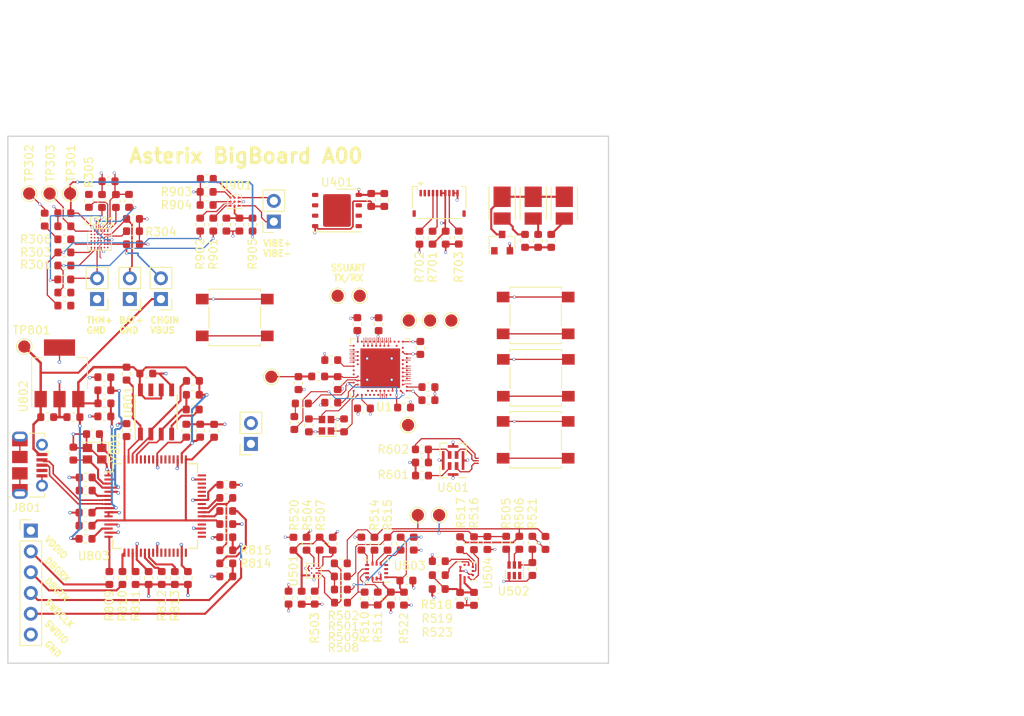
<source format=kicad_pcb>
(kicad_pcb (version 20171130) (host pcbnew "(5.0.1-3-g963ef8bb5)")
  (layers (0 F.Cu signal) (1 In1.Cu signal) (2 In2.Cu signal) (31 B.Cu signal) (34 B.Paste user) (35 F.Paste user) (36 B.SilkS user) (37 F.SilkS user) (38 B.Mask user) (39 F.Mask user) (44 Edge.Cuts user))
  (net 0 "")
  (net 1 +3.3V)
  (net 2 +3V8)
  (net 3 GND)
  (net 4 +2V8)
  (net 5 "Net-(U301-PadB1)")
  (net 6 "Net-(U301-PadB2)")
  (net 7 /PMIC/PMIC_INTn)
  (net 8 /PMIC/BAT+)
  (net 9 "Net-(U301-PadC1)")
  (net 10 "Net-(U301-PadC2)")
  (net 11 "Net-(U301-PadD1)")
  (net 12 "Net-(U301-PadD2)")
  (net 13 "Net-(U301-PadD5)")
  (net 14 "Net-(U301-PadE2)")
  (net 15 "Net-(U301-PadE3)")
  (net 16 /PMIC/BTN_BACK)
  (net 17 /PMIC/BAT_THM)
  (net 18 "Net-(U301-PadF5)")
  (net 19 "Net-(U301-PadF6)")
  (net 20 "Net-(R503-Pad2)")
  (net 21 "Net-(U501-PadD2)")
  (net 22 "Net-(U501-PadD4)")
  (net 23 "/Vibrate motor driver/VIBE_OUT+")
  (net 24 "/Vibrate motor driver/VIBE_OUT-")
  (net 25 /Microphone/MIC_DIN)
  (net 26 /Microphone/MIC_CLK)
  (net 27 "Net-(R601-Pad2)")
  (net 28 "Net-(C601-Pad1)")
  (net 29 /Display/DISP_SCK)
  (net 30 /Display/DISP_MOSI)
  (net 31 /Display/DISP_CSN)
  (net 32 "Net-(R702-Pad1)")
  (net 33 "Net-(R701-Pad2)")
  (net 34 "Net-(R703-Pad1)")
  (net 35 "Net-(R505-Pad1)")
  (net 36 "Net-(R506-Pad1)")
  (net 37 "Net-(C501-Pad1)")
  (net 38 "Net-(U502-Pad4)")
  (net 39 "Net-(C507-Pad1)")
  (net 40 "Net-(R516-Pad1)")
  (net 41 "Net-(R517-Pad1)")
  (net 42 "Net-(R518-Pad2)")
  (net 43 "Net-(R519-Pad1)")
  (net 44 "Net-(U504-Pad7)")
  (net 45 /Sensors/SENS_IMU_INT)
  (net 46 "Net-(U503-Pad9)")
  (net 47 "Net-(U503-Pad10)")
  (net 48 "Net-(U503-Pad11)")
  (net 49 /nRF52840/NRF_CHICKEN0)
  (net 50 /nRF52840/NRF_CHICKEN1)
  (net 51 /nRF52840/NRF_CHICKEN2)
  (net 52 /nRF52840/NRF_CHICKEN3)
  (net 53 /nRF52840/NRF_ANT)
  (net 54 /Sensors/SENS_SCL)
  (net 55 VBUS)
  (net 56 /nRF52840/UARTSS_RX)
  (net 57 /nRF52840/UARTSS_TX)
  (net 58 /Sensors/SENS_SDA)
  (net 59 /PMIC/PMIC_SDA)
  (net 60 /PMIC/PMIC_SCL)
  (net 61 "/FTDI USB Debug/NRF_SWDIO")
  (net 62 "/FTDI USB Debug/NRF_SWDCLK")
  (net 63 "Net-(R807-Pad1)")
  (net 64 "Net-(R808-Pad1)")
  (net 65 "Net-(R813-Pad1)")
  (net 66 "Net-(R812-Pad1)")
  (net 67 "Net-(R811-Pad1)")
  (net 68 "/FTDI USB Debug/UARTDBG_TX")
  (net 69 "Net-(R810-Pad2)")
  (net 70 "Net-(R809-Pad2)")
  (net 71 "/FTDI USB Debug/UARTDBG_RX")
  (net 72 "Net-(R808-Pad2)")
  (net 73 "Net-(R807-Pad2)")
  (net 74 V33_FTDI)
  (net 75 "Net-(R806-Pad2)")
  (net 76 "Net-(R805-Pad2)")
  (net 77 "Net-(D703-Pad2)")
  (net 78 "Net-(D702-Pad2)")
  (net 79 "Net-(D701-Pad2)")
  (net 80 /Microphone/MIC_nSTBY)
  (net 81 /PMIC/NRF_RESETN)
  (net 82 /PMIC/PMIC_SENS)
  (net 83 /Display/BL_PWM)
  (net 84 "Net-(D701-Pad1)")
  (net 85 "/SPI Flash/FLASH_CSN")
  (net 86 "/SPI Flash/FLASH_D1")
  (net 87 "/SPI Flash/FLASH_D2")
  (net 88 "/SPI Flash/FLASH_D0")
  (net 89 "/SPI Flash/FLASH_SCK")
  (net 90 "/SPI Flash/FLASH_D3")
  (net 91 "Net-(U801-Pad7)")
  (net 92 "Net-(C807-Pad1)")
  (net 93 "Net-(C805-Pad1)")
  (net 94 "Net-(C806-Pad1)")
  (net 95 "Net-(C804-Pad1)")
  (net 96 V18_FTDI)
  (net 97 "Net-(U803-Pad18)")
  (net 98 "Net-(U803-Pad21)")
  (net 99 "Net-(U803-Pad24)")
  (net 100 "Net-(U803-Pad26)")
  (net 101 "Net-(U803-Pad27)")
  (net 102 "Net-(U803-Pad28)")
  (net 103 "Net-(U803-Pad29)")
  (net 104 "Net-(U803-Pad30)")
  (net 105 "Net-(U803-Pad32)")
  (net 106 "Net-(U803-Pad33)")
  (net 107 "Net-(U803-Pad34)")
  (net 108 "Net-(U803-Pad36)")
  (net 109 "Net-(U803-Pad41)")
  (net 110 "Net-(U803-Pad43)")
  (net 111 "Net-(U803-Pad44)")
  (net 112 "Net-(U803-Pad45)")
  (net 113 "Net-(U803-Pad46)")
  (net 114 "Net-(U803-Pad48)")
  (net 115 "Net-(U803-Pad52)")
  (net 116 "Net-(U803-Pad53)")
  (net 117 "Net-(U803-Pad54)")
  (net 118 "Net-(U803-Pad55)")
  (net 119 "Net-(U803-Pad57)")
  (net 120 "Net-(U803-Pad58)")
  (net 121 "Net-(U803-Pad59)")
  (net 122 "Net-(U803-Pad60)")
  (net 123 "Net-(C2-Pad1)")
  (net 124 "Net-(C11-Pad2)")
  (net 125 "Net-(U1-PadA8)")
  (net 126 "Net-(L2-Pad2)")
  (net 127 "Net-(U1-PadAB2)")
  (net 128 "Net-(U1-PadR1)")
  (net 129 "Net-(U1-PadP2)")
  (net 130 "Net-(C5-Pad2)")
  (net 131 "Net-(U1-PadAD4)")
  (net 132 "Net-(U1-PadAD6)")
  (net 133 "Net-(U1-PadAD22)")
  (net 134 "Net-(U1-PadAC5)")
  (net 135 "Net-(C15-Pad2)")
  (net 136 "Net-(U1-PadB9)")
  (net 137 /nRF52840/BL_EN)
  (net 138 "Net-(U1-PadB15)")
  (net 139 "Net-(U1-PadB17)")
  (net 140 "Net-(U1-PadB19)")
  (net 141 "Net-(U1-PadA14)")
  (net 142 "Net-(U1-PadA16)")
  (net 143 "Net-(U1-PadA18)")
  (net 144 "Net-(U1-PadA20)")
  (net 145 "Net-(C1-Pad1)")
  (net 146 "Net-(U1-PadP23)")
  (net 147 /nRF52840/BTN_CENTER)
  (net 148 /nRF52840/NRF_NFC2)
  (net 149 /nRF52840/NRF_NFC1)
  (net 150 "Net-(C9-Pad2)")
  (net 151 /nRF52840/BTN_DOWN)
  (net 152 /nRF52840/BTN_UP)
  (net 153 "Net-(L2-Pad1)")
  (net 154 "Net-(J801-Pad4)")
  (net 155 "/FTDI USB Debug/USB_D-")
  (net 156 "/FTDI USB Debug/USB_D+")
  (net 157 "/FTDI USB Debug/EEDATA")
  (net 158 "/FTDI USB Debug/EECLK")
  (net 159 "/FTDI USB Debug/EECS")
  (net 160 "/FTDI USB Debug/DO")
  (net 161 /PMIC/MAX_CAP)
  (net 162 /PMIC/MAX_B2LX)
  (net 163 /PMIC/MAX_MON)
  (net 164 /PMIC/MAX_SET)
  (net 165 /PMIC/MAX_RSTN)
  (net 166 /PMIC/MAX_CHGIN)
  (net 167 /PMIC/MAX_SDA)
  (net 168 /PMIC/MAX_SCL)
  (net 169 /Sensors/MAG_PS)
  (net 170 /Sensors/MAG_SCK)
  (net 171 /Sensors/MAG_VDD)
  (net 172 /Sensors/MAG_SDI)
  (net 173 /Sensors/MAG_SDO)
  (net 174 /Sensors/IMUM_SDA)
  (net 175 /Sensors/IMUM_SCK)
  (net 176 /Sensors/IMU_SDO)
  (net 177 /Sensors/IMU_VDD)
  (net 178 /Sensors/IMU_CSB)
  (net 179 /Sensors/IMU_SCK)
  (net 180 /Sensors/IMU_SDA)
  (net 181 "/Vibrate motor driver/VIBE_EN")
  (net 182 "/Vibrate motor driver/VIBE_REG")
  (net 183 "/Vibrate motor driver/VIBE_IN")
  (net 184 "/Vibrate motor driver/VIBE_SDA_IN")
  (net 185 "/Vibrate motor driver/VIBE_SCL_IN")
  (net 186 "/Vibrate motor driver/VIBE_VDD")
  (net 187 "Net-(C3-Pad1)")
  (module Capacitor_SMD:C_0603_1608Metric (layer F.Cu) (at 84.306572 60.670437 270)
    (fp_text reference C3 hide)
    (fp_text value "1.0pF NP0")
    (pad 1 smd roundrect (at -0.7875 0 270) (size 0.875 0.95) (layers F.Cu F.Paste F.Mask) (net 187 "Net-(C3-Pad1)"))
    (pad 2 smd roundrect (at 0.7875 0 270) (size 0.875 0.95) (layers F.Cu F.Paste F.Mask) (net 3 GND))
  )
  (module Connector_PinHeader_2.54mm:PinHeader_1x02_P2.54mm_Vertical (layer F.Cu) (at 54.9 50.4 180)
    (fp_text reference J102 hide)
    (fp_text value Conn_01x02)
    (pad 1 thru_hole rect (at 0 0 180) (size 1.7 1.7) (drill 1) (layers *.Cu *.Mask) (net 3 GND))
    (pad 2 thru_hole oval (at 0 2.54 180) (size 1.7 1.7) (drill 1) (layers *.Cu *.Mask) (net 17 /PMIC/BAT_THM))
  )
  (module Connector_PinHeader_2.54mm:PinHeader_1x02_P2.54mm_Vertical (layer F.Cu) (at 58.9 50.4 180)
    (fp_text reference J103 hide)
    (fp_text value Conn_01x02)
    (pad 2 thru_hole oval (at 0 2.54 180) (size 1.7 1.7) (drill 1) (layers *.Cu *.Mask) (net 8 /PMIC/BAT+))
    (pad 1 thru_hole rect (at 0 0 180) (size 1.7 1.7) (drill 1) (layers *.Cu *.Mask) (net 3 GND))
  )
  (module Connector_PinHeader_2.54mm:PinHeader_1x02_P2.54mm_Vertical (layer F.Cu) (at 62.7 50.4 180)
    (fp_text reference J301 hide)
    (fp_text value Conn_01x02)
    (pad 1 thru_hole rect (at 0 0 180) (size 1.7 1.7) (drill 1) (layers *.Cu *.Mask) (net 55 VBUS))
    (pad 2 thru_hole oval (at 0 2.54 180) (size 1.7 1.7) (drill 1) (layers *.Cu *.Mask) (net 166 /PMIC/MAX_CHGIN))
  )
  (module Connector_PinHeader_2.54mm:PinHeader_1x06_P2.54mm_Vertical (layer F.Cu) (at 46.8 78.7)
    (fp_text reference J802 hide)
    (fp_text value Conn_01x06)
    (pad 1 thru_hole rect (at 0 0) (size 1.7 1.7) (drill 1) (layers *.Cu *.Mask) (net 4 +2V8))
    (pad 2 thru_hole oval (at 0 2.54) (size 1.7 1.7) (drill 1) (layers *.Cu *.Mask) (net 71 "/FTDI USB Debug/UARTDBG_RX"))
    (pad 3 thru_hole oval (at 0 5.08) (size 1.7 1.7) (drill 1) (layers *.Cu *.Mask) (net 68 "/FTDI USB Debug/UARTDBG_TX"))
    (pad 4 thru_hole oval (at 0 7.62) (size 1.7 1.7) (drill 1) (layers *.Cu *.Mask) (net 62 "/FTDI USB Debug/NRF_SWDCLK"))
    (pad 5 thru_hole oval (at 0 10.16) (size 1.7 1.7) (drill 1) (layers *.Cu *.Mask) (net 61 "/FTDI USB Debug/NRF_SWDIO"))
    (pad 6 thru_hole oval (at 0 12.7) (size 1.7 1.7) (drill 1) (layers *.Cu *.Mask) (net 3 GND))
  )
  (module Package_QFP:LQFP-64_10x10mm_P0.5mm (layer F.Cu) (at 62 75.7)
    (fp_text reference U803 (at -7.5 6.1) (layer F.SilkS))
    (fp_text value FT2232HL)
    (pad 1 smd rect (at -5.7 -3.75) (size 1 0.25) (layers F.Cu F.Paste F.Mask) (net 3 GND))
    (pad 2 smd rect (at -5.7 -3.25) (size 1 0.25) (layers F.Cu F.Paste F.Mask) (net 92 "Net-(C807-Pad1)"))
    (pad 3 smd rect (at -5.7 -2.75) (size 1 0.25) (layers F.Cu F.Paste F.Mask) (net 93 "Net-(C805-Pad1)"))
    (pad 4 smd rect (at -5.7 -2.25) (size 1 0.25) (layers F.Cu F.Paste F.Mask) (net 94 "Net-(C806-Pad1)"))
    (pad 5 smd rect (at -5.7 -1.75) (size 1 0.25) (layers F.Cu F.Paste F.Mask) (net 3 GND))
    (pad 6 smd rect (at -5.7 -1.25) (size 1 0.25) (layers F.Cu F.Paste F.Mask) (net 76 "Net-(R805-Pad2)"))
    (pad 7 smd rect (at -5.7 -0.75) (size 1 0.25) (layers F.Cu F.Paste F.Mask) (net 155 "/FTDI USB Debug/USB_D-"))
    (pad 8 smd rect (at -5.7 -0.25) (size 1 0.25) (layers F.Cu F.Paste F.Mask) (net 156 "/FTDI USB Debug/USB_D+"))
    (pad 9 smd rect (at -5.7 0.25) (size 1 0.25) (layers F.Cu F.Paste F.Mask) (net 95 "Net-(C804-Pad1)"))
    (pad 10 smd rect (at -5.7 0.75) (size 1 0.25) (layers F.Cu F.Paste F.Mask) (net 3 GND))
    (pad 11 smd rect (at -5.7 1.25) (size 1 0.25) (layers F.Cu F.Paste F.Mask) (net 3 GND))
    (pad 12 smd rect (at -5.7 1.75) (size 1 0.25) (layers F.Cu F.Paste F.Mask) (net 96 V18_FTDI))
    (pad 13 smd rect (at -5.7 2.25) (size 1 0.25) (layers F.Cu F.Paste F.Mask) (net 3 GND))
    (pad 14 smd rect (at -5.7 2.75) (size 1 0.25) (layers F.Cu F.Paste F.Mask) (net 75 "Net-(R806-Pad2)"))
    (pad 15 smd rect (at -5.7 3.25) (size 1 0.25) (layers F.Cu F.Paste F.Mask) (net 3 GND))
    (pad 16 smd rect (at -5.7 3.75) (size 1 0.25) (layers F.Cu F.Paste F.Mask) (net 70 "Net-(R809-Pad2)"))
    (pad 17 smd rect (at -3.75 5.7 90) (size 1 0.25) (layers F.Cu F.Paste F.Mask) (net 69 "Net-(R810-Pad2)"))
    (pad 18 smd rect (at -3.25 5.7 90) (size 1 0.25) (layers F.Cu F.Paste F.Mask) (net 97 "Net-(U803-Pad18)"))
    (pad 19 smd rect (at -2.75 5.7 90) (size 1 0.25) (layers F.Cu F.Paste F.Mask) (net 67 "Net-(R811-Pad1)"))
    (pad 20 smd rect (at -2.25 5.7 90) (size 1 0.25) (layers F.Cu F.Paste F.Mask) (net 4 +2V8))
    (pad 21 smd rect (at -1.75 5.7 90) (size 1 0.25) (layers F.Cu F.Paste F.Mask) (net 98 "Net-(U803-Pad21)"))
    (pad 22 smd rect (at -1.25 5.7 90) (size 1 0.25) (layers F.Cu F.Paste F.Mask) (net 66 "Net-(R812-Pad1)"))
    (pad 23 smd rect (at -0.75 5.7 90) (size 1 0.25) (layers F.Cu F.Paste F.Mask) (net 65 "Net-(R813-Pad1)"))
    (pad 24 smd rect (at -0.25 5.7 90) (size 1 0.25) (layers F.Cu F.Paste F.Mask) (net 99 "Net-(U803-Pad24)"))
    (pad 25 smd rect (at 0.25 5.7 90) (size 1 0.25) (layers F.Cu F.Paste F.Mask) (net 3 GND))
    (pad 26 smd rect (at 0.75 5.7 90) (size 1 0.25) (layers F.Cu F.Paste F.Mask) (net 100 "Net-(U803-Pad26)"))
    (pad 27 smd rect (at 1.25 5.7 90) (size 1 0.25) (layers F.Cu F.Paste F.Mask) (net 101 "Net-(U803-Pad27)"))
    (pad 28 smd rect (at 1.75 5.7 90) (size 1 0.25) (layers F.Cu F.Paste F.Mask) (net 102 "Net-(U803-Pad28)"))
    (pad 29 smd rect (at 2.25 5.7 90) (size 1 0.25) (layers F.Cu F.Paste F.Mask) (net 103 "Net-(U803-Pad29)"))
    (pad 30 smd rect (at 2.75 5.7 90) (size 1 0.25) (layers F.Cu F.Paste F.Mask) (net 104 "Net-(U803-Pad30)"))
    (pad 31 smd rect (at 3.25 5.7 90) (size 1 0.25) (layers F.Cu F.Paste F.Mask) (net 4 +2V8))
    (pad 32 smd rect (at 3.75 5.7 90) (size 1 0.25) (layers F.Cu F.Paste F.Mask) (net 105 "Net-(U803-Pad32)"))
    (pad 33 smd rect (at 5.7 3.75) (size 1 0.25) (layers F.Cu F.Paste F.Mask) (net 106 "Net-(U803-Pad33)"))
    (pad 34 smd rect (at 5.7 3.25) (size 1 0.25) (layers F.Cu F.Paste F.Mask) (net 107 "Net-(U803-Pad34)"))
    (pad 35 smd rect (at 5.7 2.75) (size 1 0.25) (layers F.Cu F.Paste F.Mask) (net 3 GND))
    (pad 36 smd rect (at 5.7 2.25) (size 1 0.25) (layers F.Cu F.Paste F.Mask) (net 108 "Net-(U803-Pad36)"))
    (pad 37 smd rect (at 5.7 1.75) (size 1 0.25) (layers F.Cu F.Paste F.Mask) (net 96 V18_FTDI))
    (pad 38 smd rect (at 5.7 1.25) (size 1 0.25) (layers F.Cu F.Paste F.Mask) (net 72 "Net-(R808-Pad2)"))
    (pad 39 smd rect (at 5.7 0.75) (size 1 0.25) (layers F.Cu F.Paste F.Mask) (net 63 "Net-(R807-Pad1)"))
    (pad 40 smd rect (at 5.7 0.25) (size 1 0.25) (layers F.Cu F.Paste F.Mask) (net 73 "Net-(R807-Pad2)"))
    (pad 41 smd rect (at 5.7 -0.25) (size 1 0.25) (layers F.Cu F.Paste F.Mask) (net 109 "Net-(U803-Pad41)"))
    (pad 42 smd rect (at 5.7 -0.75) (size 1 0.25) (layers F.Cu F.Paste F.Mask) (net 4 +2V8))
    (pad 43 smd rect (at 5.7 -1.25) (size 1 0.25) (layers F.Cu F.Paste F.Mask) (net 110 "Net-(U803-Pad43)"))
    (pad 44 smd rect (at 5.7 -1.75) (size 1 0.25) (layers F.Cu F.Paste F.Mask) (net 111 "Net-(U803-Pad44)"))
    (pad 45 smd rect (at 5.7 -2.25) (size 1 0.25) (layers F.Cu F.Paste F.Mask) (net 112 "Net-(U803-Pad45)"))
    (pad 46 smd rect (at 5.7 -2.75) (size 1 0.25) (layers F.Cu F.Paste F.Mask) (net 113 "Net-(U803-Pad46)"))
    (pad 47 smd rect (at 5.7 -3.25) (size 1 0.25) (layers F.Cu F.Paste F.Mask) (net 3 GND))
    (pad 48 smd rect (at 5.7 -3.75) (size 1 0.25) (layers F.Cu F.Paste F.Mask) (net 114 "Net-(U803-Pad48)"))
    (pad 49 smd rect (at 3.75 -5.7 90) (size 1 0.25) (layers F.Cu F.Paste F.Mask) (net 96 V18_FTDI))
    (pad 50 smd rect (at 3.25 -5.7 90) (size 1 0.25) (layers F.Cu F.Paste F.Mask) (net 74 V33_FTDI))
    (pad 51 smd rect (at 2.75 -5.7 90) (size 1 0.25) (layers F.Cu F.Paste F.Mask) (net 3 GND))
    (pad 52 smd rect (at 2.25 -5.7 90) (size 1 0.25) (layers F.Cu F.Paste F.Mask) (net 115 "Net-(U803-Pad52)"))
    (pad 53 smd rect (at 1.75 -5.7 90) (size 1 0.25) (layers F.Cu F.Paste F.Mask) (net 116 "Net-(U803-Pad53)"))
    (pad 54 smd rect (at 1.25 -5.7 90) (size 1 0.25) (layers F.Cu F.Paste F.Mask) (net 117 "Net-(U803-Pad54)"))
    (pad 55 smd rect (at 0.75 -5.7 90) (size 1 0.25) (layers F.Cu F.Paste F.Mask) (net 118 "Net-(U803-Pad55)"))
    (pad 56 smd rect (at 0.25 -5.7 90) (size 1 0.25) (layers F.Cu F.Paste F.Mask) (net 4 +2V8))
    (pad 57 smd rect (at -0.25 -5.7 90) (size 1 0.25) (layers F.Cu F.Paste F.Mask) (net 119 "Net-(U803-Pad57)"))
    (pad 58 smd rect (at -0.75 -5.7 90) (size 1 0.25) (layers F.Cu F.Paste F.Mask) (net 120 "Net-(U803-Pad58)"))
    (pad 59 smd rect (at -1.25 -5.7 90) (size 1 0.25) (layers F.Cu F.Paste F.Mask) (net 121 "Net-(U803-Pad59)"))
    (pad 60 smd rect (at -1.75 -5.7 90) (size 1 0.25) (layers F.Cu F.Paste F.Mask) (net 122 "Net-(U803-Pad60)"))
    (pad 61 smd rect (at -2.25 -5.7 90) (size 1 0.25) (layers F.Cu F.Paste F.Mask) (net 157 "/FTDI USB Debug/EEDATA"))
    (pad 62 smd rect (at -2.75 -5.7 90) (size 1 0.25) (layers F.Cu F.Paste F.Mask) (net 158 "/FTDI USB Debug/EECLK"))
    (pad 63 smd rect (at -3.25 -5.7 90) (size 1 0.25) (layers F.Cu F.Paste F.Mask) (net 159 "/FTDI USB Debug/EECS"))
    (pad 64 smd rect (at -3.75 -5.7 90) (size 1 0.25) (layers F.Cu F.Paste F.Mask) (net 96 V18_FTDI))
  )
  (module Capacitor_SMD:C_0603_1608Metric (layer F.Cu) (at 67.5 66.4875 90)
    (fp_text reference C818 hide)
    (fp_text value .1µF)
    (pad 1 smd roundrect (at -0.7875 0 90) (size 0.875 0.95) (layers F.Cu F.Paste F.Mask) (net 74 V33_FTDI))
    (pad 2 smd roundrect (at 0.7875 0 90) (size 0.875 0.95) (layers F.Cu F.Paste F.Mask) (net 3 GND))
  )
  (module Button_Switch_SMD:SW_SPST_B3S-1000 (layer F.Cu) (at 108.5 52.4)
    (fp_text reference SW102 hide)
    (fp_text value B3S-1000)
    (pad 2 smd rect (at 3.975 2.25) (size 1.55 1.3) (layers F.Cu F.Paste F.Mask) (net 152 /nRF52840/BTN_UP))
    (pad 2 smd rect (at -3.975 2.25) (size 1.55 1.3) (layers F.Cu F.Paste F.Mask) (net 152 /nRF52840/BTN_UP))
    (pad 1 smd rect (at 3.975 -2.25) (size 1.55 1.3) (layers F.Cu F.Paste F.Mask) (net 3 GND))
    (pad 1 smd rect (at -3.975 -2.25) (size 1.55 1.3) (layers F.Cu F.Paste F.Mask) (net 3 GND))
  )
  (module Button_Switch_SMD:SW_SPST_B3S-1000 (layer F.Cu) (at 71.725 52.65)
    (fp_text reference SW101 hide)
    (fp_text value B3S-1000)
    (pad 1 smd rect (at -3.975 -2.25) (size 1.55 1.3) (layers F.Cu F.Paste F.Mask) (net 3 GND))
    (pad 1 smd rect (at 3.975 -2.25) (size 1.55 1.3) (layers F.Cu F.Paste F.Mask) (net 3 GND))
    (pad 2 smd rect (at -3.975 2.25) (size 1.55 1.3) (layers F.Cu F.Paste F.Mask) (net 16 /PMIC/BTN_BACK))
    (pad 2 smd rect (at 3.975 2.25) (size 1.55 1.3) (layers F.Cu F.Paste F.Mask) (net 16 /PMIC/BTN_BACK))
  )
  (module Button_Switch_SMD:SW_SPST_B3S-1000 (layer F.Cu) (at 108.521125 60.021322)
    (fp_text reference SW103 hide)
    (fp_text value B3S-1000)
    (pad 2 smd rect (at 3.975 2.25) (size 1.55 1.3) (layers F.Cu F.Paste F.Mask) (net 147 /nRF52840/BTN_CENTER))
    (pad 2 smd rect (at -3.975 2.25) (size 1.55 1.3) (layers F.Cu F.Paste F.Mask) (net 147 /nRF52840/BTN_CENTER))
    (pad 1 smd rect (at 3.975 -2.25) (size 1.55 1.3) (layers F.Cu F.Paste F.Mask) (net 3 GND))
    (pad 1 smd rect (at -3.975 -2.25) (size 1.55 1.3) (layers F.Cu F.Paste F.Mask) (net 3 GND))
  )
  (module Button_Switch_SMD:SW_SPST_B3S-1000 (layer F.Cu) (at 108.5 67.6)
    (fp_text reference SW104 hide)
    (fp_text value B3S-1000)
    (pad 1 smd rect (at -3.975 -2.25) (size 1.55 1.3) (layers F.Cu F.Paste F.Mask) (net 3 GND))
    (pad 1 smd rect (at 3.975 -2.25) (size 1.55 1.3) (layers F.Cu F.Paste F.Mask) (net 3 GND))
    (pad 2 smd rect (at -3.975 2.25) (size 1.55 1.3) (layers F.Cu F.Paste F.Mask) (net 151 /nRF52840/BTN_DOWN))
    (pad 2 smd rect (at 3.975 2.25) (size 1.55 1.3) (layers F.Cu F.Paste F.Mask) (net 151 /nRF52840/BTN_DOWN))
  )
  (module Capacitor_SMD:C_0603_1608Metric (layer F.Cu) (at 95.394072 61.157937 180)
    (fp_text reference C5 hide)
    (fp_text value "100nF X7R")
    (pad 2 smd roundrect (at 0.7875 0 180) (size 0.875 0.95) (layers F.Cu F.Paste F.Mask) (net 130 "Net-(C5-Pad2)"))
    (pad 1 smd roundrect (at -0.7875 0 180) (size 0.875 0.95) (layers F.Cu F.Paste F.Mask) (net 3 GND))
  )
  (module Capacitor_SMD:C_0603_1608Metric (layer F.Cu) (at 94.406572 56.370437 90)
    (fp_text reference C6 hide)
    (fp_text value "4.7µF X7R")
    (pad 1 smd roundrect (at -0.7875 0 90) (size 0.875 0.95) (layers F.Cu F.Paste F.Mask) (net 4 +2V8))
    (pad 2 smd roundrect (at 0.7875 0 90) (size 0.875 0.95) (layers F.Cu F.Paste F.Mask) (net 3 GND))
  )
  (module Capacitor_SMD:C_0603_1608Metric (layer F.Cu) (at 89.306572 53.470437 90)
    (fp_text reference C7 hide)
    (fp_text value "100nF X7R")
    (pad 2 smd roundrect (at 0.7875 0 90) (size 0.875 0.95) (layers F.Cu F.Paste F.Mask) (net 3 GND))
    (pad 1 smd roundrect (at -0.7875 0 90) (size 0.875 0.95) (layers F.Cu F.Paste F.Mask) (net 4 +2V8))
  )
  (module Capacitor_SMD:C_0603_1608Metric (layer F.Cu) (at 86.706572 53.457937 90)
    (fp_text reference C8 hide)
    (fp_text value "100nF X7R")
    (pad 1 smd roundrect (at -0.7875 0 90) (size 0.875 0.95) (layers F.Cu F.Paste F.Mask) (net 4 +2V8))
    (pad 2 smd roundrect (at 0.7875 0 90) (size 0.875 0.95) (layers F.Cu F.Paste F.Mask) (net 3 GND))
  )
  (module Capacitor_SMD:C_0603_1608Metric (layer F.Cu) (at 83.519072 57.857937)
    (fp_text reference C9 hide)
    (fp_text value "820pF NP0")
    (pad 2 smd roundrect (at 0.7875 0) (size 0.875 0.95) (layers F.Cu F.Paste F.Mask) (net 150 "Net-(C9-Pad2)"))
    (pad 1 smd roundrect (at -0.7875 0) (size 0.875 0.95) (layers F.Cu F.Paste F.Mask) (net 3 GND))
  )
  (module Capacitor_SMD:C_0603_1608Metric (layer F.Cu) (at 83.519072 63.057937)
    (fp_text reference C11 hide)
    (fp_text value "100pF NP0")
    (pad 1 smd roundrect (at -0.7875 0) (size 0.875 0.95) (layers F.Cu F.Paste F.Mask) (net 3 GND))
    (pad 2 smd roundrect (at 0.7875 0) (size 0.875 0.95) (layers F.Cu F.Paste F.Mask) (net 124 "Net-(C11-Pad2)"))
  )
  (module Capacitor_SMD:C_0603_1608Metric (layer F.Cu) (at 87.506572 63.757937 180)
    (fp_text reference C12 hide)
    (fp_text value "100nF X7R")
    (pad 2 smd roundrect (at 0.7875 0 180) (size 0.875 0.95) (layers F.Cu F.Paste F.Mask) (net 3 GND))
    (pad 1 smd roundrect (at -0.7875 0 180) (size 0.875 0.95) (layers F.Cu F.Paste F.Mask) (net 4 +2V8))
  )
  (module Capacitor_SMD:C_0603_1608Metric (layer F.Cu) (at 95.394072 62.757937)
    (fp_text reference C14 hide)
    (fp_text value "1.0µF X7R")
    (pad 1 smd roundrect (at -0.7875 0) (size 0.875 0.95) (layers F.Cu F.Paste F.Mask) (net 4 +2V8))
    (pad 2 smd roundrect (at 0.7875 0) (size 0.875 0.95) (layers F.Cu F.Paste F.Mask) (net 3 GND))
  )
  (module Capacitor_SMD:C_0603_1608Metric (layer F.Cu) (at 92.419072 63.657937 180)
    (fp_text reference C15 hide)
    (fp_text value "1.0µF X7R")
    (pad 2 smd roundrect (at 0.7875 0 180) (size 0.875 0.95) (layers F.Cu F.Paste F.Mask) (net 135 "Net-(C15-Pad2)"))
    (pad 1 smd roundrect (at -0.7875 0 180) (size 0.875 0.95) (layers F.Cu F.Paste F.Mask) (net 3 GND))
  )
  (module Capacitor_SMD:C_0603_1608Metric (layer F.Cu) (at 59.2875 43.7)
    (fp_text reference C301 hide)
    (fp_text value 1µF)
    (pad 1 smd roundrect (at -0.7875 0) (size 0.875 0.95) (layers F.Cu F.Paste F.Mask) (net 166 /PMIC/MAX_CHGIN))
    (pad 2 smd roundrect (at 0.7875 0) (size 0.875 0.95) (layers F.Cu F.Paste F.Mask) (net 3 GND))
  )
  (module Capacitor_SMD:C_0603_1608Metric (layer F.Cu) (at 59.2875 40.6)
    (fp_text reference C302 hide)
    (fp_text value 1µF)
    (pad 2 smd roundrect (at 0.7875 0) (size 0.875 0.95) (layers F.Cu F.Paste F.Mask) (net 3 GND))
    (pad 1 smd roundrect (at -0.7875 0) (size 0.875 0.95) (layers F.Cu F.Paste F.Mask) (net 8 /PMIC/BAT+))
  )
  (module Capacitor_SMD:C_0603_1608Metric (layer F.Cu) (at 55.5 38.4125 270)
    (fp_text reference C303 hide)
    (fp_text value 1µF)
    (pad 1 smd roundrect (at -0.7875 0 270) (size 0.875 0.95) (layers F.Cu F.Paste F.Mask) (net 3 GND))
    (pad 2 smd roundrect (at 0.7875 0 270) (size 0.875 0.95) (layers F.Cu F.Paste F.Mask) (net 161 /PMIC/MAX_CAP))
  )
  (module Capacitor_SMD:C_0603_1608Metric (layer F.Cu) (at 50.9 39.9 180)
    (fp_text reference C304 hide)
    (fp_text value "10µF X5R")
    (pad 2 smd roundrect (at 0.7875 0 180) (size 0.875 0.95) (layers F.Cu F.Paste F.Mask) (net 3 GND))
    (pad 1 smd roundrect (at -0.7875 0 180) (size 0.875 0.95) (layers F.Cu F.Paste F.Mask) (net 2 +3V8))
  )
  (module Capacitor_SMD:C_0603_1608Metric (layer F.Cu) (at 56.3 36 180)
    (fp_text reference C305 hide)
    (fp_text value "10µF X5R")
    (pad 1 smd roundrect (at -0.7875 0 180) (size 0.875 0.95) (layers F.Cu F.Paste F.Mask) (net 4 +2V8))
    (pad 2 smd roundrect (at 0.7875 0 180) (size 0.875 0.95) (layers F.Cu F.Paste F.Mask) (net 3 GND))
  )
  (module Capacitor_SMD:C_0603_1608Metric (layer F.Cu) (at 50.9 41.5 180)
    (fp_text reference C306 hide)
    (fp_text value 1µF)
    (pad 2 smd roundrect (at 0.7875 0 180) (size 0.875 0.95) (layers F.Cu F.Paste F.Mask) (net 3 GND))
    (pad 1 smd roundrect (at -0.7875 0 180) (size 0.875 0.95) (layers F.Cu F.Paste F.Mask) (net 1 +3.3V))
  )
  (module Capacitor_SMD:C_0603_1608Metric (layer F.Cu) (at 90 38.2875 270)
    (fp_text reference C401 hide)
    (fp_text value 1µF)
    (pad 1 smd roundrect (at -0.7875 0 270) (size 0.875 0.95) (layers F.Cu F.Paste F.Mask) (net 4 +2V8))
    (pad 2 smd roundrect (at 0.7875 0 270) (size 0.875 0.95) (layers F.Cu F.Paste F.Mask) (net 3 GND))
  )
  (module Capacitor_SMD:C_0603_1608Metric (layer F.Cu) (at 88.4 38.2875 270)
    (fp_text reference C402 hide)
    (fp_text value 0.1µF)
    (pad 2 smd roundrect (at 0.7875 0 270) (size 0.875 0.95) (layers F.Cu F.Paste F.Mask) (net 3 GND))
    (pad 1 smd roundrect (at -0.7875 0 270) (size 0.875 0.95) (layers F.Cu F.Paste F.Mask) (net 4 +2V8))
  )
  (module Capacitor_SMD:C_0603_1608Metric (layer F.Cu) (at 108.1 83.3875 270)
    (fp_text reference C501 hide)
    (fp_text value 1µF)
    (pad 1 smd roundrect (at -0.7875 0 270) (size 0.875 0.95) (layers F.Cu F.Paste F.Mask) (net 37 "Net-(C501-Pad1)"))
    (pad 2 smd roundrect (at 0.7875 0 270) (size 0.875 0.95) (layers F.Cu F.Paste F.Mask) (net 3 GND))
  )
  (module Capacitor_SMD:C_0603_1608Metric (layer F.Cu) (at 79.9 86.9 270)
    (fp_text reference C502 hide)
    (fp_text value .1µF)
    (pad 2 smd roundrect (at 0.7875 0 270) (size 0.875 0.95) (layers F.Cu F.Paste F.Mask) (net 3 GND))
    (pad 1 smd roundrect (at -0.7875 0 270) (size 0.875 0.95) (layers F.Cu F.Paste F.Mask) (net 171 /Sensors/MAG_VDD))
  )
  (module Capacitor_SMD:C_0603_1608Metric (layer F.Cu) (at 83.7 80.3 90)
    (fp_text reference C503 hide)
    (fp_text value .1µF)
    (pad 1 smd roundrect (at -0.7875 0 90) (size 0.875 0.95) (layers F.Cu F.Paste F.Mask) (net 171 /Sensors/MAG_VDD))
    (pad 2 smd roundrect (at 0.7875 0 90) (size 0.875 0.95) (layers F.Cu F.Paste F.Mask) (net 3 GND))
  )
  (module Capacitor_SMD:C_0603_1608Metric (layer F.Cu) (at 78.3 86.8875 270)
    (fp_text reference C504 hide)
    (fp_text value 1µF)
    (pad 2 smd roundrect (at 0.7875 0 270) (size 0.875 0.95) (layers F.Cu F.Paste F.Mask) (net 3 GND))
    (pad 1 smd roundrect (at -0.7875 0 270) (size 0.875 0.95) (layers F.Cu F.Paste F.Mask) (net 4 +2V8))
  )
  (module Capacitor_SMD:C_0603_1608Metric (layer F.Cu) (at 92.7 84.8)
    (fp_text reference C505 hide)
    (fp_text value .1µF)
    (pad 1 smd roundrect (at -0.7875 0) (size 0.875 0.95) (layers F.Cu F.Paste F.Mask) (net 177 /Sensors/IMU_VDD))
    (pad 2 smd roundrect (at 0.7875 0) (size 0.875 0.95) (layers F.Cu F.Paste F.Mask) (net 3 GND))
  )
  (module Capacitor_SMD:C_0603_1608Metric (layer F.Cu) (at 90.8 87 270)
    (fp_text reference C506 hide)
    (fp_text value .1µF)
    (pad 2 smd roundrect (at 0.7875 0 270) (size 0.875 0.95) (layers F.Cu F.Paste F.Mask) (net 3 GND))
    (pad 1 smd roundrect (at -0.7875 0 270) (size 0.875 0.95) (layers F.Cu F.Paste F.Mask) (net 177 /Sensors/IMU_VDD))
  )
  (module Capacitor_SMD:C_0603_1608Metric (layer F.Cu) (at 99.261909 87.038458 270)
    (fp_text reference C507 hide)
    (fp_text value .1µF)
    (pad 1 smd roundrect (at -0.7875 0 270) (size 0.875 0.95) (layers F.Cu F.Paste F.Mask) (net 39 "Net-(C507-Pad1)"))
    (pad 2 smd roundrect (at 0.7875 0 270) (size 0.875 0.95) (layers F.Cu F.Paste F.Mask) (net 3 GND))
  )
  (module Capacitor_SMD:C_0603_1608Metric (layer F.Cu) (at 79.506572 60.670437 270)
    (fp_text reference C4 hide)
    (fp_text value "1.0pF NP0")
    (pad 2 smd roundrect (at 0.7875 0 270) (size 0.875 0.95) (layers F.Cu F.Paste F.Mask) (net 3 GND))
    (pad 1 smd roundrect (at -0.7875 0 270) (size 0.875 0.95) (layers F.Cu F.Paste F.Mask) (net 53 /nRF52840/NRF_ANT))
  )
  (module Capacitor_SMD:C_0603_1608Metric (layer F.Cu) (at 80.782157 65.835099 270)
    (fp_text reference C2 hide)
    (fp_text value "10pF NP0")
    (pad 1 smd roundrect (at -0.7875 0 270) (size 0.875 0.95) (layers F.Cu F.Paste F.Mask) (net 123 "Net-(C2-Pad1)"))
    (pad 2 smd roundrect (at 0.7875 0 270) (size 0.875 0.95) (layers F.Cu F.Paste F.Mask) (net 3 GND))
  )
  (module Capacitor_SMD:C_0603_1608Metric (layer F.Cu) (at 85.082157 65.835099 90)
    (fp_text reference C1 hide)
    (fp_text value "10pF NP0")
    (pad 2 smd roundrect (at 0.7875 0 90) (size 0.875 0.95) (layers F.Cu F.Paste F.Mask) (net 3 GND))
    (pad 1 smd roundrect (at -0.7875 0 90) (size 0.875 0.95) (layers F.Cu F.Paste F.Mask) (net 145 "Net-(C1-Pad1)"))
  )
  (module Capacitor_SMD:C_0603_1608Metric (layer F.Cu) (at 68.3125 35.7 180)
    (fp_text reference C903 hide)
    (fp_text value 1µF)
    (pad 1 smd roundrect (at -0.7875 0 180) (size 0.875 0.95) (layers F.Cu F.Paste F.Mask) (net 182 "/Vibrate motor driver/VIBE_REG"))
    (pad 2 smd roundrect (at 0.7875 0 180) (size 0.875 0.95) (layers F.Cu F.Paste F.Mask) (net 3 GND))
  )
  (module Capacitor_SMD:C_0603_1608Metric (layer F.Cu) (at 100.961909 87.038458 270)
    (fp_text reference C508 hide)
    (fp_text value .1µF)
    (pad 2 smd roundrect (at 0.7875 0 270) (size 0.875 0.95) (layers F.Cu F.Paste F.Mask) (net 3 GND))
    (pad 1 smd roundrect (at -0.7875 0 270) (size 0.875 0.95) (layers F.Cu F.Paste F.Mask) (net 39 "Net-(C507-Pad1)"))
  )
  (module Capacitor_SMD:C_0603_1608Metric (layer F.Cu) (at 94.609029 70.371298 180)
    (fp_text reference C601 hide)
    (fp_text value .1µF)
    (pad 1 smd roundrect (at -0.7875 0 180) (size 0.875 0.95) (layers F.Cu F.Paste F.Mask) (net 28 "Net-(C601-Pad1)"))
    (pad 2 smd roundrect (at 0.7875 0 180) (size 0.875 0.95) (layers F.Cu F.Paste F.Mask) (net 3 GND))
  )
  (module Capacitor_SMD:C_0603_1608Metric (layer F.Cu) (at 97.5 42.9 270)
    (fp_text reference C701 hide)
    (fp_text value 1µF)
    (pad 2 smd roundrect (at 0.7875 0 270) (size 0.875 0.95) (layers F.Cu F.Paste F.Mask) (net 3 GND))
    (pad 1 smd roundrect (at -0.7875 0 270) (size 0.875 0.95) (layers F.Cu F.Paste F.Mask) (net 4 +2V8))
  )
  (module Capacitor_SMD:C_0603_1608Metric (layer F.Cu) (at 60.9125 59.5)
    (fp_text reference C801 hide)
    (fp_text value .1µF)
    (pad 1 smd roundrect (at -0.7875 0) (size 0.875 0.95) (layers F.Cu F.Paste F.Mask) (net 74 V33_FTDI))
    (pad 2 smd roundrect (at 0.7875 0) (size 0.875 0.95) (layers F.Cu F.Paste F.Mask) (net 3 GND))
  )
  (module Capacitor_SMD:C_0603_1608Metric (layer F.Cu) (at 48.807604 64.826787)
    (fp_text reference C802 hide)
    (fp_text value .1µF)
    (pad 2 smd roundrect (at 0.7875 0) (size 0.875 0.95) (layers F.Cu F.Paste F.Mask) (net 3 GND))
    (pad 1 smd roundrect (at -0.7875 0) (size 0.875 0.95) (layers F.Cu F.Paste F.Mask) (net 55 VBUS))
  )
  (module Capacitor_SMD:C_0603_1608Metric (layer F.Cu) (at 52.007604 64.826787 180)
    (fp_text reference C803 hide)
    (fp_text value .1µF)
    (pad 1 smd roundrect (at -0.7875 0 180) (size 0.875 0.95) (layers F.Cu F.Paste F.Mask) (net 74 V33_FTDI))
    (pad 2 smd roundrect (at 0.7875 0 180) (size 0.875 0.95) (layers F.Cu F.Paste F.Mask) (net 3 GND))
  )
  (module Capacitor_SMD:C_0603_1608Metric (layer F.Cu) (at 55.786856 64.744477 180)
    (fp_text reference C804 hide)
    (fp_text value 4.7µF)
    (pad 2 smd roundrect (at 0.7875 0 180) (size 0.875 0.95) (layers F.Cu F.Paste F.Mask) (net 3 GND))
    (pad 1 smd roundrect (at -0.7875 0 180) (size 0.875 0.95) (layers F.Cu F.Paste F.Mask) (net 95 "Net-(C804-Pad1)"))
  )
  (module Capacitor_SMD:C_0603_1608Metric (layer F.Cu) (at 52 69.2875 90)
    (fp_text reference C805 hide)
    (fp_text value 22pF)
    (pad 1 smd roundrect (at -0.7875 0 90) (size 0.875 0.95) (layers F.Cu F.Paste F.Mask) (net 93 "Net-(C805-Pad1)"))
    (pad 2 smd roundrect (at 0.7875 0 90) (size 0.875 0.95) (layers F.Cu F.Paste F.Mask) (net 3 GND))
  )
  (module Capacitor_SMD:C_0603_1608Metric (layer F.Cu) (at 55.786856 59.944477 180)
    (fp_text reference C806 hide)
    (fp_text value 4.7µF)
    (pad 2 smd roundrect (at 0.7875 0 180) (size 0.875 0.95) (layers F.Cu F.Paste F.Mask) (net 3 GND))
    (pad 1 smd roundrect (at -0.7875 0 180) (size 0.875 0.95) (layers F.Cu F.Paste F.Mask) (net 94 "Net-(C806-Pad1)"))
  )
  (module Capacitor_SMD:C_0603_1608Metric (layer F.Cu) (at 54.4 66.9 180)
    (fp_text reference C807 hide)
    (fp_text value 22pF)
    (pad 1 smd roundrect (at -0.7875 0 180) (size 0.875 0.95) (layers F.Cu F.Paste F.Mask) (net 92 "Net-(C807-Pad1)"))
    (pad 2 smd roundrect (at 0.7875 0 180) (size 0.875 0.95) (layers F.Cu F.Paste F.Mask) (net 3 GND))
  )
  (module Capacitor_SMD:C_0603_1608Metric (layer F.Cu) (at 69.2 66.5 90)
    (fp_text reference C808 hide)
    (fp_text value 3.3µF)
    (pad 2 smd roundrect (at 0.7875 0 90) (size 0.875 0.95) (layers F.Cu F.Paste F.Mask) (net 3 GND))
    (pad 1 smd roundrect (at -0.7875 0 90) (size 0.875 0.95) (layers F.Cu F.Paste F.Mask) (net 96 V18_FTDI))
  )
  (module Capacitor_SMD:C_0603_1608Metric (layer F.Cu) (at 53.4875 76.5 180)
    (fp_text reference C809 hide)
    (fp_text value .1µF)
    (pad 1 smd roundrect (at -0.7875 0 180) (size 0.875 0.95) (layers F.Cu F.Paste F.Mask) (net 95 "Net-(C804-Pad1)"))
    (pad 2 smd roundrect (at 0.7875 0 180) (size 0.875 0.95) (layers F.Cu F.Paste F.Mask) (net 3 GND))
  )
  (module Capacitor_SMD:C_0603_1608Metric (layer F.Cu) (at 53.5125 72.2 180)
    (fp_text reference C810 hide)
    (fp_text value .1µF)
    (pad 2 smd roundrect (at 0.7875 0 180) (size 0.875 0.95) (layers F.Cu F.Paste F.Mask) (net 3 GND))
    (pad 1 smd roundrect (at -0.7875 0 180) (size 0.875 0.95) (layers F.Cu F.Paste F.Mask) (net 94 "Net-(C806-Pad1)"))
  )
  (module Capacitor_SMD:C_0603_1608Metric (layer F.Cu) (at 53.4875 78.1 180)
    (fp_text reference C811 hide)
    (fp_text value .1µF)
    (pad 1 smd roundrect (at -0.7875 0 180) (size 0.875 0.95) (layers F.Cu F.Paste F.Mask) (net 96 V18_FTDI))
    (pad 2 smd roundrect (at 0.7875 0 180) (size 0.875 0.95) (layers F.Cu F.Paste F.Mask) (net 3 GND))
  )
  (module Capacitor_SMD:C_0603_1608Metric (layer F.Cu) (at 70.6875 77.9)
    (fp_text reference C812 hide)
    (fp_text value .1µF)
    (pad 2 smd roundrect (at 0.7875 0) (size 0.875 0.95) (layers F.Cu F.Paste F.Mask) (net 3 GND))
    (pad 1 smd roundrect (at -0.7875 0) (size 0.875 0.95) (layers F.Cu F.Paste F.Mask) (net 96 V18_FTDI))
  )
  (module Capacitor_SMD:C_0603_1608Metric (layer F.Cu) (at 58.5 66.4125 90)
    (fp_text reference C813 hide)
    (fp_text value .1µF)
    (pad 1 smd roundrect (at -0.7875 0 90) (size 0.875 0.95) (layers F.Cu F.Paste F.Mask) (net 96 V18_FTDI))
    (pad 2 smd roundrect (at 0.7875 0 90) (size 0.875 0.95) (layers F.Cu F.Paste F.Mask) (net 3 GND))
  )
  (module Capacitor_SMD:C_0603_1608Metric (layer F.Cu) (at 61.2 84.4875 270)
    (fp_text reference C814 hide)
    (fp_text value .1µF)
    (pad 2 smd roundrect (at 0.7875 0 270) (size 0.875 0.95) (layers F.Cu F.Paste F.Mask) (net 3 GND))
    (pad 1 smd roundrect (at -0.7875 0 270) (size 0.875 0.95) (layers F.Cu F.Paste F.Mask) (net 4 +2V8))
  )
  (module Capacitor_SMD:C_0603_1608Metric (layer F.Cu) (at 66 84.4875 270)
    (fp_text reference C815 hide)
    (fp_text value .1µF)
    (pad 1 smd roundrect (at -0.7875 0 270) (size 0.875 0.95) (layers F.Cu F.Paste F.Mask) (net 4 +2V8))
    (pad 2 smd roundrect (at 0.7875 0 270) (size 0.875 0.95) (layers F.Cu F.Paste F.Mask) (net 3 GND))
  )
  (module Capacitor_SMD:C_0603_1608Metric (layer F.Cu) (at 70.7 73.1)
    (fp_text reference C816 hide)
    (fp_text value .1µF)
    (pad 2 smd roundrect (at 0.7875 0) (size 0.875 0.95) (layers F.Cu F.Paste F.Mask) (net 3 GND))
    (pad 1 smd roundrect (at -0.7875 0) (size 0.875 0.95) (layers F.Cu F.Paste F.Mask) (net 4 +2V8))
  )
  (module Capacitor_SMD:C_0603_1608Metric (layer F.Cu) (at 65.8 66.4875 90)
    (fp_text reference C817 hide)
    (fp_text value .1µF)
    (pad 1 smd roundrect (at -0.7875 0 90) (size 0.875 0.95) (layers F.Cu F.Paste F.Mask) (net 4 +2V8))
    (pad 2 smd roundrect (at 0.7875 0 90) (size 0.875 0.95) (layers F.Cu F.Paste F.Mask) (net 3 GND))
  )
  (module Capacitor_SMD:C_0603_1608Metric (layer F.Cu) (at 70.7 41.3 270)
    (fp_text reference C901 hide)
    (fp_text value 1µF)
    (pad 2 smd roundrect (at 0.7875 0 270) (size 0.875 0.95) (layers F.Cu F.Paste F.Mask) (net 3 GND))
    (pad 1 smd roundrect (at -0.7875 0 270) (size 0.875 0.95) (layers F.Cu F.Paste F.Mask) (net 186 "/Vibrate motor driver/VIBE_VDD"))
  )
  (module Capacitor_SMD:C_0603_1608Metric (layer F.Cu) (at 72.3 41.3 270)
    (fp_text reference C902 hide)
    (fp_text value 0.1µF)
    (pad 1 smd roundrect (at -0.7875 0 270) (size 0.875 0.95) (layers F.Cu F.Paste F.Mask) (net 186 "/Vibrate motor driver/VIBE_VDD"))
    (pad 2 smd roundrect (at 0.7875 0 270) (size 0.875 0.95) (layers F.Cu F.Paste F.Mask) (net 3 GND))
  )
  (module Connector_PinSocket_2.54mm:PinSocket_1x02_P2.54mm_Vertical (layer F.Cu) (at 76.5 40.94 180)
    (fp_text reference J101 hide)
    (fp_text value Conn_01x02)
    (pad 1 thru_hole rect (at 0 0 180) (size 1.7 1.7) (drill 1) (layers *.Cu *.Mask) (net 24 "/Vibrate motor driver/VIBE_OUT-"))
    (pad 2 thru_hole oval (at 0 2.54 180) (size 1.7 1.7) (drill 1) (layers *.Cu *.Mask) (net 23 "/Vibrate motor driver/VIBE_OUT+"))
  )
  (module Connector_PinSocket_2.54mm:PinSocket_1x02_P2.54mm_Vertical (layer F.Cu) (at 73.7 68.1 180)
    (fp_text reference J104 hide)
    (fp_text value Conn_01x02)
    (pad 2 thru_hole oval (at 0 2.54 180) (size 1.7 1.7) (drill 1) (layers *.Cu *.Mask) (net 149 /nRF52840/NRF_NFC1))
    (pad 1 thru_hole rect (at 0 0 180) (size 1.7 1.7) (drill 1) (layers *.Cu *.Mask) (net 148 /nRF52840/NRF_NFC2))
  )
  (module Connector_USB:USB_Micro-B_Molex-105017-0001 (layer F.Cu) (at 46.7 70.7 270)
    (fp_text reference J801 (at 5.2 0.4) (layer F.SilkS))
    (fp_text value "Molex 1050170001")
    (pad 6 smd rect (at 1 1.2375 270) (size 1.5 1.9) (layers F.Cu F.Paste F.Mask) (net 3 GND))
    (pad 6 thru_hole circle (at -2.5 -1.4625 270) (size 1.45 1.45) (drill 0.85) (layers *.Cu *.Mask) (net 3 GND))
    (pad 2 smd rect (at -0.65 -1.4625 270) (size 0.4 1.35) (layers F.Cu F.Paste F.Mask) (net 155 "/FTDI USB Debug/USB_D-"))
    (pad 1 smd rect (at -1.3 -1.4625 270) (size 0.4 1.35) (layers F.Cu F.Paste F.Mask) (net 55 VBUS))
    (pad 5 smd rect (at 1.3 -1.4625 270) (size 0.4 1.35) (layers F.Cu F.Paste F.Mask) (net 3 GND))
    (pad 4 smd rect (at 0.65 -1.4625 270) (size 0.4 1.35) (layers F.Cu F.Paste F.Mask) (net 154 "Net-(J801-Pad4)"))
    (pad 3 smd rect (at 0 -1.4625 270) (size 0.4 1.35) (layers F.Cu F.Paste F.Mask) (net 156 "/FTDI USB Debug/USB_D+"))
    (pad 6 thru_hole circle (at 2.5 -1.4625 270) (size 1.45 1.45) (drill 0.85) (layers *.Cu *.Mask) (net 3 GND))
    (pad 6 smd rect (at -1 1.2375 270) (size 1.5 1.9) (layers F.Cu F.Paste F.Mask) (net 3 GND))
    (pad 6 thru_hole oval (at -3.5 1.2375 90) (size 1.2 1.9) (drill oval 0.6 1.3) (layers *.Cu *.Mask) (net 3 GND))
    (pad 6 thru_hole oval (at 3.5 1.2375 270) (size 1.2 1.9) (drill oval 0.6 1.3) (layers *.Cu *.Mask) (net 3 GND))
    (pad 6 smd rect (at 2.9 1.2375 270) (size 1.2 1.9) (layers F.Cu F.Mask) (net 3 GND))
    (pad 6 smd rect (at -2.9 1.2375 270) (size 1.2 1.9) (layers F.Cu F.Mask) (net 3 GND))
  )
  (module Crystal:Crystal_SMD_2016-4Pin_2.0x1.6mm (layer F.Cu) (at 82.932157 65.822599 90)
    (fp_text reference X1 hide)
    (fp_text value ABM11W-32.0000MHZ-8-B1U-T3)
    (pad 1 smd rect (at -0.7 0.55 90) (size 0.9 0.8) (layers F.Cu F.Paste F.Mask) (net 145 "Net-(C1-Pad1)"))
    (pad 2 smd rect (at 0.7 0.55 90) (size 0.9 0.8) (layers F.Cu F.Paste F.Mask) (net 3 GND))
    (pad 3 smd rect (at 0.7 -0.55 90) (size 0.9 0.8) (layers F.Cu F.Paste F.Mask) (net 123 "Net-(C2-Pad1)"))
    (pad 4 smd rect (at -0.7 -0.55 90) (size 0.9 0.8) (layers F.Cu F.Paste F.Mask) (net 3 GND))
  )
  (module Crystal:Crystal_SMD_2520-4Pin_2.5x2.0mm (layer F.Cu) (at 54.6 69.3 180)
    (fp_text reference Y801 (at -2.5 0.8 270) (layer F.SilkS))
    (fp_text value FH1200004)
    (pad 1 smd rect (at -0.875 0.7 180) (size 1.15 1) (layers F.Cu F.Paste F.Mask) (net 92 "Net-(C807-Pad1)"))
    (pad 2 smd rect (at 0.875 0.7 180) (size 1.15 1) (layers F.Cu F.Paste F.Mask) (net 3 GND))
    (pad 3 smd rect (at 0.875 -0.7 180) (size 1.15 1) (layers F.Cu F.Paste F.Mask) (net 93 "Net-(C805-Pad1)"))
    (pad 4 smd rect (at -0.875 -0.7 180) (size 1.15 1) (layers F.Cu F.Paste F.Mask) (net 3 GND))
  )
  (module Inductor_SMD:L_0603_1608Metric (layer F.Cu) (at 79.919072 63.157937 180)
    (fp_text reference L3 hide)
    (fp_text value 15nH)
    (pad 2 smd roundrect (at 0.7875 0 180) (size 0.875 0.95) (layers F.Cu F.Paste F.Mask) (net 153 "Net-(L2-Pad1)"))
    (pad 1 smd roundrect (at -0.7875 0 180) (size 0.875 0.95) (layers F.Cu F.Paste F.Mask) (net 135 "Net-(C15-Pad2)"))
  )
  (module Inductor_SMD:L_0603_1608Metric (layer F.Cu) (at 81.919072 59.857937)
    (fp_text reference L1 hide)
    (fp_text value 3.8nH)
    (pad 1 smd roundrect (at -0.7875 0) (size 0.875 0.95) (layers F.Cu F.Paste F.Mask) (net 53 /nRF52840/NRF_ANT))
    (pad 2 smd roundrect (at 0.7875 0) (size 0.875 0.95) (layers F.Cu F.Paste F.Mask) (net 187 "Net-(C3-Pad1)"))
  )
  (module Inductor_SMD:L_0603_1608Metric (layer F.Cu) (at 79.006572 65.545437 270)
    (fp_text reference L2 hide)
    (fp_text value 10µH)
    (pad 2 smd roundrect (at 0.7875 0 270) (size 0.875 0.95) (layers F.Cu F.Paste F.Mask) (net 126 "Net-(L2-Pad2)"))
    (pad 1 smd roundrect (at -0.7875 0 270) (size 0.875 0.95) (layers F.Cu F.Paste F.Mask) (net 153 "Net-(L2-Pad1)"))
  )
  (module Inductor_SMD:L_0603_1608Metric (layer F.Cu) (at 55.786856 61.544477)
    (fp_text reference L802 hide)
    (fp_text value bead)
    (pad 1 smd roundrect (at -0.7875 0) (size 0.875 0.95) (layers F.Cu F.Paste F.Mask) (net 74 V33_FTDI))
    (pad 2 smd roundrect (at 0.7875 0) (size 0.875 0.95) (layers F.Cu F.Paste F.Mask) (net 94 "Net-(C806-Pad1)"))
  )
  (module Inductor_SMD:L_0603_1608Metric (layer F.Cu) (at 57.2 38.4125 90)
    (fp_text reference L301 hide)
    (fp_text value 2.2µH)
    (pad 2 smd roundrect (at 0.7875 0 90) (size 0.875 0.95) (layers F.Cu F.Paste F.Mask) (net 4 +2V8))
    (pad 1 smd roundrect (at -0.7875 0 90) (size 0.875 0.95) (layers F.Cu F.Paste F.Mask) (net 162 /PMIC/MAX_B2LX))
  )
  (module Inductor_SMD:L_0603_1608Metric (layer F.Cu) (at 55.799356 63.144477)
    (fp_text reference L801 hide)
    (fp_text value bead)
    (pad 1 smd roundrect (at -0.7875 0) (size 0.875 0.95) (layers F.Cu F.Paste F.Mask) (net 74 V33_FTDI))
    (pad 2 smd roundrect (at 0.7875 0) (size 0.875 0.95) (layers F.Cu F.Paste F.Mask) (net 95 "Net-(C804-Pad1)"))
  )
  (module LED_SMD:LED_PLCC_2835_Handsoldering (layer F.Cu) (at 104.4 39.23 270)
    (fp_text reference D701 hide)
    (fp_text value SPMWHT541ML5XATMS0)
    (pad 1 smd rect (at -1.33 0 90) (size 2.5 2.1) (layers F.Cu F.Paste F.Mask) (net 84 "Net-(D701-Pad1)"))
    (pad 2 smd rect (at 1.33 0 90) (size 1.5 2.1) (layers F.Cu F.Paste F.Mask) (net 79 "Net-(D701-Pad2)"))
  )
  (module LED_SMD:LED_PLCC_2835_Handsoldering (layer F.Cu) (at 112 39.23 270)
    (fp_text reference D703 hide)
    (fp_text value SPMWHT541ML5XATMS0)
    (pad 2 smd rect (at 1.33 0 90) (size 1.5 2.1) (layers F.Cu F.Paste F.Mask) (net 77 "Net-(D703-Pad2)"))
    (pad 1 smd rect (at -1.33 0 90) (size 2.5 2.1) (layers F.Cu F.Paste F.Mask) (net 84 "Net-(D701-Pad1)"))
  )
  (module LED_SMD:LED_PLCC_2835_Handsoldering (layer F.Cu) (at 108.2 39.23 270)
    (fp_text reference D702 hide)
    (fp_text value SPMWHT541ML5XATMS0)
    (pad 1 smd rect (at -1.33 0 90) (size 2.5 2.1) (layers F.Cu F.Paste F.Mask) (net 84 "Net-(D701-Pad1)"))
    (pad 2 smd rect (at 1.33 0 90) (size 1.5 2.1) (layers F.Cu F.Paste F.Mask) (net 78 "Net-(D702-Pad2)"))
  )
  (module Package_DFN_QFN:Nordic_AQFN-73-1EP_7x7mm_P0.5mm (layer F.Cu) (at 89.506572 58.857937 180)
    (fp_text reference U1 (at -0.493428 -4.742063 180) (layer F.SilkS))
    (fp_text value nRF52840)
    (pad EP smd rect (at 0 0) (size 4.85 4.85) (layers F.Cu F.Mask) (net 3 GND))
    (pad B24 smd circle (at 3.25 -2.75) (size 0.25 0.25) (layers F.Cu F.Paste F.Mask) (net 123 "Net-(C2-Pad1)"))
    (pad D23 smd circle (at 2.75 -2) (size 0.25 0.25) (layers F.Cu F.Paste F.Mask) (net 124 "Net-(C11-Pad2)"))
    (pad A8 smd circle (at -1.25 -3.25) (size 0.25 0.25) (layers F.Cu F.Paste F.Mask) (net 125 "Net-(U1-PadA8)"))
    (pad B3 smd circle (at -2.5 -2.75) (size 0.25 0.25) (layers F.Cu F.Paste F.Mask) (net 126 "Net-(L2-Pad2)"))
    (pad AC21 smd circle (at 2 2.75) (size 0.25 0.25) (layers F.Cu F.Paste F.Mask) (net 57 /nRF52840/UARTSS_TX))
    (pad AD23 smd circle (at 2.75 3.25) (size 0.25 0.25) (layers F.Cu F.Paste F.Mask) (net 4 +2V8))
    (pad AD2 smd circle (at -2.75 3.25) (size 0.25 0.25) (layers F.Cu F.Paste F.Mask) (net 3 GND))
    (pad AB2 smd circle (at -2.75 2.5) (size 0.25 0.25) (layers F.Cu F.Paste F.Mask) (net 127 "Net-(U1-PadAB2)"))
    (pad Y2 smd circle (at -2.75 2) (size 0.25 0.25) (layers F.Cu F.Paste F.Mask) (net 4 +2V8))
    (pad W1 smd circle (at -3.25 1.75) (size 0.25 0.25) (layers F.Cu F.Paste F.Mask) (net 4 +2V8))
    (pad U1 smd circle (at -3.25 1.25) (size 0.25 0.25) (layers F.Cu F.Paste F.Mask) (net 51 /nRF52840/NRF_CHICKEN2))
    (pad R1 smd circle (at -3.25 0.75) (size 0.25 0.25) (layers F.Cu F.Paste F.Mask) (net 128 "Net-(U1-PadR1)"))
    (pad N1 smd circle (at -3.25 0.25) (size 0.25 0.25) (layers F.Cu F.Paste F.Mask) (net 58 /Sensors/SENS_SDA))
    (pad L1 smd circle (at -3.25 -0.25) (size 0.25 0.25) (layers F.Cu F.Paste F.Mask) (net 54 /Sensors/SENS_SCL))
    (pad J1 smd circle (at -3.25 -0.75) (size 0.25 0.25) (layers F.Cu F.Paste F.Mask) (net 60 /PMIC/PMIC_SCL))
    (pad G1 smd circle (at -3.25 -1.25) (size 0.25 0.25) (layers F.Cu F.Paste F.Mask) (net 71 "/FTDI USB Debug/UARTDBG_RX"))
    (pad T2 smd circle (at -2.75 1) (size 0.25 0.25) (layers F.Cu F.Paste F.Mask) (net 50 /nRF52840/NRF_CHICKEN1))
    (pad P2 smd circle (at -2.75 0.5) (size 0.25 0.25) (layers F.Cu F.Paste F.Mask) (net 129 "Net-(U1-PadP2)"))
    (pad M2 smd circle (at -2.75 0) (size 0.25 0.25) (layers F.Cu F.Paste F.Mask) (net 49 /nRF52840/NRF_CHICKEN0))
    (pad K2 smd circle (at -2.75 -0.5) (size 0.25 0.25) (layers F.Cu F.Paste F.Mask) (net 59 /PMIC/PMIC_SDA))
    (pad H2 smd circle (at -2.75 -1) (size 0.25 0.25) (layers F.Cu F.Paste F.Mask) (net 68 "/FTDI USB Debug/UARTDBG_TX"))
    (pad F2 smd circle (at -2.75 -1.5) (size 0.25 0.25) (layers F.Cu F.Paste F.Mask) (net 25 /Microphone/MIC_DIN))
    (pad C1 smd circle (at -3.25 -2.25) (size 0.25 0.25) (layers F.Cu F.Paste F.Mask) (net 130 "Net-(C5-Pad2)"))
    (pad D2 smd circle (at -2.75 -2) (size 0.25 0.25) (layers F.Cu F.Paste F.Mask) (net 26 /Microphone/MIC_CLK))
    (pad B1 smd circle (at -3.25 -2.75) (size 0.25 0.25) (layers F.Cu F.Paste F.Mask) (net 4 +2V8))
    (pad AD4 smd circle (at -2.25 3.25) (size 0.25 0.25) (layers F.Cu F.Paste F.Mask) (net 131 "Net-(U1-PadAD4)"))
    (pad AD6 smd circle (at -1.75 3.25) (size 0.25 0.25) (layers F.Cu F.Paste F.Mask) (net 132 "Net-(U1-PadAD6)"))
    (pad AD8 smd circle (at -1.25 3.25) (size 0.25 0.25) (layers F.Cu F.Paste F.Mask) (net 83 /Display/BL_PWM))
    (pad AD10 smd circle (at -0.75 3.25) (size 0.25 0.25) (layers F.Cu F.Paste F.Mask) (net 29 /Display/DISP_SCK))
    (pad AD12 smd circle (at -0.25 3.25) (size 0.25 0.25) (layers F.Cu F.Paste F.Mask) (net 85 "/SPI Flash/FLASH_CSN"))
    (pad AD14 smd circle (at 0.25 3.25) (size 0.25 0.25) (layers F.Cu F.Paste F.Mask) (net 4 +2V8))
    (pad AD16 smd circle (at 0.75 3.25) (size 0.25 0.25) (layers F.Cu F.Paste F.Mask) (net 88 "/SPI Flash/FLASH_D0"))
    (pad AD18 smd circle (at 1.25 3.25) (size 0.25 0.25) (layers F.Cu F.Paste F.Mask) (net 87 "/SPI Flash/FLASH_D2"))
    (pad AD20 smd circle (at 1.75 3.25) (size 0.25 0.25) (layers F.Cu F.Paste F.Mask) (net 56 /nRF52840/UARTSS_RX))
    (pad AD22 smd circle (at 2.25 3.25) (size 0.25 0.25) (layers F.Cu F.Paste F.Mask) (net 133 "Net-(U1-PadAD22)"))
    (pad AC19 smd circle (at 1.5 2.75) (size 0.25 0.25) (layers F.Cu F.Paste F.Mask) (net 90 "/SPI Flash/FLASH_D3"))
    (pad AC17 smd circle (at 1 2.75) (size 0.25 0.25) (layers F.Cu F.Paste F.Mask) (net 86 "/SPI Flash/FLASH_D1"))
    (pad AC15 smd circle (at 0.5 2.75) (size 0.25 0.25) (layers F.Cu F.Paste F.Mask) (net 89 "/SPI Flash/FLASH_SCK"))
    (pad AC13 smd circle (at 0 2.75) (size 0.25 0.25) (layers F.Cu F.Paste F.Mask) (net 81 /PMIC/NRF_RESETN))
    (pad AC11 smd circle (at -0.5 2.75) (size 0.25 0.25) (layers F.Cu F.Paste F.Mask) (net 30 /Display/DISP_MOSI))
    (pad AC9 smd circle (at -1 2.75) (size 0.25 0.25) (layers F.Cu F.Paste F.Mask) (net 31 /Display/DISP_CSN))
    (pad AC5 smd circle (at -2 2.75) (size 0.25 0.25) (layers F.Cu F.Paste F.Mask) (net 134 "Net-(U1-PadAC5)"))
    (pad B5 smd circle (at -2 -2.75) (size 0.25 0.25) (layers F.Cu F.Paste F.Mask) (net 135 "Net-(C15-Pad2)"))
    (pad B7 smd circle (at -1.5 -2.75) (size 0.25 0.25) (layers F.Cu F.Paste F.Mask) (net 3 GND))
    (pad B9 smd circle (at -1 -2.75) (size 0.25 0.25) (layers F.Cu F.Paste F.Mask) (net 136 "Net-(U1-PadB9)"))
    (pad B11 smd circle (at -0.5 -2.75) (size 0.25 0.25) (layers F.Cu F.Paste F.Mask) (net 137 /nRF52840/BL_EN))
    (pad B13 smd circle (at 0 -2.75) (size 0.25 0.25) (layers F.Cu F.Paste F.Mask) (net 82 /PMIC/PMIC_SENS))
    (pad B15 smd circle (at 0.5 -2.75) (size 0.25 0.25) (layers F.Cu F.Paste F.Mask) (net 138 "Net-(U1-PadB15)"))
    (pad B17 smd circle (at 1 -2.75) (size 0.25 0.25) (layers F.Cu F.Paste F.Mask) (net 139 "Net-(U1-PadB17)"))
    (pad B19 smd circle (at 1.5 -2.75) (size 0.25 0.25) (layers F.Cu F.Paste F.Mask) (net 140 "Net-(U1-PadB19)"))
    (pad A10 smd circle (at -0.75 -3.25) (size 0.25 0.25) (layers F.Cu F.Paste F.Mask) (net 52 /nRF52840/NRF_CHICKEN3))
    (pad A12 smd circle (at -0.25 -3.25) (size 0.25 0.25) (layers F.Cu F.Paste F.Mask) (net 80 /Microphone/MIC_nSTBY))
    (pad A14 smd circle (at 0.25 -3.25) (size 0.25 0.25) (layers F.Cu F.Paste F.Mask) (net 141 "Net-(U1-PadA14)"))
    (pad A16 smd circle (at 0.75 -3.25) (size 0.25 0.25) (layers F.Cu F.Paste F.Mask) (net 142 "Net-(U1-PadA16)"))
    (pad A18 smd circle (at 1.25 -3.25) (size 0.25 0.25) (layers F.Cu F.Paste F.Mask) (net 143 "Net-(U1-PadA18)"))
    (pad A20 smd circle (at 1.75 -3.25) (size 0.25 0.25) (layers F.Cu F.Paste F.Mask) (net 144 "Net-(U1-PadA20)"))
    (pad A22 smd circle (at 2.25 -3.25) (size 0.25 0.25) (layers F.Cu F.Paste F.Mask) (net 4 +2V8))
    (pad A23 smd circle (at 2.75 -3.25) (size 0.25 0.25) (layers F.Cu F.Paste F.Mask) (net 145 "Net-(C1-Pad1)"))
    (pad F23 smd circle (at 2.75 -1.5) (size 0.25 0.25) (layers F.Cu F.Paste F.Mask) (net 3 GND))
    (pad H23 smd circle (at 2.75 -1) (size 0.25 0.25) (layers F.Cu F.Paste F.Mask) (net 187 "Net-(C3-Pad1)"))
    (pad P23 smd circle (at 2.75 0.5) (size 0.25 0.25) (layers F.Cu F.Paste F.Mask) (net 146 "Net-(U1-PadP23)"))
    (pad T23 smd circle (at 2.75 1) (size 0.25 0.25) (layers F.Cu F.Paste F.Mask) (net 7 /PMIC/PMIC_INTn))
    (pad V23 smd circle (at 2.75 1.5) (size 0.25 0.25) (layers F.Cu F.Paste F.Mask) (net 147 /nRF52840/BTN_CENTER))
    (pad Y23 smd circle (at 2.75 2) (size 0.25 0.25) (layers F.Cu F.Paste F.Mask) (net 16 /PMIC/BTN_BACK))
    (pad E24 smd circle (at 3.25 -1.75) (size 0.25 0.25) (layers F.Cu F.Paste F.Mask) (net 135 "Net-(C15-Pad2)"))
    (pad J24 smd circle (at 3.25 -0.75) (size 0.25 0.25) (layers F.Cu F.Paste F.Mask) (net 148 /nRF52840/NRF_NFC2))
    (pad L24 smd circle (at 3.25 -0.25) (size 0.25 0.25) (layers F.Cu F.Paste F.Mask) (net 149 /nRF52840/NRF_NFC1))
    (pad N24 smd circle (at 3.25 0.25) (size 0.25 0.25) (layers F.Cu F.Paste F.Mask) (net 150 "Net-(C9-Pad2)"))
    (pad R24 smd circle (at 3.25 0.75) (size 0.25 0.25) (layers F.Cu F.Paste F.Mask) (net 45 /Sensors/SENS_IMU_INT))
    (pad U24 smd circle (at 3.25 1.25) (size 0.25 0.25) (layers F.Cu F.Paste F.Mask) (net 151 /nRF52840/BTN_DOWN))
    (pad W24 smd circle (at 3.25 1.75) (size 0.25 0.25) (layers F.Cu F.Paste F.Mask) (net 152 /nRF52840/BTN_UP))
    (pad AA24 smd circle (at 3.25 2.25) (size 0.25 0.25) (layers F.Cu F.Paste F.Mask) (net 62 "/FTDI USB Debug/NRF_SWDCLK"))
    (pad AC24 smd circle (at 3.25 2.75) (size 0.25 0.25) (layers F.Cu F.Paste F.Mask) (net 61 "/FTDI USB Debug/NRF_SWDIO"))
  )
  (module Package_SO:SOIC-8_3.9x4.9mm_P1.27mm (layer F.Cu) (at 62.105 64.2 90)
    (fp_text reference U801 (at 1.2 -3.405 90) (layer F.SilkS))
    (fp_text value AT93C46DN-SH-T)
    (pad 1 smd rect (at -2.7 -1.905 90) (size 1.55 0.6) (layers F.Cu F.Paste F.Mask) (net 159 "/FTDI USB Debug/EECS"))
    (pad 2 smd rect (at -2.7 -0.635 90) (size 1.55 0.6) (layers F.Cu F.Paste F.Mask) (net 158 "/FTDI USB Debug/EECLK"))
    (pad 3 smd rect (at -2.7 0.635 90) (size 1.55 0.6) (layers F.Cu F.Paste F.Mask) (net 157 "/FTDI USB Debug/EEDATA"))
    (pad 4 smd rect (at -2.7 1.905 90) (size 1.55 0.6) (layers F.Cu F.Paste F.Mask) (net 160 "/FTDI USB Debug/DO"))
    (pad 5 smd rect (at 2.7 1.905 90) (size 1.55 0.6) (layers F.Cu F.Paste F.Mask) (net 3 GND))
    (pad 6 smd rect (at 2.7 0.635 90) (size 1.55 0.6) (layers F.Cu F.Paste F.Mask) (net 74 V33_FTDI))
    (pad 7 smd rect (at 2.7 -0.635 90) (size 1.55 0.6) (layers F.Cu F.Paste F.Mask) (net 91 "Net-(U801-Pad7)"))
    (pad 8 smd rect (at 2.7 -1.905 90) (size 1.55 0.6) (layers F.Cu F.Paste F.Mask) (net 74 V33_FTDI))
  )
  (module Package_SON:WSON-8-1EP_6x5mm_P1.27mm_EP3.4x4mm (layer F.Cu) (at 84.215001 39.575001)
    (fp_text reference U401 (at 0 -3.45) (layer F.SilkS))
    (fp_text value W25Q128JVPIQTR)
    (pad 9 smd roundrect (at 0 0) (size 3.4 4) (layers F.Cu F.Mask) (roundrect_rratio 0.073529))
    (pad 1 smd roundrect (at -2.6625 -1.905) (size 0.775 0.5) (layers F.Cu F.Paste F.Mask) (net 85 "/SPI Flash/FLASH_CSN"))
    (pad 2 smd roundrect (at -2.6625 -0.635) (size 0.775 0.5) (layers F.Cu F.Paste F.Mask) (net 86 "/SPI Flash/FLASH_D1"))
    (pad 3 smd roundrect (at -2.6625 0.635) (size 0.775 0.5) (layers F.Cu F.Paste F.Mask) (net 87 "/SPI Flash/FLASH_D2"))
    (pad 4 smd roundrect (at -2.6625 1.905) (size 0.775 0.5) (layers F.Cu F.Paste F.Mask) (net 3 GND))
    (pad 5 smd roundrect (at 2.6625 1.905) (size 0.775 0.5) (layers F.Cu F.Paste F.Mask) (net 88 "/SPI Flash/FLASH_D0"))
    (pad 6 smd roundrect (at 2.6625 0.635) (size 0.775 0.5) (layers F.Cu F.Paste F.Mask) (net 89 "/SPI Flash/FLASH_SCK"))
    (pad 7 smd roundrect (at 2.6625 -0.635) (size 0.775 0.5) (layers F.Cu F.Paste F.Mask) (net 90 "/SPI Flash/FLASH_D3"))
    (pad 8 smd roundrect (at 2.6625 -1.905) (size 0.775 0.5) (layers F.Cu F.Paste F.Mask) (net 4 +2V8))
  )
  (module Package_TO_SOT_SMD:SOT-223-3_TabPin2 (layer F.Cu) (at 50.307604 59.476787 90)
    (fp_text reference U802 (at -2.823213 -4.407604 90) (layer F.SilkS))
    (fp_text value MCP1703A-3302_SOT223)
    (pad 2 smd rect (at 3.15 0 90) (size 2 3.8) (layers F.Cu F.Paste F.Mask) (net 3 GND))
    (pad 2 smd rect (at -3.15 0 90) (size 2 1.5) (layers F.Cu F.Paste F.Mask) (net 3 GND))
    (pad 3 smd rect (at -3.15 2.3 90) (size 2 1.5) (layers F.Cu F.Paste F.Mask) (net 74 V33_FTDI))
    (pad 1 smd rect (at -3.15 -2.3 90) (size 2 1.5) (layers F.Cu F.Paste F.Mask) (net 55 VBUS))
  )
  (module Package_TO_SOT_SMD:SOT-23 (layer F.Cu) (at 104.4 43.5 90)
    (fp_text reference Q701 hide)
    (fp_text value FDV301N)
    (pad 1 smd rect (at -1 -0.95 90) (size 0.9 0.8) (layers F.Cu F.Paste F.Mask) (net 83 /Display/BL_PWM))
    (pad 2 smd rect (at -1 0.95 90) (size 0.9 0.8) (layers F.Cu F.Paste F.Mask) (net 3 GND))
    (pad 3 smd rect (at 1 0 90) (size 0.9 0.8) (layers F.Cu F.Paste F.Mask) (net 84 "Net-(D701-Pad1)"))
  )
  (module Resistor_SMD:R_0603_1608Metric (layer F.Cu) (at 82.1 80.2875 90)
    (fp_text reference R507 (at 3.4875 0.1 90) (layer F.SilkS))
    (fp_text value 0)
    (pad 2 smd roundrect (at 0.7875 0 90) (size 0.875 0.95) (layers F.Cu F.Paste F.Mask) (net 171 /Sensors/MAG_VDD))
    (pad 1 smd roundrect (at -0.7875 0 90) (size 0.875 0.95) (layers F.Cu F.Paste F.Mask) (net 169 /Sensors/MAG_PS))
  )
  (module Resistor_SMD:R_0603_1608Metric (layer F.Cu) (at 106.5 80.1875 90)
    (fp_text reference R506 (at 3.6 0 90) (layer F.SilkS))
    (fp_text value 0)
    (pad 1 smd roundrect (at -0.7875 0 90) (size 0.875 0.95) (layers F.Cu F.Paste F.Mask) (net 36 "Net-(R506-Pad1)"))
    (pad 2 smd roundrect (at 0.7875 0 90) (size 0.875 0.95) (layers F.Cu F.Paste F.Mask) (net 58 /Sensors/SENS_SDA))
  )
  (module Resistor_SMD:R_0603_1608Metric (layer F.Cu) (at 104.9 80.1875 90)
    (fp_text reference R505 (at 3.5875 0 90) (layer F.SilkS))
    (fp_text value 0)
    (pad 2 smd roundrect (at 0.7875 0 90) (size 0.875 0.95) (layers F.Cu F.Paste F.Mask) (net 54 /Sensors/SENS_SCL))
    (pad 1 smd roundrect (at -0.7875 0 90) (size 0.875 0.95) (layers F.Cu F.Paste F.Mask) (net 35 "Net-(R505-Pad1)"))
  )
  (module Resistor_SMD:R_0603_1608Metric (layer F.Cu) (at 80.5 80.3 270)
    (fp_text reference R504 (at -3.5 -0.1 270) (layer F.SilkS))
    (fp_text value 0)
    (pad 1 smd roundrect (at -0.7875 0 270) (size 0.875 0.95) (layers F.Cu F.Paste F.Mask) (net 3 GND))
    (pad 2 smd roundrect (at 0.7875 0 270) (size 0.875 0.95) (layers F.Cu F.Paste F.Mask) (net 173 /Sensors/MAG_SDO))
  )
  (module Resistor_SMD:R_0603_1608Metric (layer F.Cu) (at 96.649409 85.838458 180)
    (fp_text reference R523 (at 0.1875 -5.3 180) (layer F.SilkS))
    (fp_text value 0)
    (pad 2 smd roundrect (at 0.7875 0 180) (size 0.875 0.95) (layers F.Cu F.Paste F.Mask) (net 4 +2V8))
    (pad 1 smd roundrect (at -0.7875 0 180) (size 0.875 0.95) (layers F.Cu F.Paste F.Mask) (net 39 "Net-(C507-Pad1)"))
  )
  (module Resistor_SMD:R_0603_1608Metric (layer F.Cu) (at 84.6875 82.7)
    (fp_text reference R502 (at 0.3125 6.4) (layer F.SilkS))
    (fp_text value n/c)
    (pad 1 smd roundrect (at -0.7875 0) (size 0.875 0.95) (layers F.Cu F.Paste F.Mask) (net 172 /Sensors/MAG_SDI))
    (pad 2 smd roundrect (at 0.7875 0) (size 0.875 0.95) (layers F.Cu F.Paste F.Mask) (net 58 /Sensors/SENS_SDA))
  )
  (module Resistor_SMD:R_0603_1608Metric (layer F.Cu) (at 84.6875 84.3)
    (fp_text reference R501 (at 0.3125 6.1) (layer F.SilkS))
    (fp_text value n/c)
    (pad 2 smd roundrect (at 0.7875 0) (size 0.875 0.95) (layers F.Cu F.Paste F.Mask) (net 54 /Sensors/SENS_SCL))
    (pad 1 smd roundrect (at -0.7875 0) (size 0.875 0.95) (layers F.Cu F.Paste F.Mask) (net 170 /Sensors/MAG_SCK))
  )
  (module Resistor_SMD:R_0603_1608Metric (layer F.Cu) (at 50.8875 48)
    (fp_text reference R307 hide)
    (fp_text value 10k)
    (pad 1 smd roundrect (at -0.7875 0) (size 0.875 0.95) (layers F.Cu F.Paste F.Mask) (net 161 /PMIC/MAX_CAP))
    (pad 2 smd roundrect (at 0.7875 0) (size 0.875 0.95) (layers F.Cu F.Paste F.Mask) (net 17 /PMIC/BAT_THM))
  )
  (module Resistor_SMD:R_0603_1608Metric (layer F.Cu) (at 50.9 43.1 180)
    (fp_text reference R306 (at 3.5 0 180) (layer F.SilkS))
    (fp_text value 0)
    (pad 2 smd roundrect (at 0.7875 0 180) (size 0.875 0.95) (layers F.Cu F.Paste F.Mask) (net 81 /PMIC/NRF_RESETN))
    (pad 1 smd roundrect (at -0.7875 0 180) (size 0.875 0.95) (layers F.Cu F.Paste F.Mask) (net 165 /PMIC/MAX_RSTN))
  )
  (module Resistor_SMD:R_0603_1608Metric (layer F.Cu) (at 53.9 38.4 90)
    (fp_text reference R305 (at 3.5 0 90) (layer F.SilkS))
    (fp_text value 0)
    (pad 1 smd roundrect (at -0.7875 0 90) (size 0.875 0.95) (layers F.Cu F.Paste F.Mask) (net 163 /PMIC/MAX_MON))
    (pad 2 smd roundrect (at 0.7875 0 90) (size 0.875 0.95) (layers F.Cu F.Paste F.Mask) (net 82 /PMIC/PMIC_SENS))
  )
  (module Resistor_SMD:R_0603_1608Metric (layer F.Cu) (at 59.2875 42.1)
    (fp_text reference R304 (at 3.4125 0.1) (layer F.SilkS))
    (fp_text value 12.5k)
    (pad 2 smd roundrect (at 0.7875 0) (size 0.875 0.95) (layers F.Cu F.Paste F.Mask) (net 3 GND))
    (pad 1 smd roundrect (at -0.7875 0) (size 0.875 0.95) (layers F.Cu F.Paste F.Mask) (net 164 /PMIC/MAX_SET))
  )
  (module Resistor_SMD:R_0603_1608Metric (layer F.Cu) (at 50.9 44.7 180)
    (fp_text reference R303 (at 3.5 0 180) (layer F.SilkS))
    (fp_text value 0)
    (pad 1 smd roundrect (at -0.7875 0 180) (size 0.875 0.95) (layers F.Cu F.Paste F.Mask) (net 167 /PMIC/MAX_SDA))
    (pad 2 smd roundrect (at 0.7875 0 180) (size 0.875 0.95) (layers F.Cu F.Paste F.Mask) (net 59 /PMIC/PMIC_SDA))
  )
  (module Resistor_SMD:R_0603_1608Metric (layer F.Cu) (at 48.5 40.6875 90)
    (fp_text reference R302 hide)
    (fp_text value 10k)
    (pad 2 smd roundrect (at 0.7875 0 90) (size 0.875 0.95) (layers F.Cu F.Paste F.Mask) (net 4 +2V8))
    (pad 1 smd roundrect (at -0.7875 0 90) (size 0.875 0.95) (layers F.Cu F.Paste F.Mask) (net 81 /PMIC/NRF_RESETN))
  )
  (module Resistor_SMD:R_0603_1608Metric (layer F.Cu) (at 50.9 46.3 180)
    (fp_text reference R301 (at 3.5 0.1 180) (layer F.SilkS))
    (fp_text value 0)
    (pad 1 smd roundrect (at -0.7875 0 180) (size 0.875 0.95) (layers F.Cu F.Paste F.Mask) (net 168 /PMIC/MAX_SCL))
    (pad 2 smd roundrect (at 0.7875 0 180) (size 0.875 0.95) (layers F.Cu F.Paste F.Mask) (net 60 /PMIC/PMIC_SCL))
  )
  (module Resistor_SMD:R_0603_1608Metric (layer F.Cu) (at 93.6 80.2875 90)
    (fp_text reference R202 hide)
    (fp_text value n/c)
    (pad 2 smd roundrect (at 0.7875 0 90) (size 0.875 0.95) (layers F.Cu F.Paste F.Mask) (net 45 /Sensors/SENS_IMU_INT))
    (pad 1 smd roundrect (at -0.7875 0 90) (size 0.875 0.95) (layers F.Cu F.Paste F.Mask) (net 4 +2V8))
  )
  (module Resistor_SMD:R_0603_1608Metric (layer F.Cu) (at 58.8 38.4 270)
    (fp_text reference R201 hide)
    (fp_text value 10k)
    (pad 1 smd roundrect (at -0.7875 0 270) (size 0.875 0.95) (layers F.Cu F.Paste F.Mask) (net 4 +2V8))
    (pad 2 smd roundrect (at 0.7875 0 270) (size 0.875 0.95) (layers F.Cu F.Paste F.Mask) (net 7 /PMIC/PMIC_INTn))
  )
  (module Resistor_SMD:R_0603_1608Metric (layer F.Cu) (at 109.7 80.2 90)
    (fp_text reference R4 hide)
    (fp_text value 2.2k)
    (pad 2 smd roundrect (at 0.7875 0 90) (size 0.875 0.95) (layers F.Cu F.Paste F.Mask) (net 58 /Sensors/SENS_SDA))
    (pad 1 smd roundrect (at -0.7875 0 90) (size 0.875 0.95) (layers F.Cu F.Paste F.Mask) (net 4 +2V8))
  )
  (module Resistor_SMD:R_0603_1608Metric (layer F.Cu) (at 102.6 80.2125 90)
    (fp_text reference R3 hide)
    (fp_text value 2.2k)
    (pad 1 smd roundrect (at -0.7875 0 90) (size 0.875 0.95) (layers F.Cu F.Paste F.Mask) (net 4 +2V8))
    (pad 2 smd roundrect (at 0.7875 0 90) (size 0.875 0.95) (layers F.Cu F.Paste F.Mask) (net 54 /Sensors/SENS_SCL))
  )
  (module Resistor_SMD:R_0603_1608Metric (layer F.Cu) (at 50.9 51.2 180)
    (fp_text reference R2 hide)
    (fp_text value 2.2k)
    (pad 2 smd roundrect (at 0.7875 0 180) (size 0.875 0.95) (layers F.Cu F.Paste F.Mask) (net 59 /PMIC/PMIC_SDA))
    (pad 1 smd roundrect (at -0.7875 0 180) (size 0.875 0.95) (layers F.Cu F.Paste F.Mask) (net 4 +2V8))
  )
  (module Resistor_SMD:R_0603_1608Metric (layer F.Cu) (at 50.9 49.6 180)
    (fp_text reference R1 hide)
    (fp_text value 2.2k)
    (pad 1 smd roundrect (at -0.7875 0 180) (size 0.875 0.95) (layers F.Cu F.Paste F.Mask) (net 4 +2V8))
    (pad 2 smd roundrect (at 0.7875 0 180) (size 0.875 0.95) (layers F.Cu F.Paste F.Mask) (net 60 /PMIC/PMIC_SCL))
  )
  (module Resistor_SMD:R_0603_1608Metric (layer F.Cu) (at 84.7125 87.5 180)
    (fp_text reference R508 (at -0.2875 -5.5 180) (layer F.SilkS))
    (fp_text value 0)
    (pad 2 smd roundrect (at 0.7875 0 180) (size 0.875 0.95) (layers F.Cu F.Paste F.Mask) (net 172 /Sensors/MAG_SDI))
    (pad 1 smd roundrect (at -0.7875 0 180) (size 0.875 0.95) (layers F.Cu F.Paste F.Mask) (net 174 /Sensors/IMUM_SDA))
  )
  (module Resistor_SMD:R_0603_1608Metric (layer F.Cu) (at 88.8 80.3 270)
    (fp_text reference R514 (at -3.5 0 270) (layer F.SilkS))
    (fp_text value 0)
    (pad 1 smd roundrect (at -0.7875 0 270) (size 0.875 0.95) (layers F.Cu F.Paste F.Mask) (net 58 /Sensors/SENS_SDA))
    (pad 2 smd roundrect (at 0.7875 0 270) (size 0.875 0.95) (layers F.Cu F.Paste F.Mask) (net 180 /Sensors/IMU_SDA))
  )
  (module Resistor_SMD:R_0603_1608Metric (layer F.Cu) (at 90.4 80.3 270)
    (fp_text reference R515 (at -3.5 0 270) (layer F.SilkS))
    (fp_text value 0)
    (pad 2 smd roundrect (at 0.7875 0 270) (size 0.875 0.95) (layers F.Cu F.Paste F.Mask) (net 179 /Sensors/IMU_SCK))
    (pad 1 smd roundrect (at -0.7875 0 270) (size 0.875 0.95) (layers F.Cu F.Paste F.Mask) (net 54 /Sensors/SENS_SCL))
  )
  (module Resistor_SMD:R_0603_1608Metric (layer F.Cu) (at 100.961909 80.238458 90)
    (fp_text reference R516 (at 3.7 0 90) (layer F.SilkS))
    (fp_text value 0)
    (pad 1 smd roundrect (at -0.7875 0 90) (size 0.875 0.95) (layers F.Cu F.Paste F.Mask) (net 40 "Net-(R516-Pad1)"))
    (pad 2 smd roundrect (at 0.7875 0 90) (size 0.875 0.95) (layers F.Cu F.Paste F.Mask) (net 54 /Sensors/SENS_SCL))
  )
  (module Resistor_SMD:R_0603_1608Metric (layer F.Cu) (at 99.261909 80.238458 90)
    (fp_text reference R517 (at 3.7 0.1 90) (layer F.SilkS))
    (fp_text value 0)
    (pad 2 smd roundrect (at 0.7875 0 90) (size 0.875 0.95) (layers F.Cu F.Paste F.Mask) (net 58 /Sensors/SENS_SDA))
    (pad 1 smd roundrect (at -0.7875 0 90) (size 0.875 0.95) (layers F.Cu F.Paste F.Mask) (net 41 "Net-(R517-Pad1)"))
  )
  (module Resistor_SMD:R_0603_1608Metric (layer F.Cu) (at 96.661909 82.438458)
    (fp_text reference R518 (at -0.2875 5.3) (layer F.SilkS))
    (fp_text value 0)
    (pad 1 smd roundrect (at -0.7875 0) (size 0.875 0.95) (layers F.Cu F.Paste F.Mask) (net 3 GND))
    (pad 2 smd roundrect (at 0.7875 0) (size 0.875 0.95) (layers F.Cu F.Paste F.Mask) (net 42 "Net-(R518-Pad2)"))
  )
  (module Resistor_SMD:R_0603_1608Metric (layer F.Cu) (at 96.661909 84.138458 180)
    (fp_text reference R519 (at 0.2 -5.3 180) (layer F.SilkS))
    (fp_text value 0)
    (pad 2 smd roundrect (at 0.7875 0 180) (size 0.875 0.95) (layers F.Cu F.Paste F.Mask) (net 39 "Net-(C507-Pad1)"))
    (pad 1 smd roundrect (at -0.7875 0 180) (size 0.875 0.95) (layers F.Cu F.Paste F.Mask) (net 43 "Net-(R519-Pad1)"))
  )
  (module Resistor_SMD:R_0603_1608Metric (layer F.Cu) (at 94.609029 71.971298)
    (fp_text reference R601 (at -3.5125 -0.1) (layer F.SilkS))
    (fp_text value 0)
    (pad 1 smd roundrect (at -0.7875 0) (size 0.875 0.95) (layers F.Cu F.Paste F.Mask) (net 3 GND))
    (pad 2 smd roundrect (at 0.7875 0) (size 0.875 0.95) (layers F.Cu F.Paste F.Mask) (net 27 "Net-(R601-Pad2)"))
  )
  (module Resistor_SMD:R_0603_1608Metric (layer F.Cu) (at 94.596529 68.771298 180)
    (fp_text reference R602 (at 3.5 0 180) (layer F.SilkS))
    (fp_text value 0)
    (pad 2 smd roundrect (at 0.7875 0 180) (size 0.875 0.95) (layers F.Cu F.Paste F.Mask) (net 80 /Microphone/MIC_nSTBY))
    (pad 1 smd roundrect (at -0.7875 0 180) (size 0.875 0.95) (layers F.Cu F.Paste F.Mask) (net 28 "Net-(C601-Pad1)"))
  )
  (module Resistor_SMD:R_0603_1608Metric (layer F.Cu) (at 87.2 80.2875 270)
    (fp_text reference R513 hide)
    (fp_text value 0)
    (pad 1 smd roundrect (at -0.7875 0 270) (size 0.875 0.95) (layers F.Cu F.Paste F.Mask) (net 3 GND))
    (pad 2 smd roundrect (at 0.7875 0 270) (size 0.875 0.95) (layers F.Cu F.Paste F.Mask) (net 176 /Sensors/IMU_SDO))
  )
  (module Resistor_SMD:R_0603_1608Metric (layer F.Cu) (at 94.3 42.9 270)
    (fp_text reference R702 (at 3.6 0 270) (layer F.SilkS))
    (fp_text value 0)
    (pad 2 smd roundrect (at 0.7875 0 270) (size 0.875 0.95) (layers F.Cu F.Paste F.Mask) (net 3 GND))
    (pad 1 smd roundrect (at -0.7875 0 270) (size 0.875 0.95) (layers F.Cu F.Paste F.Mask) (net 32 "Net-(R702-Pad1)"))
  )
  (module Resistor_SMD:R_0603_1608Metric (layer F.Cu) (at 99.1 42.8875 270)
    (fp_text reference R703 (at 3.6125 0 270) (layer F.SilkS))
    (fp_text value 0)
    (pad 1 smd roundrect (at -0.7875 0 270) (size 0.875 0.95) (layers F.Cu F.Paste F.Mask) (net 34 "Net-(R703-Pad1)"))
    (pad 2 smd roundrect (at 0.7875 0 270) (size 0.875 0.95) (layers F.Cu F.Paste F.Mask) (net 3 GND))
  )
  (module Resistor_SMD:R_0603_1608Metric (layer F.Cu) (at 107.2 43.2875 90)
    (fp_text reference R704 hide)
    (fp_text value 160)
    (pad 2 smd roundrect (at 0.7875 0 90) (size 0.875 0.95) (layers F.Cu F.Paste F.Mask) (net 79 "Net-(D701-Pad2)"))
    (pad 1 smd roundrect (at -0.7875 0 90) (size 0.875 0.95) (layers F.Cu F.Paste F.Mask) (net 1 +3.3V))
  )
  (module Resistor_SMD:R_0603_1608Metric (layer F.Cu) (at 108.8 43.2875 90)
    (fp_text reference R705 hide)
    (fp_text value 160)
    (pad 1 smd roundrect (at -0.7875 0 90) (size 0.875 0.95) (layers F.Cu F.Paste F.Mask) (net 1 +3.3V))
    (pad 2 smd roundrect (at 0.7875 0 90) (size 0.875 0.95) (layers F.Cu F.Paste F.Mask) (net 78 "Net-(D702-Pad2)"))
  )
  (module Resistor_SMD:R_0603_1608Metric (layer F.Cu) (at 78.9 80.3 90)
    (fp_text reference R520 (at 3.5 0.1 90) (layer F.SilkS))
    (fp_text value 0)
    (pad 2 smd roundrect (at 0.7875 0 90) (size 0.875 0.95) (layers F.Cu F.Paste F.Mask) (net 4 +2V8))
    (pad 1 smd roundrect (at -0.7875 0 90) (size 0.875 0.95) (layers F.Cu F.Paste F.Mask) (net 171 /Sensors/MAG_VDD))
  )
  (module Resistor_SMD:R_0603_1608Metric (layer F.Cu) (at 84.7 85.9 180)
    (fp_text reference R509 (at -0.3 -5.8 180) (layer F.SilkS))
    (fp_text value 0)
    (pad 1 smd roundrect (at -0.7875 0 180) (size 0.875 0.95) (layers F.Cu F.Paste F.Mask) (net 175 /Sensors/IMUM_SCK))
    (pad 2 smd roundrect (at 0.7875 0 180) (size 0.875 0.95) (layers F.Cu F.Paste F.Mask) (net 170 /Sensors/MAG_SCK))
  )
  (module Resistor_SMD:R_0603_1608Metric (layer F.Cu) (at 108.1 80.1875 90)
    (fp_text reference R521 (at 3.5875 0 90) (layer F.SilkS))
    (fp_text value 0)
    (pad 2 smd roundrect (at 0.7875 0 90) (size 0.875 0.95) (layers F.Cu F.Paste F.Mask) (net 4 +2V8))
    (pad 1 smd roundrect (at -0.7875 0 90) (size 0.875 0.95) (layers F.Cu F.Paste F.Mask) (net 37 "Net-(C501-Pad1)"))
  )
  (module Resistor_SMD:R_0603_1608Metric (layer F.Cu) (at 110.4 43.2875 90)
    (fp_text reference R706 hide)
    (fp_text value 160)
    (pad 1 smd roundrect (at -0.7875 0 90) (size 0.875 0.95) (layers F.Cu F.Paste F.Mask) (net 1 +3.3V))
    (pad 2 smd roundrect (at 0.7875 0 90) (size 0.875 0.95) (layers F.Cu F.Paste F.Mask) (net 77 "Net-(D703-Pad2)"))
  )
  (module Resistor_SMD:R_0603_1608Metric (layer F.Cu) (at 58.5 59.5125 90)
    (fp_text reference R801 hide)
    (fp_text value 10k)
    (pad 2 smd roundrect (at 0.7875 0 90) (size 0.875 0.95) (layers F.Cu F.Paste F.Mask) (net 74 V33_FTDI))
    (pad 1 smd roundrect (at -0.7875 0 90) (size 0.875 0.95) (layers F.Cu F.Paste F.Mask) (net 159 "/FTDI USB Debug/EECS"))
  )
  (module Resistor_SMD:R_0603_1608Metric (layer F.Cu) (at 66.5875 63.9)
    (fp_text reference R802 hide)
    (fp_text value 2.2k)
    (pad 1 smd roundrect (at -0.7875 0) (size 0.875 0.95) (layers F.Cu F.Paste F.Mask) (net 157 "/FTDI USB Debug/EEDATA"))
    (pad 2 smd roundrect (at 0.7875 0) (size 0.875 0.95) (layers F.Cu F.Paste F.Mask) (net 160 "/FTDI USB Debug/DO"))
  )
  (module Resistor_SMD:R_0603_1608Metric (layer F.Cu) (at 66.6125 60.4)
    (fp_text reference R803 hide)
    (fp_text value 10k)
    (pad 2 smd roundrect (at 0.7875 0) (size 0.875 0.95) (layers F.Cu F.Paste F.Mask) (net 74 V33_FTDI))
    (pad 1 smd roundrect (at -0.7875 0) (size 0.875 0.95) (layers F.Cu F.Paste F.Mask) (net 158 "/FTDI USB Debug/EECLK"))
  )
  (module Resistor_SMD:R_0603_1608Metric (layer F.Cu) (at 66.6 62.1)
    (fp_text reference R804 hide)
    (fp_text value 10k)
    (pad 1 smd roundrect (at -0.7875 0) (size 0.875 0.95) (layers F.Cu F.Paste F.Mask) (net 157 "/FTDI USB Debug/EEDATA"))
    (pad 2 smd roundrect (at 0.7875 0) (size 0.875 0.95) (layers F.Cu F.Paste F.Mask) (net 74 V33_FTDI))
  )
  (module Resistor_SMD:R_0603_1608Metric (layer F.Cu) (at 53.5125 73.8)
    (fp_text reference R805 hide)
    (fp_text value "12k 1%")
    (pad 2 smd roundrect (at 0.7875 0) (size 0.875 0.95) (layers F.Cu F.Paste F.Mask) (net 76 "Net-(R805-Pad2)"))
    (pad 1 smd roundrect (at -0.7875 0) (size 0.875 0.95) (layers F.Cu F.Paste F.Mask) (net 3 GND))
  )
  (module Resistor_SMD:R_0603_1608Metric (layer F.Cu) (at 53.4875 79.7)
    (fp_text reference R806 hide)
    (fp_text value 1k)
    (pad 1 smd roundrect (at -0.7875 0) (size 0.875 0.95) (layers F.Cu F.Paste F.Mask) (net 74 V33_FTDI))
    (pad 2 smd roundrect (at 0.7875 0) (size 0.875 0.95) (layers F.Cu F.Paste F.Mask) (net 75 "Net-(R806-Pad2)"))
  )
  (module Resistor_SMD:R_0603_1608Metric (layer F.Cu) (at 70.6875 74.7 180)
    (fp_text reference R807 hide)
    (fp_text value 470)
    (pad 2 smd roundrect (at 0.7875 0 180) (size 0.875 0.95) (layers F.Cu F.Paste F.Mask) (net 73 "Net-(R807-Pad2)"))
    (pad 1 smd roundrect (at -0.7875 0 180) (size 0.875 0.95) (layers F.Cu F.Paste F.Mask) (net 63 "Net-(R807-Pad1)"))
  )
  (module Resistor_SMD:R_0603_1608Metric (layer F.Cu) (at 70.6875 76.3 180)
    (fp_text reference R808 hide)
    (fp_text value 50)
    (pad 1 smd roundrect (at -0.7875 0 180) (size 0.875 0.95) (layers F.Cu F.Paste F.Mask) (net 64 "Net-(R808-Pad1)"))
    (pad 2 smd roundrect (at 0.7875 0 180) (size 0.875 0.95) (layers F.Cu F.Paste F.Mask) (net 72 "Net-(R808-Pad2)"))
  )
  (module Resistor_SMD:R_0603_1608Metric (layer F.Cu) (at 56.4 84.4875 90)
    (fp_text reference R809 (at -3.4 0 90) (layer F.SilkS))
    (fp_text value 0)
    (pad 2 smd roundrect (at 0.7875 0 90) (size 0.875 0.95) (layers F.Cu F.Paste F.Mask) (net 70 "Net-(R809-Pad2)"))
    (pad 1 smd roundrect (at -0.7875 0 90) (size 0.875 0.95) (layers F.Cu F.Paste F.Mask) (net 71 "/FTDI USB Debug/UARTDBG_RX"))
  )
  (module Resistor_SMD:R_0603_1608Metric (layer F.Cu) (at 58 84.4875 90)
    (fp_text reference R810 (at -3.4125 0 90) (layer F.SilkS))
    (fp_text value 0)
    (pad 1 smd roundrect (at -0.7875 0 90) (size 0.875 0.95) (layers F.Cu F.Paste F.Mask) (net 68 "/FTDI USB Debug/UARTDBG_TX"))
    (pad 2 smd roundrect (at 0.7875 0 90) (size 0.875 0.95) (layers F.Cu F.Paste F.Mask) (net 69 "Net-(R810-Pad2)"))
  )
  (module Resistor_SMD:R_0603_1608Metric (layer F.Cu) (at 59.6 84.4875 270)
    (fp_text reference R811 (at 3.4 0 270) (layer F.SilkS))
    (fp_text value 0)
    (pad 2 smd roundrect (at 0.7875 0 270) (size 0.875 0.95) (layers F.Cu F.Paste F.Mask) (net 3 GND))
    (pad 1 smd roundrect (at -0.7875 0 270) (size 0.875 0.95) (layers F.Cu F.Paste F.Mask) (net 67 "Net-(R811-Pad1)"))
  )
  (module Resistor_SMD:R_0603_1608Metric (layer F.Cu) (at 62.8 84.4875 270)
    (fp_text reference R812 (at 3.4 0 270) (layer F.SilkS))
    (fp_text value 0)
    (pad 1 smd roundrect (at -0.7875 0 270) (size 0.875 0.95) (layers F.Cu F.Paste F.Mask) (net 66 "Net-(R812-Pad1)"))
    (pad 2 smd roundrect (at 0.7875 0 270) (size 0.875 0.95) (layers F.Cu F.Paste F.Mask) (net 3 GND))
  )
  (module Resistor_SMD:R_0603_1608Metric (layer F.Cu) (at 64.4 84.4875 270)
    (fp_text reference R813 (at 3.4 0 270) (layer F.SilkS))
    (fp_text value 0)
    (pad 2 smd roundrect (at 0.7875 0 270) (size 0.875 0.95) (layers F.Cu F.Paste F.Mask) (net 3 GND))
    (pad 1 smd roundrect (at -0.7875 0 270) (size 0.875 0.95) (layers F.Cu F.Paste F.Mask) (net 65 "Net-(R813-Pad1)"))
  )
  (module Resistor_SMD:R_0603_1608Metric (layer F.Cu) (at 70.6875 82.7 180)
    (fp_text reference R814 (at -3.6125 0 180) (layer F.SilkS))
    (fp_text value 0)
    (pad 1 smd roundrect (at -0.7875 0 180) (size 0.875 0.95) (layers F.Cu F.Paste F.Mask) (net 62 "/FTDI USB Debug/NRF_SWDCLK"))
    (pad 2 smd roundrect (at 0.7875 0 180) (size 0.875 0.95) (layers F.Cu F.Paste F.Mask) (net 64 "Net-(R808-Pad1)"))
  )
  (module Resistor_SMD:R_0603_1608Metric (layer F.Cu) (at 70.6875 81.1 180)
    (fp_text reference R815 (at -3.6125 0 180) (layer F.SilkS))
    (fp_text value 0)
    (pad 2 smd roundrect (at 0.7875 0 180) (size 0.875 0.95) (layers F.Cu F.Paste F.Mask) (net 63 "Net-(R807-Pad1)"))
    (pad 1 smd roundrect (at -0.7875 0 180) (size 0.875 0.95) (layers F.Cu F.Paste F.Mask) (net 61 "/FTDI USB Debug/NRF_SWDIO"))
  )
  (module Resistor_SMD:R_0603_1608Metric (layer F.Cu) (at 70.6875 84.3)
    (fp_text reference R816 hide)
    (fp_text value 10k)
    (pad 1 smd roundrect (at -0.7875 0) (size 0.875 0.95) (layers F.Cu F.Paste F.Mask) (net 3 GND))
    (pad 2 smd roundrect (at 0.7875 0) (size 0.875 0.95) (layers F.Cu F.Paste F.Mask) (net 62 "/FTDI USB Debug/NRF_SWDCLK"))
  )
  (module Resistor_SMD:R_0603_1608Metric (layer F.Cu) (at 70.6875 79.5 180)
    (fp_text reference R817 hide)
    (fp_text value 10k)
    (pad 2 smd roundrect (at 0.7875 0 180) (size 0.875 0.95) (layers F.Cu F.Paste F.Mask) (net 4 +2V8))
    (pad 1 smd roundrect (at -0.7875 0 180) (size 0.875 0.95) (layers F.Cu F.Paste F.Mask) (net 61 "/FTDI USB Debug/NRF_SWDIO"))
  )
  (module Resistor_SMD:R_0603_1608Metric (layer F.Cu) (at 69.1 41.3 270)
    (fp_text reference R901 (at 3.6 0 270) (layer F.SilkS))
    (fp_text value 0)
    (pad 1 smd roundrect (at -0.7875 0 270) (size 0.875 0.95) (layers F.Cu F.Paste F.Mask) (net 185 "/Vibrate motor driver/VIBE_SCL_IN"))
    (pad 2 smd roundrect (at 0.7875 0 270) (size 0.875 0.95) (layers F.Cu F.Paste F.Mask) (net 60 /PMIC/PMIC_SCL))
  )
  (module Resistor_SMD:R_0603_1608Metric (layer F.Cu) (at 67.5 41.3 270)
    (fp_text reference R902 (at 3.6 0 270) (layer F.SilkS))
    (fp_text value 0)
    (pad 2 smd roundrect (at 0.7875 0 270) (size 0.875 0.95) (layers F.Cu F.Paste F.Mask) (net 59 /PMIC/PMIC_SDA))
    (pad 1 smd roundrect (at -0.7875 0 270) (size 0.875 0.95) (layers F.Cu F.Paste F.Mask) (net 184 "/Vibrate motor driver/VIBE_SDA_IN"))
  )
  (module Resistor_SMD:R_0603_1608Metric (layer F.Cu) (at 68.2875 37.3)
    (fp_text reference R903 (at -3.6875 0) (layer F.SilkS))
    (fp_text value 0)
    (pad 1 smd roundrect (at -0.7875 0) (size 0.875 0.95) (layers F.Cu F.Paste F.Mask) (net 3 GND))
    (pad 2 smd roundrect (at 0.7875 0) (size 0.875 0.95) (layers F.Cu F.Paste F.Mask) (net 181 "/Vibrate motor driver/VIBE_EN"))
  )
  (module Resistor_SMD:R_0603_1608Metric (layer F.Cu) (at 68.2875 38.9)
    (fp_text reference R904 (at -3.6875 0) (layer F.SilkS))
    (fp_text value 0)
    (pad 2 smd roundrect (at 0.7875 0) (size 0.875 0.95) (layers F.Cu F.Paste F.Mask) (net 183 "/Vibrate motor driver/VIBE_IN"))
    (pad 1 smd roundrect (at -0.7875 0) (size 0.875 0.95) (layers F.Cu F.Paste F.Mask) (net 3 GND))
  )
  (module Resistor_SMD:R_0603_1608Metric (layer F.Cu) (at 73.9 41.3 270)
    (fp_text reference R905 (at 3.6 0 270) (layer F.SilkS))
    (fp_text value 0)
    (pad 1 smd roundrect (at -0.7875 0 270) (size 0.875 0.95) (layers F.Cu F.Paste F.Mask) (net 186 "/Vibrate motor driver/VIBE_VDD"))
    (pad 2 smd roundrect (at 0.7875 0 270) (size 0.875 0.95) (layers F.Cu F.Paste F.Mask) (net 2 +3V8))
  )
  (module Resistor_SMD:R_0603_1608Metric (layer F.Cu) (at 81.5 86.8875 90)
    (fp_text reference R503 (at -3.7125 0 90) (layer F.SilkS))
    (fp_text value 0)
    (pad 2 smd roundrect (at 0.7875 0 90) (size 0.875 0.95) (layers F.Cu F.Paste F.Mask) (net 20 "Net-(R503-Pad2)"))
    (pad 1 smd roundrect (at -0.7875 0 90) (size 0.875 0.95) (layers F.Cu F.Paste F.Mask) (net 3 GND))
  )
  (module Resistor_SMD:R_0603_1608Metric (layer F.Cu) (at 87.6 87 90)
    (fp_text reference R510 (at -3.5 0 90) (layer F.SilkS))
    (fp_text value 2.2k)
    (pad 1 smd roundrect (at -0.7875 0 90) (size 0.875 0.95) (layers F.Cu F.Paste F.Mask) (net 177 /Sensors/IMU_VDD))
    (pad 2 smd roundrect (at 0.7875 0 90) (size 0.875 0.95) (layers F.Cu F.Paste F.Mask) (net 174 /Sensors/IMUM_SDA))
  )
  (module Resistor_SMD:R_0603_1608Metric (layer F.Cu) (at 89.2 87 90)
    (fp_text reference R511 (at -3.5 0 90) (layer F.SilkS))
    (fp_text value 2.2k)
    (pad 2 smd roundrect (at 0.7875 0 90) (size 0.875 0.95) (layers F.Cu F.Paste F.Mask) (net 175 /Sensors/IMUM_SCK))
    (pad 1 smd roundrect (at -0.7875 0 90) (size 0.875 0.95) (layers F.Cu F.Paste F.Mask) (net 177 /Sensors/IMU_VDD))
  )
  (module Resistor_SMD:R_0603_1608Metric (layer F.Cu) (at 92 80.2875 90)
    (fp_text reference R512 hide)
    (fp_text value 0)
    (pad 1 smd roundrect (at -0.7875 0 90) (size 0.875 0.95) (layers F.Cu F.Paste F.Mask) (net 178 /Sensors/IMU_CSB))
    (pad 2 smd roundrect (at 0.7875 0 90) (size 0.875 0.95) (layers F.Cu F.Paste F.Mask) (net 177 /Sensors/IMU_VDD))
  )
  (module Resistor_SMD:R_0603_1608Metric (layer F.Cu) (at 95.9 42.9 90)
    (fp_text reference R701 (at -3.6 0 90) (layer F.SilkS))
    (fp_text value 0)
    (pad 2 smd roundrect (at 0.7875 0 90) (size 0.875 0.95) (layers F.Cu F.Paste F.Mask) (net 33 "Net-(R701-Pad2)"))
    (pad 1 smd roundrect (at -0.7875 0 90) (size 0.875 0.95) (layers F.Cu F.Paste F.Mask) (net 4 +2V8))
  )
  (module Resistor_SMD:R_0603_1608Metric (layer F.Cu) (at 92.4 87.0125 270)
    (fp_text reference R522 (at 3.6125 0 270) (layer F.SilkS))
    (fp_text value 0)
    (pad 1 smd roundrect (at -0.7875 0 270) (size 0.875 0.95) (layers F.Cu F.Paste F.Mask) (net 177 /Sensors/IMU_VDD))
    (pad 2 smd roundrect (at 0.7875 0 270) (size 0.875 0.95) (layers F.Cu F.Paste F.Mask) (net 4 +2V8))
  )
  (module TestPoint:TestPoint_Pad_D1.5mm (layer F.Cu) (at 94.1 76.8)
    (fp_text reference TP107 hide)
    (fp_text value TestPoint)
    (pad 1 smd circle (at 0 0) (size 1.5 1.5) (layers F.Cu F.Mask) (net 58 /Sensors/SENS_SDA))
  )
  (module TestPoint:TestPoint_Pad_D1.5mm (layer F.Cu) (at 84.3 50)
    (fp_text reference TP108 hide)
    (fp_text value TestPoint)
    (pad 1 smd circle (at 0 0) (size 1.5 1.5) (layers F.Cu F.Mask) (net 57 /nRF52840/UARTSS_TX))
  )
  (module TestPoint:TestPoint_Pad_D1.5mm (layer F.Cu) (at 87 50)
    (fp_text reference TP109 hide)
    (fp_text value TestPoint)
    (pad 1 smd circle (at 0 0) (size 1.5 1.5) (layers F.Cu F.Mask) (net 56 /nRF52840/UARTSS_RX))
  )
  (module TestPoint:TestPoint_Pad_D1.5mm (layer F.Cu) (at 51.6 37.5)
    (fp_text reference TP301 (at 0.1 -3.7 90) (layer F.SilkS))
    (fp_text value TestPoint)
    (pad 1 smd circle (at 0 0) (size 1.5 1.5) (layers F.Cu F.Mask) (net 2 +3V8))
  )
  (module TestPoint:TestPoint_Pad_D1.5mm (layer F.Cu) (at 46.6 37.5)
    (fp_text reference TP302 (at 0 -3.7 90) (layer F.SilkS))
    (fp_text value TestPoint)
    (pad 1 smd circle (at 0 0) (size 1.5 1.5) (layers F.Cu F.Mask) (net 4 +2V8))
  )
  (module TestPoint:TestPoint_Pad_D1.5mm (layer F.Cu) (at 49.1 37.5)
    (fp_text reference TP303 (at 0.1 -3.7 90) (layer F.SilkS))
    (fp_text value TestPoint)
    (pad 1 smd circle (at 0 0) (size 1.5 1.5) (layers F.Cu F.Mask) (net 1 +3.3V))
  )
  (module TestPoint:TestPoint_Pad_D1.5mm (layer F.Cu) (at 46 56.2)
    (fp_text reference TP801 (at 0.9 -2) (layer F.SilkS))
    (fp_text value TestPoint)
    (pad 1 smd circle (at 0 0) (size 1.5 1.5) (layers F.Cu F.Mask) (net 55 VBUS))
  )
  (module TestPoint:TestPoint_Pad_D1.5mm (layer F.Cu) (at 96.7 76.8)
    (fp_text reference TP106 hide)
    (fp_text value TestPoint)
    (pad 1 smd circle (at 0 0) (size 1.5 1.5) (layers F.Cu F.Mask) (net 54 /Sensors/SENS_SCL))
  )
  (module TestPoint:TestPoint_Pad_D1.5mm (layer F.Cu) (at 76.2 59.9)
    (fp_text reference TP105 hide)
    (fp_text value TestPoint)
    (pad 1 smd circle (at 0 0) (size 1.5 1.5) (layers F.Cu F.Mask) (net 53 /nRF52840/NRF_ANT))
  )
  (module TestPoint:TestPoint_Pad_D1.5mm (layer F.Cu) (at 92.9 65.8)
    (fp_text reference TP104 hide)
    (fp_text value TestPoint)
    (pad 1 smd circle (at 0 0) (size 1.5 1.5) (layers F.Cu F.Mask) (net 52 /nRF52840/NRF_CHICKEN3))
  )
  (module TestPoint:TestPoint_Pad_D1.5mm (layer F.Cu) (at 92.997649 53.016592 90)
    (fp_text reference TP103 hide)
    (fp_text value TestPoint)
    (pad 1 smd circle (at 0 0 90) (size 1.5 1.5) (layers F.Cu F.Mask) (net 51 /nRF52840/NRF_CHICKEN2))
  )
  (module TestPoint:TestPoint_Pad_D1.5mm (layer F.Cu) (at 95.597649 53.016592 90)
    (fp_text reference TP102 hide)
    (fp_text value TestPoint)
    (pad 1 smd circle (at 0 0 90) (size 1.5 1.5) (layers F.Cu F.Mask) (net 50 /nRF52840/NRF_CHICKEN1))
  )
  (module TestPoint:TestPoint_Pad_D1.5mm (layer F.Cu) (at 98.197649 53.016592 90)
    (fp_text reference TP101 hide)
    (fp_text value TestPoint)
    (pad 1 smd circle (at 0 0 90) (size 1.5 1.5) (layers F.Cu F.Mask) (net 49 /nRF52840/NRF_CHICKEN0))
  )
  (module awatch2-footprints:BMI160 (layer F.Cu) (at 89.0625 83.65)
    (fp_text reference U503 (at 4.0375 -0.65) (layer F.SilkS))
    (fp_text value BMI160)
    (pad 1 smd rect (at -1.1625 -0.75) (size 0.475 0.25) (layers F.Cu F.Paste F.Mask) (net 176 /Sensors/IMU_SDO))
    (pad 2 smd rect (at -1.1625 -0.25) (size 0.475 0.25) (layers F.Cu F.Paste F.Mask) (net 174 /Sensors/IMUM_SDA))
    (pad 3 smd rect (at -1.1625 0.25) (size 0.475 0.25) (layers F.Cu F.Paste F.Mask) (net 175 /Sensors/IMUM_SCK))
    (pad 4 smd rect (at -1.1625 0.75) (size 0.475 0.25) (layers F.Cu F.Paste F.Mask) (net 45 /Sensors/SENS_IMU_INT))
    (pad 5 smd rect (at -0.5 0.9125) (size 0.25 0.475) (layers F.Cu F.Paste F.Mask) (net 177 /Sensors/IMU_VDD))
    (pad 6 smd rect (at 0 0.9125) (size 0.25 0.475) (layers F.Cu F.Paste F.Mask) (net 3 GND))
    (pad 7 smd rect (at 0.5 0.9125) (size 0.25 0.475) (layers F.Cu F.Paste F.Mask) (net 3 GND))
    (pad 8 smd rect (at 1.1625 0.75) (size 0.475 0.25) (layers F.Cu F.Paste F.Mask) (net 177 /Sensors/IMU_VDD))
    (pad 9 smd rect (at 1.1625 0.25) (size 0.475 0.25) (layers F.Cu F.Paste F.Mask) (net 46 "Net-(U503-Pad9)"))
    (pad 10 smd rect (at 1.1625 -0.25) (size 0.475 0.25) (layers F.Cu F.Paste F.Mask) (net 47 "Net-(U503-Pad10)"))
    (pad 11 smd rect (at 1.1625 -0.75) (size 0.475 0.25) (layers F.Cu F.Paste F.Mask) (net 48 "Net-(U503-Pad11)"))
    (pad 12 smd rect (at 0.5 -0.9125) (size 0.25 0.475) (layers F.Cu F.Paste F.Mask) (net 178 /Sensors/IMU_CSB))
    (pad 13 smd rect (at 0 -0.9125) (size 0.25 0.475) (layers F.Cu F.Paste F.Mask) (net 179 /Sensors/IMU_SCK))
    (pad 14 smd rect (at -0.5 -0.9125) (size 0.25 0.475) (layers F.Cu F.Paste F.Mask) (net 180 /Sensors/IMU_SDA))
  )
  (module awatch2-footprints:BMP388 (layer F.Cu) (at 100.061909 83.638458 90)
    (fp_text reference U504 (at -0.261542 2.6 90) (layer F.SilkS))
    (fp_text value BMP388)
    (pad 1 smd rect (at -0.7625 -0.25 90) (size 0.275 0.25) (layers F.Cu F.Paste F.Mask) (net 39 "Net-(C507-Pad1)"))
    (pad 2 smd rect (at -0.7625 0.25 90) (size 0.275 0.25) (layers F.Cu F.Paste F.Mask) (net 40 "Net-(R516-Pad1)"))
    (pad 3 smd rect (at -0.5 0.7625 90) (size 0.25 0.275) (layers F.Cu F.Paste F.Mask) (net 3 GND))
    (pad 4 smd rect (at 0 0.7625 90) (size 0.25 0.275) (layers F.Cu F.Paste F.Mask) (net 41 "Net-(R517-Pad1)"))
    (pad 5 smd rect (at 0.5 0.7625 90) (size 0.25 0.275) (layers F.Cu F.Paste F.Mask) (net 42 "Net-(R518-Pad2)"))
    (pad 6 smd rect (at 0.7625 0.25 90) (size 0.275 0.25) (layers F.Cu F.Paste F.Mask) (net 43 "Net-(R519-Pad1)"))
    (pad 7 smd rect (at 0.7625 -0.25 90) (size 0.275 0.25) (layers F.Cu F.Paste F.Mask) (net 44 "Net-(U504-Pad7)"))
    (pad 8 smd rect (at 0.5 -0.7625 90) (size 0.25 0.275) (layers F.Cu F.Paste F.Mask) (net 3 GND))
    (pad 9 smd rect (at 0 -0.7625 90) (size 0.25 0.275) (layers F.Cu F.Paste F.Mask) (net 3 GND))
    (pad 10 smd rect (at -0.5 -0.7625 90) (size 0.25 0.275) (layers F.Cu F.Paste F.Mask) (net 39 "Net-(C507-Pad1)"))
  )
  (module awatch2-footprints:DFN-6_2x2mm_P0.53mm (layer F.Cu) (at 105.9 83.55)
    (fp_text reference U502 (at -0.1 2.55) (layer F.SilkS))
    (fp_text value APDS-9306-065)
    (pad 1 smd rect (at -0.65 -0.65) (size 0.4 0.9) (layers F.Cu F.Paste F.Mask) (net 35 "Net-(R505-Pad1)"))
    (pad 2 smd rect (at 0 -0.65) (size 0.4 0.9) (layers F.Cu F.Paste F.Mask) (net 36 "Net-(R506-Pad1)"))
    (pad 3 smd rect (at 0.65 -0.65) (size 0.4 0.9) (layers F.Cu F.Paste F.Mask) (net 37 "Net-(C501-Pad1)"))
    (pad 4 smd rect (at 0.65 0.65) (size 0.4 0.9) (layers F.Cu F.Paste F.Mask) (net 38 "Net-(U502-Pad4)"))
    (pad 5 smd rect (at 0 0.65) (size 0.4 0.9) (layers F.Cu F.Paste F.Mask))
    (pad 6 smd rect (at -0.65 0.65) (size 0.4 0.9) (layers F.Cu F.Paste F.Mask) (net 3 GND))
  )
  (module awatch2-footprints:Panasonic_Y5B_AYF531035_1x10-1MP_P0.50mm_Horizontal (layer F.Cu) (at 96.7 38.7)
    (fp_text reference U701 hide)
    (fp_text value "AYF531035 (LS013B7DH05)")
    (pad 1 smd roundrect (at -2.25 -1.25) (size 0.3 0.8) (layers F.Cu F.Paste F.Mask) (net 29 /Display/DISP_SCK))
    (pad 2 smd roundrect (at -1.75 -1.25) (size 0.3 0.8) (layers F.Cu F.Paste F.Mask) (net 30 /Display/DISP_MOSI))
    (pad 3 smd roundrect (at -1.25 -1.25) (size 0.3 0.8) (layers F.Cu F.Paste F.Mask) (net 31 /Display/DISP_CSN))
    (pad 4 smd roundrect (at -0.75 -1.25) (size 0.3 0.8) (layers F.Cu F.Paste F.Mask) (net 32 "Net-(R702-Pad1)"))
    (pad 5 smd roundrect (at -0.25 -1.25) (size 0.3 0.8) (layers F.Cu F.Paste F.Mask) (net 33 "Net-(R701-Pad2)"))
    (pad 6 smd roundrect (at 0.25 -1.25) (size 0.3 0.8) (layers F.Cu F.Paste F.Mask) (net 4 +2V8))
    (pad 7 smd roundrect (at 0.75 -1.25) (size 0.3 0.8) (layers F.Cu F.Paste F.Mask) (net 4 +2V8))
    (pad 8 smd roundrect (at 1.25 -1.25) (size 0.3 0.8) (layers F.Cu F.Paste F.Mask) (net 34 "Net-(R703-Pad1)"))
    (pad 9 smd roundrect (at 1.75 -1.25) (size 0.3 0.8) (layers F.Cu F.Paste F.Mask) (net 3 GND))
    (pad 10 smd roundrect (at 2.25 -1.25) (size 0.3 0.8) (layers F.Cu F.Paste F.Mask) (net 3 GND))
    (pad MP smd roundrect (at -3.05 1.25) (size 0.4 0.8) (layers F.Cu F.Paste F.Mask))
    (pad MP smd roundrect (at 3.05 1.25) (size 0.4 0.8) (layers F.Cu F.Paste F.Mask))
  )
  (module awatch2-footprints:SPK0641HT4H (layer F.Cu) (at 98.411528 70.126297 180)
    (fp_text reference U601 (at 0 -3.32 180) (layer F.SilkS))
    (fp_text value SPK0641HT4H-1)
    (pad 1 smd rect (at -0.425 0.675 180) (size 0.45 0.95) (layers F.Cu F.Paste F.Mask) (net 25 /Microphone/MIC_DIN))
    (pad 2 smd rect (at -0.425 -0.675 180) (size 0.45 0.95) (layers F.Cu F.Paste F.Mask) (net 26 /Microphone/MIC_CLK))
    (pad 3 smd rect (at 0.425 -0.675 180) (size 0.45 0.95) (layers F.Cu F.Paste F.Mask) (net 27 "Net-(R601-Pad2)"))
    (pad 4 smd rect (at 0.425 0.675 180) (size 0.45 0.95) (layers F.Cu F.Paste F.Mask) (net 28 "Net-(C601-Pad1)"))
    (pad 5 smd rect (at 0 1.7125 180) (size 1.3 0.325) (layers F.Cu F.Paste F.Mask) (net 3 GND))
    (pad 6 smd rect (at -1.2125 0 180) (size 0.325 2.3) (layers F.Cu F.Paste F.Mask) (net 3 GND))
    (pad 7 smd rect (at 0 -1.7125 180) (size 1.3 0.325) (layers F.Cu F.Paste F.Mask) (net 3 GND))
    (pad 8 smd rect (at 1.2125 0 180) (size 0.325 2.3) (layers F.Cu F.Paste F.Mask) (net 3 GND))
  )
  (module awatch2-footprints:Texas_DSBGA-9_1.47x1.47mm_Layout3x3_P0.5mm_NSMD (layer F.Cu) (at 71.7 38.5)
    (fp_text reference U901 (at 0.2 -2) (layer F.SilkS))
    (fp_text value DRV2604)
    (pad A1 smd circle (at -0.5 -0.5) (size 0.275 0.275) (layers F.Cu F.Paste F.Mask) (net 181 "/Vibrate motor driver/VIBE_EN"))
    (pad A2 smd circle (at 0 -0.5) (size 0.275 0.275) (layers F.Cu F.Paste F.Mask) (net 182 "/Vibrate motor driver/VIBE_REG"))
    (pad A3 smd circle (at 0.5 -0.5) (size 0.275 0.275) (layers F.Cu F.Paste F.Mask) (net 23 "/Vibrate motor driver/VIBE_OUT+"))
    (pad B1 smd circle (at -0.5 0) (size 0.275 0.275) (layers F.Cu F.Paste F.Mask) (net 183 "/Vibrate motor driver/VIBE_IN"))
    (pad B2 smd circle (at 0 0) (size 0.275 0.275) (layers F.Cu F.Paste F.Mask) (net 184 "/Vibrate motor driver/VIBE_SDA_IN"))
    (pad B3 smd circle (at 0.5 0) (size 0.275 0.275) (layers F.Cu F.Paste F.Mask) (net 3 GND))
    (pad C1 smd circle (at -0.5 0.5) (size 0.275 0.275) (layers F.Cu F.Paste F.Mask) (net 185 "/Vibrate motor driver/VIBE_SCL_IN"))
    (pad C2 smd circle (at 0 0.5) (size 0.275 0.275) (layers F.Cu F.Paste F.Mask) (net 186 "/Vibrate motor driver/VIBE_VDD"))
    (pad C3 smd circle (at 0.5 0.5) (size 0.275 0.275) (layers F.Cu F.Paste F.Mask) (net 24 "/Vibrate motor driver/VIBE_OUT-"))
  )
  (module awatch2-footprints:WLCSP-12_1.56x1.56mm_Layout5x5_P0.283mm_Ball0.25mm_Pad0.2mm_NSMD (layer F.Cu) (at 81.4 83.6 270)
    (fp_text reference U501 (at 0 2.5 90) (layer F.SilkS))
    (fp_text value BMM150)
    (pad A1 smd circle (at -0.566 -0.566 270) (size 0.2 0.2) (layers F.Cu F.Paste F.Mask) (net 169 /Sensors/MAG_PS))
    (pad A3 smd circle (at 0 -0.566 270) (size 0.2 0.2) (layers F.Cu F.Paste F.Mask) (net 170 /Sensors/MAG_SCK))
    (pad A5 smd circle (at 0.566 -0.566 270) (size 0.2 0.2) (layers F.Cu F.Paste F.Mask) (net 20 "Net-(R503-Pad2)"))
    (pad B2 smd circle (at -0.283 -0.283 270) (size 0.2 0.2) (layers F.Cu F.Paste F.Mask) (net 171 /Sensors/MAG_VDD))
    (pad B4 smd circle (at 0.283 -0.283 270) (size 0.2 0.2) (layers F.Cu F.Paste F.Mask) (net 172 /Sensors/MAG_SDI))
    (pad C1 smd circle (at -0.566 0 270) (size 0.2 0.2) (layers F.Cu F.Paste F.Mask) (net 173 /Sensors/MAG_SDO))
    (pad C5 smd circle (at 0.566 0 270) (size 0.2 0.2) (layers F.Cu F.Paste F.Mask) (net 3 GND))
    (pad D2 smd circle (at -0.283 0.283 270) (size 0.2 0.2) (layers F.Cu F.Paste F.Mask) (net 21 "Net-(U501-PadD2)"))
    (pad D4 smd circle (at 0.283 0.283 270) (size 0.2 0.2) (layers F.Cu F.Paste F.Mask) (net 22 "Net-(U501-PadD4)"))
    (pad E1 smd circle (at -0.566 0.566 270) (size 0.2 0.2) (layers F.Cu F.Paste F.Mask) (net 3 GND))
    (pad E3 smd circle (at 0 0.566 270) (size 0.2 0.2) (layers F.Cu F.Paste F.Mask) (net 3 GND))
    (pad E5 smd circle (at 0.566 0.566 270) (size 0.2 0.2) (layers F.Cu F.Paste F.Mask) (net 171 /Sensors/MAG_VDD))
  )
  (module awatch2-footprints:WLP-36_2.69x2.44mm_Layout6x6_P0.4mm_Ball0.22mm_Pad0.2mm_NSMD (layer F.Cu) (at 55.2 43.1)
    (fp_text reference U301 (at 0 -2.2185) (layer F.SilkS))
    (fp_text value MAX14690)
    (pad A1 smd circle (at -1 -1) (size 0.2 0.2) (layers F.Cu F.Paste F.Mask) (net 1 +3.3V))
    (pad A2 smd circle (at -0.6 -1) (size 0.2 0.2) (layers F.Cu F.Paste F.Mask) (net 2 +3V8))
    (pad A3 smd circle (at -0.2 -1) (size 0.2 0.2) (layers F.Cu F.Paste F.Mask) (net 161 /PMIC/MAX_CAP))
    (pad A4 smd circle (at 0.2 -1) (size 0.2 0.2) (layers F.Cu F.Paste F.Mask) (net 3 GND))
    (pad A5 smd circle (at 0.6 -1) (size 0.2 0.2) (layers F.Cu F.Paste F.Mask) (net 4 +2V8))
    (pad A6 smd circle (at 1 -1) (size 0.2 0.2) (layers F.Cu F.Paste F.Mask) (net 162 /PMIC/MAX_B2LX))
    (pad B1 smd circle (at -1 -0.6) (size 0.2 0.2) (layers F.Cu F.Paste F.Mask) (net 5 "Net-(U301-PadB1)"))
    (pad B2 smd circle (at -0.6 -0.6) (size 0.2 0.2) (layers F.Cu F.Paste F.Mask) (net 6 "Net-(U301-PadB2)"))
    (pad B3 smd circle (at -0.2 -0.6) (size 0.2 0.2) (layers F.Cu F.Paste F.Mask) (net 7 /PMIC/PMIC_INTn))
    (pad B4 smd circle (at 0.2 -0.6) (size 0.2 0.2) (layers F.Cu F.Paste F.Mask) (net 163 /PMIC/MAX_MON))
    (pad B5 smd circle (at 0.6 -0.6) (size 0.2 0.2) (layers F.Cu F.Paste F.Mask) (net 8 /PMIC/BAT+))
    (pad B6 smd circle (at 1 -0.6) (size 0.2 0.2) (layers F.Cu F.Paste F.Mask) (net 8 /PMIC/BAT+))
    (pad C1 smd circle (at -1 -0.2) (size 0.2 0.2) (layers F.Cu F.Paste F.Mask) (net 9 "Net-(U301-PadC1)"))
    (pad C2 smd circle (at -0.6 -0.2) (size 0.2 0.2) (layers F.Cu F.Paste F.Mask) (net 10 "Net-(U301-PadC2)"))
    (pad C3 smd circle (at -0.2 -0.2) (size 0.2 0.2) (layers F.Cu F.Paste F.Mask) (net 3 GND))
    (pad C4 smd circle (at 0.2 -0.2) (size 0.2 0.2) (layers F.Cu F.Paste F.Mask) (net 3 GND))
    (pad C5 smd circle (at 0.6 -0.2) (size 0.2 0.2) (layers F.Cu F.Paste F.Mask) (net 164 /PMIC/MAX_SET))
    (pad C6 smd circle (at 1 -0.2) (size 0.2 0.2) (layers F.Cu F.Paste F.Mask) (net 2 +3V8))
    (pad D1 smd circle (at -1 0.2) (size 0.2 0.2) (layers F.Cu F.Paste F.Mask) (net 11 "Net-(U301-PadD1)"))
    (pad D2 smd circle (at -0.6 0.2) (size 0.2 0.2) (layers F.Cu F.Paste F.Mask) (net 12 "Net-(U301-PadD2)"))
    (pad D3 smd circle (at -0.2 0.2) (size 0.2 0.2) (layers F.Cu F.Paste F.Mask) (net 3 GND))
    (pad D4 smd circle (at 0.2 0.2) (size 0.2 0.2) (layers F.Cu F.Paste F.Mask) (net 3 GND))
    (pad D5 smd circle (at 0.6 0.2) (size 0.2 0.2) (layers F.Cu F.Paste F.Mask) (net 13 "Net-(U301-PadD5)"))
    (pad D6 smd circle (at 1 0.2) (size 0.2 0.2) (layers F.Cu F.Paste F.Mask) (net 2 +3V8))
    (pad E1 smd circle (at -1 0.6) (size 0.2 0.2) (layers F.Cu F.Paste F.Mask) (net 165 /PMIC/MAX_RSTN))
    (pad E2 smd circle (at -0.6 0.6) (size 0.2 0.2) (layers F.Cu F.Paste F.Mask) (net 14 "Net-(U301-PadE2)"))
    (pad E3 smd circle (at -0.2 0.6) (size 0.2 0.2) (layers F.Cu F.Paste F.Mask) (net 15 "Net-(U301-PadE3)"))
    (pad E4 smd circle (at 0.2 0.6) (size 0.2 0.2) (layers F.Cu F.Paste F.Mask) (net 16 /PMIC/BTN_BACK))
    (pad E5 smd circle (at 0.6 0.6) (size 0.2 0.2) (layers F.Cu F.Paste F.Mask) (net 166 /PMIC/MAX_CHGIN))
    (pad E6 smd circle (at 1 0.6) (size 0.2 0.2) (layers F.Cu F.Paste F.Mask) (net 166 /PMIC/MAX_CHGIN))
    (pad F1 smd circle (at -1 1) (size 0.2 0.2) (layers F.Cu F.Paste F.Mask) (net 167 /PMIC/MAX_SDA))
    (pad F2 smd circle (at -0.6 1) (size 0.2 0.2) (layers F.Cu F.Paste F.Mask) (net 168 /PMIC/MAX_SCL))
    (pad F3 smd circle (at -0.2 1) (size 0.2 0.2) (layers F.Cu F.Paste F.Mask) (net 17 /PMIC/BAT_THM))
    (pad F4 smd circle (at 0.2 1) (size 0.2 0.2) (layers F.Cu F.Paste F.Mask) (net 3 GND))
    (pad F5 smd circle (at 0.6 1) (size 0.2 0.2) (layers F.Cu F.Paste F.Mask) (net 18 "Net-(U301-PadF5)"))
    (pad F6 smd circle (at 1 1) (size 0.2 0.2) (layers F.Cu F.Paste F.Mask) (net 19 "Net-(U301-PadF6)"))
  )
  (gr_text "Asterix BigBoard A00" (at 73.1 32.9) (layer F.SilkS) (effects (font (size 1.778 1.778) (thickness 0.381))))
  (gr_text "SSUART\nTX/RX" (at 85.6 47.2) (layer F.SilkS) (effects (font (size 0.762 0.762) (thickness 0.1905))))
  (gr_text "VIBE+\nVIBE-" (at 75.1 44.2) (layer F.SilkS) (effects (font (size 0.762 0.762) (thickness 0.1905)) (justify left)))
  (gr_text "CHGIN\nVBUS" (at 61.3 53.6) (layer F.SilkS) (effects (font (size 0.762 0.762) (thickness 0.1905)) (justify left)))
  (gr_text "BAT+\nGND" (at 57.5 53.6) (layer F.SilkS) (effects (font (size 0.762 0.762) (thickness 0.1905)) (justify left)))
  (gr_text "THM+\nGND" (at 53.5 53.6) (layer F.SilkS) (effects (font (size 0.762 0.762) (thickness 0.1905)) (justify left)))
  (gr_text GND (at 48.6 92.26 -45) (layer F.SilkS) (effects (font (size 0.762 0.762) (thickness 0.1905)) (justify left)))
  (gr_text SWDIO (at 48.6 89.76 -45) (layer F.SilkS) (effects (font (size 0.762 0.762) (thickness 0.1905)) (justify left)))
  (gr_text SWDCLK (at 48.6 87.16 -45) (layer F.SilkS) (effects (font (size 0.762 0.762) (thickness 0.1905)) (justify left)))
  (gr_text DBGTX (at 48.6 84.56 -45) (layer F.SilkS) (effects (font (size 0.762 0.762) (thickness 0.1905)) (justify left)))
  (gr_text DBGRX (at 48.6 82.06 -45) (layer F.SilkS) (effects (font (size 0.762 0.762) (thickness 0.1905)) (justify left)))
  (gr_text VDDIO (at 48.6 79.5 -45) (layer F.SilkS) (effects (font (size 0.762 0.762) (thickness 0.1905)) (justify left)))
  (gr_line (start 117.4 30.5) (end 44 30.5) (layer Edge.Cuts) (width 0.15))
  (gr_line (start 117.4 94.9) (end 117.4 30.5) (layer Edge.Cuts) (width 0.15))
  (gr_line (start 44 94.9) (end 117.4 94.9) (layer Edge.Cuts) (width 0.15))
  (gr_line (start 44 30.5) (end 44 94.9) (layer Edge.Cuts) (width 0.15))
  (segment (start 54.2 42.1) (end 53.8 42.1) (width 0.1016) (layer F.Cu) (net 1))
  (segment (start 52.2875 42.1) (end 51.6875 41.5) (width 0.1524) (layer F.Cu) (net 1))
  (segment (start 53.8 42.1) (end 52.2875 42.1) (width 0.1524) (layer F.Cu) (net 1))
  (segment (start 51.225888 41.038388) (end 51.6875 41.5) (width 0.1524) (layer F.Cu) (net 1))
  (segment (start 50.75321 40.56571) (end 51.225888 41.038388) (width 0.1524) (layer F.Cu) (net 1))
  (segment (start 50.75321 39.15321) (end 50.75321 40.56571) (width 0.1524) (layer F.Cu) (net 1))
  (segment (start 49.1 37.5) (end 50.75321 39.15321) (width 0.1524) (layer F.Cu) (net 1))
  (segment (start 107.2 44.075) (end 108.8 44.075) (width 0.254) (layer F.Cu) (net 1))
  (segment (start 108.8 44.075) (end 110.4 44.075) (width 0.254) (layer F.Cu) (net 1))
  (segment (start 56.2 42.9) (end 56.2 43.3) (width 0.1016) (layer F.Cu) (net 2))
  (segment (start 54.6 42.1) (end 54.6 41.9) (width 0.1016) (layer F.Cu) (net 2))
  (segment (start 54.6 41.9) (end 54.5 41.8) (width 0.1016) (layer F.Cu) (net 2))
  (segment (start 56.2 43.3) (end 56.6 43.3) (width 0.1016) (layer F.Cu) (net 2))
  (segment (start 52.6 39.9) (end 51.6875 39.9) (width 0.1524) (layer F.Cu) (net 2))
  (segment (start 51.6875 37.5875) (end 51.6 37.5) (width 0.2032) (layer F.Cu) (net 2))
  (segment (start 51.6875 39.9) (end 51.6875 37.5875) (width 0.2032) (layer F.Cu) (net 2))
  (segment (start 51.6 36.43934) (end 51.93934 36.1) (width 0.2032) (layer F.Cu) (net 2))
  (segment (start 51.6 37.5) (end 51.6 36.43934) (width 0.2032) (layer F.Cu) (net 2))
  (via (at 52.5 36.1) (size 0.3556) (drill 0.254) (layers F.Cu B.Cu) (net 2))
  (segment (start 51.93934 36.1) (end 52.5 36.1) (width 0.2032) (layer F.Cu) (net 2))
  (segment (start 52.5 36.1) (end 72.7 36.1) (width 0.2032) (layer B.Cu) (net 2))
  (segment (start 72.7 36.1) (end 73.5 36.1) (width 0.2032) (layer B.Cu) (net 2))
  (segment (start 73.5 36.1) (end 73.9 36.5) (width 0.2032) (layer B.Cu) (net 2))
  (segment (start 73.9 36.5) (end 73.9 42.8) (width 0.2032) (layer B.Cu) (net 2))
  (via (at 73.9 42.8) (size 0.3556) (drill 0.254) (layers F.Cu B.Cu) (net 2))
  (segment (start 73.9 42.8) (end 73.9 42.0875) (width 0.2032) (layer F.Cu) (net 2))
  (via (at 56.7 43.136119) (size 0.3556) (drill 0.254) (layers F.Cu B.Cu) (net 2))
  (segment (start 56.6 43.236119) (end 56.7 43.136119) (width 0.1524) (layer F.Cu) (net 2))
  (segment (start 56.6 43.3) (end 56.6 43.236119) (width 0.1524) (layer F.Cu) (net 2))
  (via (at 54.3 41.6) (size 0.3556) (drill 0.254) (layers F.Cu B.Cu) (net 2))
  (segment (start 55.836119 43.136119) (end 54.3 41.6) (width 0.1524) (layer B.Cu) (net 2))
  (segment (start 56.7 43.136119) (end 55.836119 43.136119) (width 0.1524) (layer B.Cu) (net 2))
  (segment (start 54.3 41.6) (end 52.6 39.9) (width 0.1524) (layer F.Cu) (net 2))
  (segment (start 54.5 41.8) (end 54.3 41.6) (width 0.1524) (layer F.Cu) (net 2))
  (via (at 90.906572 57.657937) (size 0.3556) (drill 0.254) (layers F.Cu B.Cu) (net 3))
  (via (at 87.906572 57.657937) (size 0.3556) (drill 0.254) (layers F.Cu B.Cu) (net 3))
  (via (at 87.906572 60.257937) (size 0.3556) (drill 0.254) (layers F.Cu B.Cu) (net 3))
  (via (at 90.906572 60.257937) (size 0.3556) (drill 0.254) (layers F.Cu B.Cu) (net 3))
  (segment (start 45.4625 67.8) (end 45.4625 69.7) (width 0.1524) (layer F.Cu) (net 3))
  (segment (start 45.4625 73.6) (end 45.4625 71.7) (width 0.1524) (layer F.Cu) (net 3))
  (segment (start 48.1625 73.2) (end 48.1625 72) (width 0.1524) (layer F.Cu) (net 3))
  (via (at 50.307604 60.507604) (size 0.3556) (drill 0.254) (layers F.Cu B.Cu) (net 3))
  (segment (start 49.595104 64.826787) (end 50.132604 64.826787) (width 0.1524) (layer F.Cu) (net 3))
  (segment (start 50.3 64.826787) (end 51.220104 64.826787) (width 0.1524) (layer F.Cu) (net 3))
  (segment (start 50.132604 64.826787) (end 50.3 64.826787) (width 0.1524) (layer F.Cu) (net 3))
  (via (at 50.3 58.1) (size 0.3556) (drill 0.254) (layers F.Cu B.Cu) (net 3))
  (segment (start 50.307604 58.092396) (end 50.3 58.1) (width 0.1524) (layer F.Cu) (net 3))
  (segment (start 50.307604 56.326787) (end 50.307604 58.092396) (width 0.1524) (layer F.Cu) (net 3))
  (via (at 54 60) (size 0.3556) (drill 0.254) (layers F.Cu B.Cu) (net 3))
  (segment (start 54.055523 59.944477) (end 54 60) (width 0.1524) (layer F.Cu) (net 3))
  (segment (start 54.999356 59.944477) (end 54.055523 59.944477) (width 0.1524) (layer F.Cu) (net 3))
  (segment (start 50.307604 64.819183) (end 50.307604 62.626787) (width 0.2032) (layer F.Cu) (net 3))
  (segment (start 50.3 64.826787) (end 50.307604 64.819183) (width 0.2032) (layer F.Cu) (net 3))
  (segment (start 50.307604 62.626787) (end 50.307604 60.507604) (width 0.2032) (layer F.Cu) (net 3))
  (segment (start 53.6125 68.4875) (end 53.725 68.6) (width 0.2032) (layer F.Cu) (net 3))
  (segment (start 53.6125 66.9) (end 53.6125 68.4875) (width 0.2032) (layer F.Cu) (net 3))
  (segment (start 52.1 68.6) (end 52 68.5) (width 0.2032) (layer F.Cu) (net 3))
  (segment (start 53.725 68.6) (end 52.1 68.6) (width 0.2032) (layer F.Cu) (net 3))
  (segment (start 55.4 70) (end 55.475 70) (width 0.2032) (layer F.Cu) (net 3))
  (segment (start 54 68.6) (end 55.4 70) (width 0.2032) (layer F.Cu) (net 3))
  (segment (start 53.725 68.6) (end 54 68.6) (width 0.2032) (layer F.Cu) (net 3))
  (via (at 50.307604 60.507604) (size 0.3556) (drill 0.254) (layers F.Cu B.Cu) (net 3))
  (via (at 50.307604 60.507604) (size 0.4064) (drill 0.254) (layers F.Cu B.Cu) (net 3))
  (via (at 54 60) (size 0.3556) (drill 0.254) (layers F.Cu B.Cu) (net 3))
  (via (at 54 60) (size 0.4064) (drill 0.254) (layers F.Cu B.Cu) (net 3))
  (via (at 50.3 58.1) (size 0.3556) (drill 0.254) (layers F.Cu B.Cu) (net 3))
  (via (at 50.3 58.1) (size 0.4064) (drill 0.254) (layers F.Cu B.Cu) (net 3))
  (via (at 52 66.9) (size 0.4064) (drill 0.254) (layers F.Cu B.Cu) (net 3))
  (segment (start 53.6125 66.9) (end 52 66.9) (width 0.2032) (layer F.Cu) (net 3))
  (segment (start 52 68.5) (end 52 66.9) (width 0.2032) (layer F.Cu) (net 3))
  (via (at 57.4 65.8) (size 0.4064) (drill 0.254) (layers F.Cu B.Cu) (net 3))
  (segment (start 65.8 65.7) (end 67.3 65.7) (width 0.254) (layer F.Cu) (net 3))
  (segment (start 68.8875 65.7) (end 68.9 65.7125) (width 0.254) (layer F.Cu) (net 3))
  (segment (start 67.3 65.7) (end 68.8875 65.7) (width 0.254) (layer F.Cu) (net 3))
  (via (at 70.5 65.7) (size 0.4064) (drill 0.254) (layers F.Cu B.Cu) (net 3))
  (segment (start 70.4875 65.7125) (end 70.5 65.7) (width 0.254) (layer F.Cu) (net 3))
  (segment (start 69.2 65.7125) (end 70.4875 65.7125) (width 0.254) (layer F.Cu) (net 3))
  (segment (start 64.01 61.025) (end 64.01 61.5) (width 0.254) (layer F.Cu) (net 3))
  (segment (start 62.485 59.5) (end 64.01 61.025) (width 0.254) (layer F.Cu) (net 3))
  (segment (start 61.7 59.5) (end 62.485 59.5) (width 0.254) (layer F.Cu) (net 3))
  (segment (start 62.485 59.5) (end 63.3 59.5) (width 0.254) (layer F.Cu) (net 3))
  (via (at 63.3 59.5) (size 0.4064) (drill 0.254) (layers F.Cu B.Cu) (net 3))
  (segment (start 57.575 65.625) (end 57.4 65.8) (width 0.254) (layer F.Cu) (net 3))
  (segment (start 58.5 65.625) (end 57.575 65.625) (width 0.254) (layer F.Cu) (net 3))
  (via (at 54 64.7) (size 0.4064) (drill 0.254) (layers F.Cu B.Cu) (net 3))
  (segment (start 54.044477 64.744477) (end 54 64.7) (width 0.254) (layer F.Cu) (net 3))
  (segment (start 54.999356 64.744477) (end 54.044477 64.744477) (width 0.254) (layer F.Cu) (net 3))
  (segment (start 50.307604 62.626787) (end 50.307604 64.734391) (width 0.3048) (layer F.Cu) (net 3))
  (segment (start 50.307604 64.734391) (end 50.4 64.826787) (width 0.3048) (layer F.Cu) (net 3))
  (segment (start 50.4 64.826787) (end 51.220104 64.826787) (width 0.2032) (layer F.Cu) (net 3))
  (segment (start 49.595104 64.826787) (end 50.4 64.826787) (width 0.2032) (layer F.Cu) (net 3))
  (segment (start 51.220104 64.826787) (end 49.595104 64.826787) (width 0.3048) (layer F.Cu) (net 3))
  (via (at 51.5 72.2) (size 0.4064) (drill 0.254) (layers F.Cu B.Cu) (net 3))
  (segment (start 52.725 72.2) (end 51.5 72.2) (width 0.254) (layer F.Cu) (net 3))
  (via (at 51.6 76.5) (size 0.4064) (drill 0.254) (layers F.Cu B.Cu) (net 3))
  (segment (start 52.7 76.5) (end 51.6 76.5) (width 0.254) (layer F.Cu) (net 3))
  (segment (start 52.7 76.5) (end 52.7 78.1) (width 0.254) (layer F.Cu) (net 3))
  (segment (start 52.725 72.2) (end 52.725 73.8) (width 0.254) (layer F.Cu) (net 3))
  (via (at 56.1 71.2) (size 0.4064) (drill 0.254) (layers F.Cu B.Cu) (net 3))
  (segment (start 56.3 71.4) (end 56.1 71.2) (width 0.254) (layer F.Cu) (net 3))
  (segment (start 56.3 71.95) (end 56.3 71.4) (width 0.254) (layer F.Cu) (net 3))
  (segment (start 56.1 70.625) (end 55.475 70) (width 0.254) (layer F.Cu) (net 3))
  (segment (start 56.1 71.2) (end 56.1 70.625) (width 0.254) (layer F.Cu) (net 3))
  (via (at 57.5 74.1) (size 0.4064) (drill 0.254) (layers F.Cu B.Cu) (net 3))
  (segment (start 57.35 73.95) (end 57.5 74.1) (width 0.254) (layer F.Cu) (net 3))
  (segment (start 56.3 73.95) (end 57.35 73.95) (width 0.254) (layer F.Cu) (net 3))
  (via (at 57.6 76.5) (size 0.4064) (drill 0.254) (layers F.Cu B.Cu) (net 3))
  (segment (start 57.55 76.45) (end 57.6 76.5) (width 0.254) (layer F.Cu) (net 3))
  (segment (start 56.421 76.45) (end 56.9 76.45) (width 0.254) (layer F.Cu) (net 3))
  (segment (start 56.3 76.571) (end 56.421 76.45) (width 0.254) (layer F.Cu) (net 3))
  (segment (start 56.3 76.95) (end 56.3 76.571) (width 0.254) (layer F.Cu) (net 3))
  (segment (start 56.9 76.45) (end 57.55 76.45) (width 0.254) (layer F.Cu) (net 3))
  (segment (start 56.3 76.45) (end 56.9 76.45) (width 0.254) (layer F.Cu) (net 3))
  (via (at 57.5 78.9) (size 0.4064) (drill 0.254) (layers F.Cu B.Cu) (net 3))
  (segment (start 57.45 78.95) (end 57.5 78.9) (width 0.254) (layer F.Cu) (net 3))
  (segment (start 56.3 78.95) (end 57.45 78.95) (width 0.254) (layer F.Cu) (net 3))
  (via (at 62.3 80.3) (size 0.4064) (drill 0.254) (layers F.Cu B.Cu) (net 3))
  (segment (start 62.25 80.35) (end 62.3 80.3) (width 0.254) (layer F.Cu) (net 3))
  (segment (start 62.25 81.4) (end 62.25 80.35) (width 0.254) (layer F.Cu) (net 3))
  (segment (start 66 85.275) (end 64.4 85.275) (width 0.254) (layer F.Cu) (net 3))
  (segment (start 64.4 85.275) (end 62.8 85.275) (width 0.254) (layer F.Cu) (net 3))
  (segment (start 61.2 85.275) (end 62.8 85.275) (width 0.254) (layer F.Cu) (net 3))
  (segment (start 61.2 85.275) (end 59.6 85.275) (width 0.254) (layer F.Cu) (net 3))
  (via (at 61.2 86.7) (size 0.4064) (drill 0.254) (layers F.Cu B.Cu) (net 3))
  (segment (start 61.2 85.275) (end 61.2 86.7) (width 0.254) (layer F.Cu) (net 3))
  (via (at 66 86.6) (size 0.4064) (drill 0.254) (layers F.Cu B.Cu) (net 3))
  (segment (start 66 85.275) (end 66 86.6) (width 0.254) (layer F.Cu) (net 3))
  (via (at 66.7 78.4) (size 0.4064) (drill 0.254) (layers F.Cu B.Cu) (net 3))
  (segment (start 66.75 78.45) (end 66.7 78.4) (width 0.254) (layer F.Cu) (net 3))
  (segment (start 67.7 78.45) (end 66.75 78.45) (width 0.254) (layer F.Cu) (net 3))
  (via (at 66.6 72.4) (size 0.4064) (drill 0.254) (layers F.Cu B.Cu) (net 3))
  (segment (start 66.65 72.45) (end 66.6 72.4) (width 0.254) (layer F.Cu) (net 3))
  (segment (start 67.7 72.45) (end 66.65 72.45) (width 0.254) (layer F.Cu) (net 3))
  (via (at 64.7 71.1) (size 0.4064) (drill 0.254) (layers F.Cu B.Cu) (net 3))
  (segment (start 64.75 71.05) (end 64.7 71.1) (width 0.254) (layer F.Cu) (net 3))
  (segment (start 64.75 70) (end 64.75 71.05) (width 0.254) (layer F.Cu) (net 3))
  (via (at 68.9 84.3) (size 0.4064) (drill 0.254) (layers F.Cu B.Cu) (net 3))
  (segment (start 69.9 84.3) (end 68.9 84.3) (width 0.254) (layer F.Cu) (net 3))
  (via (at 72.6 77.9) (size 0.4064) (drill 0.254) (layers F.Cu B.Cu) (net 3))
  (segment (start 71.475 77.9) (end 72.6 77.9) (width 0.254) (layer F.Cu) (net 3))
  (via (at 72.5 73.1) (size 0.4064) (drill 0.254) (layers F.Cu B.Cu) (net 3))
  (segment (start 71.4875 73.1) (end 72.5 73.1) (width 0.254) (layer F.Cu) (net 3))
  (via (at 57.5 78.1) (size 0.4064) (drill 0.254) (layers F.Cu B.Cu) (net 3))
  (segment (start 57.35 77.95) (end 57.5 78.1) (width 0.254) (layer F.Cu) (net 3))
  (segment (start 56.3 77.95) (end 57.35 77.95) (width 0.254) (layer F.Cu) (net 3))
  (via (at 55.2 43.1) (size 0.3556) (drill 0.254) (layers F.Cu B.Cu) (net 3))
  (segment (start 55.2 43.1) (end 55.4 42.9) (width 0.06985) (layer F.Cu) (net 3))
  (segment (start 55.2 43.1) (end 55.4 43.3) (width 0.06985) (layer F.Cu) (net 3))
  (segment (start 55.2 43.1) (end 55 43.3) (width 0.06985) (layer F.Cu) (net 3))
  (segment (start 55.4 42.1) (end 55.4 41.9) (width 0.1016) (layer F.Cu) (net 3))
  (segment (start 55.4 41.9) (end 55.3 41.8) (width 0.1016) (layer F.Cu) (net 3))
  (via (at 55.426991 41.359772) (size 0.3556) (drill 0.254) (layers F.Cu B.Cu) (net 3))
  (segment (start 55.3 41.486763) (end 55.426991 41.359772) (width 0.1016) (layer F.Cu) (net 3))
  (segment (start 55.3 41.8) (end 55.3 41.486763) (width 0.1016) (layer F.Cu) (net 3))
  (segment (start 55.5125 37.6125) (end 55.5 37.625) (width 0.1524) (layer F.Cu) (net 3))
  (segment (start 55.5125 36) (end 55.5125 37.6125) (width 0.1524) (layer F.Cu) (net 3))
  (segment (start 55.5125 35.1125) (end 55.4 35) (width 0.1524) (layer F.Cu) (net 3))
  (via (at 55.4 35) (size 0.3556) (drill 0.254) (layers F.Cu B.Cu) (net 3))
  (segment (start 55.5125 36) (end 55.5125 35.1125) (width 0.1524) (layer F.Cu) (net 3))
  (segment (start 55.5 44.5) (end 55.6 44.6) (width 0.1016) (layer F.Cu) (net 3))
  (segment (start 55.5 44.4) (end 55.5 44.5) (width 0.1016) (layer F.Cu) (net 3))
  (via (at 55.7 44.6) (size 0.3556) (drill 0.254) (layers F.Cu B.Cu) (net 3))
  (segment (start 55.4 44.3) (end 55.5 44.4) (width 0.1016) (layer F.Cu) (net 3))
  (segment (start 55.4 44.1) (end 55.4 44.3) (width 0.1016) (layer F.Cu) (net 3))
  (segment (start 60.075 40.6) (end 60.075 42.1) (width 0.1524) (layer F.Cu) (net 3))
  (segment (start 60.075 42.675) (end 60.075 43.7) (width 0.1524) (layer F.Cu) (net 3))
  (segment (start 60.075 42.1) (end 60.075 42.675) (width 0.1524) (layer F.Cu) (net 3))
  (segment (start 50.1125 40.475) (end 50.1125 41.5) (width 0.1524) (layer F.Cu) (net 3))
  (segment (start 50.1125 39.9) (end 50.1125 40.475) (width 0.1524) (layer F.Cu) (net 3))
  (via (at 61.1 43.7) (size 0.3556) (drill 0.254) (layers F.Cu B.Cu) (net 3))
  (segment (start 60.075 43.7) (end 61.1 43.7) (width 0.1524) (layer F.Cu) (net 3))
  (via (at 61 40.6) (size 0.3556) (drill 0.254) (layers F.Cu B.Cu) (net 3))
  (segment (start 60.075 40.6) (end 61 40.6) (width 0.1524) (layer F.Cu) (net 3))
  (segment (start 55.2 43.1) (end 55 42.9) (width 0.1016) (layer F.Cu) (net 3))
  (via (at 49.6 39.1) (size 0.3556) (drill 0.254) (layers F.Cu B.Cu) (net 3))
  (segment (start 50.1125 39.6125) (end 49.6 39.1) (width 0.1016) (layer F.Cu) (net 3))
  (segment (start 50.1125 39.9) (end 50.1125 39.6125) (width 0.1016) (layer F.Cu) (net 3))
  (segment (start 105.25 84.8024) (end 105.25 84.2) (width 0.1524) (layer F.Cu) (net 3))
  (segment (start 105.326201 84.878601) (end 105.25 84.8024) (width 0.1524) (layer F.Cu) (net 3))
  (segment (start 107.396399 84.878601) (end 105.326201 84.878601) (width 0.1524) (layer F.Cu) (net 3))
  (segment (start 108.1 84.175) (end 107.396399 84.878601) (width 0.1524) (layer F.Cu) (net 3))
  (via (at 104.6 84.9) (size 0.3556) (drill 0.254) (layers F.Cu B.Cu) (net 3))
  (segment (start 104.621399 84.878601) (end 104.6 84.9) (width 0.1524) (layer F.Cu) (net 3))
  (segment (start 105.326201 84.878601) (end 104.621399 84.878601) (width 0.1524) (layer F.Cu) (net 3))
  (segment (start 99.299409 83.638458) (end 99.299409 83.138458) (width 0.1524) (layer F.Cu) (net 3))
  (via (at 95.861909 81.638458) (size 0.3556) (drill 0.254) (layers F.Cu B.Cu) (net 3))
  (via (at 100.061909 87.038458) (size 0.3556) (drill 0.254) (layers F.Cu B.Cu) (net 3))
  (segment (start 100.061909 87.825958) (end 100.061909 87.038458) (width 0.1524) (layer F.Cu) (net 3))
  (segment (start 99.261909 87.825958) (end 100.061909 87.825958) (width 0.1524) (layer F.Cu) (net 3))
  (segment (start 100.061909 87.825958) (end 100.961909 87.825958) (width 0.1524) (layer F.Cu) (net 3))
  (segment (start 99.299409 83.638458) (end 99.961909 83.638458) (width 0.1524) (layer F.Cu) (net 3))
  (via (at 99.961909 83.638458) (size 0.3556) (drill 0.254) (layers F.Cu B.Cu) (net 3))
  (segment (start 100.139708 83.816257) (end 99.961909 83.638458) (width 0.1524) (layer F.Cu) (net 3))
  (segment (start 100.358308 84.034857) (end 100.139708 83.816257) (width 0.1524) (layer F.Cu) (net 3))
  (segment (start 100.720808 84.034857) (end 100.358308 84.034857) (width 0.1524) (layer F.Cu) (net 3))
  (segment (start 100.824409 84.138458) (end 100.720808 84.034857) (width 0.1524) (layer F.Cu) (net 3))
  (segment (start 99.261909 87.825958) (end 100.961909 87.825958) (width 0.254) (layer F.Cu) (net 3))
  (segment (start 95.874409 81.650958) (end 95.861909 81.638458) (width 0.254) (layer F.Cu) (net 3))
  (segment (start 95.874409 82.438458) (end 95.874409 81.650958) (width 0.254) (layer F.Cu) (net 3))
  (via (at 81.4 84.7) (size 0.3556) (drill 0.254) (layers F.Cu B.Cu) (net 3))
  (segment (start 80.734001 83.133999) (end 80.834 83.034) (width 0.127) (layer F.Cu) (net 3))
  (segment (start 80.834 83.6) (end 80.734001 83.500001) (width 0.127) (layer F.Cu) (net 3))
  (via (at 80.4 83.3) (size 0.3556) (drill 0.254) (layers F.Cu B.Cu) (net 3))
  (segment (start 80.734001 83.3) (end 80.4 83.3) (width 0.127) (layer F.Cu) (net 3))
  (segment (start 80.734001 83.500001) (end 80.734001 83.3) (width 0.127) (layer F.Cu) (net 3))
  (segment (start 80.734001 83.3) (end 80.734001 83.133999) (width 0.127) (layer F.Cu) (net 3))
  (via (at 81 78.7) (size 0.3556) (drill 0.254) (layers F.Cu B.Cu) (net 3))
  (via (at 84.3 78.8) (size 0.3556) (drill 0.254) (layers F.Cu B.Cu) (net 3))
  (via (at 82.4 87.7) (size 0.3556) (drill 0.254) (layers F.Cu B.Cu) (net 3))
  (segment (start 81.4 84.7) (end 81.4 84.166) (width 0.254) (layer F.Cu) (net 3))
  (segment (start 80.5 79.2) (end 81 78.7) (width 0.254) (layer F.Cu) (net 3))
  (segment (start 80.5 79.5125) (end 80.5 79.2) (width 0.254) (layer F.Cu) (net 3))
  (segment (start 83.7 79.4) (end 84.3 78.8) (width 0.254) (layer F.Cu) (net 3))
  (segment (start 83.7 79.5125) (end 83.7 79.4) (width 0.254) (layer F.Cu) (net 3))
  (segment (start 89.0625 84.5625) (end 89.5625 84.5625) (width 0.127) (layer F.Cu) (net 3))
  (via (at 89.4 83.9) (size 0.3556) (drill 0.254) (layers F.Cu B.Cu) (net 3))
  (via (at 90.8 88.7) (size 0.3556) (drill 0.254) (layers F.Cu B.Cu) (net 3))
  (via (at 86.4 79.5) (size 0.3556) (drill 0.254) (layers F.Cu B.Cu) (net 3))
  (segment (start 87.2 79.5) (end 86.4 79.5) (width 0.127) (layer F.Cu) (net 3))
  (via (at 93.6 85.7) (size 0.3556) (drill 0.254) (layers F.Cu B.Cu) (net 3))
  (via (at 78.3 88.5) (size 0.3556) (drill 0.254) (layers F.Cu B.Cu) (net 3))
  (segment (start 90.8 87.7875) (end 90.8 88.7) (width 0.2032) (layer F.Cu) (net 3))
  (segment (start 93.4875 85.5875) (end 93.6 85.7) (width 0.2032) (layer F.Cu) (net 3))
  (segment (start 93.4875 84.8) (end 93.4875 85.5875) (width 0.2032) (layer F.Cu) (net 3))
  (segment (start 89.5625 84.0625) (end 89.4 83.9) (width 0.2032) (layer F.Cu) (net 3))
  (segment (start 89.5625 84.5625) (end 89.5625 84.0625) (width 0.2032) (layer F.Cu) (net 3))
  (segment (start 78.3 87.675) (end 78.3 88.5) (width 0.2032) (layer F.Cu) (net 3))
  (segment (start 81.4875 87.6875) (end 81.5 87.675) (width 0.2032) (layer F.Cu) (net 3))
  (segment (start 79.9 87.6875) (end 81.4875 87.6875) (width 0.2032) (layer F.Cu) (net 3))
  (segment (start 82.375 87.675) (end 82.4 87.7) (width 0.2032) (layer F.Cu) (net 3))
  (segment (start 81.5 87.675) (end 82.375 87.675) (width 0.2032) (layer F.Cu) (net 3))
  (segment (start 98.45 37.45) (end 98.95 37.45) (width 0.1524) (layer F.Cu) (net 3))
  (segment (start 98.95 38.25) (end 98.9 38.3) (width 0.2032) (layer F.Cu) (net 3))
  (via (at 98.9 38.3) (size 0.3556) (drill 0.254) (layers F.Cu B.Cu) (net 3))
  (segment (start 98.95 37.45) (end 98.95 38.25) (width 0.2032) (layer F.Cu) (net 3))
  (via (at 97.5 44.7) (size 0.3556) (drill 0.254) (layers F.Cu B.Cu) (net 3))
  (segment (start 97.5 43.6875) (end 97.5 44.7) (width 0.2032) (layer F.Cu) (net 3))
  (segment (start 99.0875 43.6875) (end 99.1 43.675) (width 0.2032) (layer F.Cu) (net 3))
  (segment (start 97.5 43.6875) (end 99.0875 43.6875) (width 0.2032) (layer F.Cu) (net 3))
  (via (at 94.3 44.7) (size 0.3556) (drill 0.254) (layers F.Cu B.Cu) (net 3))
  (segment (start 94.3 43.6875) (end 94.3 44.7) (width 0.2032) (layer F.Cu) (net 3))
  (via (at 105.3 43.6) (size 0.3556) (drill 0.254) (layers F.Cu B.Cu) (net 3))
  (segment (start 105.35 43.65) (end 105.3 43.6) (width 0.254) (layer F.Cu) (net 3))
  (segment (start 105.35 44.5) (end 105.35 43.65) (width 0.254) (layer F.Cu) (net 3))
  (segment (start 93.821529 70.371298) (end 93.821529 71.971298) (width 0.254) (layer F.Cu) (net 3))
  (via (at 93.096529 70.371298) (size 0.3556) (drill 0.254) (layers F.Cu B.Cu) (net 3))
  (segment (start 93.821529 70.371298) (end 93.096529 70.371298) (width 0.254) (layer F.Cu) (net 3))
  (via (at 96.696529 70.071298) (size 0.3556) (drill 0.254) (layers F.Cu B.Cu) (net 3))
  (segment (start 96.751528 70.126297) (end 96.696529 70.071298) (width 0.254) (layer F.Cu) (net 3))
  (segment (start 97.199028 70.126297) (end 96.751528 70.126297) (width 0.254) (layer F.Cu) (net 3))
  (via (at 98.396529 67.871298) (size 0.3556) (drill 0.254) (layers F.Cu B.Cu) (net 3))
  (segment (start 98.411528 67.886297) (end 98.396529 67.871298) (width 0.254) (layer F.Cu) (net 3))
  (segment (start 98.411528 68.413797) (end 98.411528 67.886297) (width 0.254) (layer F.Cu) (net 3))
  (via (at 100.196529 70.071298) (size 0.3556) (drill 0.254) (layers F.Cu B.Cu) (net 3))
  (segment (start 100.14153 70.126297) (end 100.196529 70.071298) (width 0.254) (layer F.Cu) (net 3))
  (segment (start 99.624028 70.126297) (end 100.14153 70.126297) (width 0.254) (layer F.Cu) (net 3))
  (via (at 98.396529 72.271298) (size 0.3556) (drill 0.254) (layers F.Cu B.Cu) (net 3))
  (segment (start 98.411528 72.256299) (end 98.396529 72.271298) (width 0.254) (layer F.Cu) (net 3))
  (segment (start 98.411528 71.838797) (end 98.411528 72.256299) (width 0.254) (layer F.Cu) (net 3))
  (via (at 72.8 38.5) (size 0.3556) (drill 0.254) (layers F.Cu B.Cu) (net 3))
  (segment (start 72.2 38.5) (end 72.8 38.5) (width 0.1524) (layer F.Cu) (net 3))
  (via (at 71.5 42.7) (size 0.3556) (drill 0.254) (layers F.Cu B.Cu) (net 3))
  (segment (start 71.5 42.0875) (end 71.5 42.7) (width 0.1524) (layer F.Cu) (net 3))
  (segment (start 70.7 42.0875) (end 71.5 42.0875) (width 0.1524) (layer F.Cu) (net 3))
  (segment (start 71.5 42.0875) (end 72.3 42.0875) (width 0.1524) (layer F.Cu) (net 3))
  (segment (start 67.525 37.275) (end 67.5 37.3) (width 0.1524) (layer F.Cu) (net 3))
  (segment (start 67.525 35.7) (end 67.525 37.275) (width 0.1524) (layer F.Cu) (net 3))
  (segment (start 67.5 38.9) (end 67.5 37.3) (width 0.1524) (layer F.Cu) (net 3))
  (via (at 66.7 37.3) (size 0.3556) (drill 0.254) (layers F.Cu B.Cu) (net 3))
  (segment (start 67.5 37.3) (end 66.7 37.3) (width 0.1524) (layer F.Cu) (net 3))
  (segment (start 88.4 39.075) (end 90 39.075) (width 0.254) (layer F.Cu) (net 3))
  (segment (start 81.873211 41.800711) (end 81.552501 41.480001) (width 0.2032) (layer F.Cu) (net 3))
  (segment (start 81.901511 41.829011) (end 81.873211 41.800711) (width 0.2032) (layer F.Cu) (net 3))
  (segment (start 85.873771 41.829011) (end 81.901511 41.829011) (width 0.2032) (layer F.Cu) (net 3))
  (segment (start 86.169011 41.533771) (end 85.873771 41.829011) (width 0.2032) (layer F.Cu) (net 3))
  (segment (start 86.169011 38.530989) (end 86.169011 41.533771) (width 0.2032) (layer F.Cu) (net 3))
  (segment (start 86.264009 38.435991) (end 86.169011 38.530989) (width 0.2032) (layer F.Cu) (net 3))
  (segment (start 88.298491 38.435991) (end 86.264009 38.435991) (width 0.2032) (layer F.Cu) (net 3))
  (segment (start 88.4 38.5375) (end 88.298491 38.435991) (width 0.2032) (layer F.Cu) (net 3))
  (segment (start 88.4 39.075) (end 88.4 38.5375) (width 0.2032) (layer F.Cu) (net 3))
  (segment (start 81.552501 42.247499) (end 81.5 42.3) (width 0.2032) (layer F.Cu) (net 3))
  (via (at 81.5 42.3) (size 0.3556) (drill 0.254) (layers F.Cu B.Cu) (net 3))
  (segment (start 81.552501 41.480001) (end 81.552501 42.247499) (width 0.2032) (layer F.Cu) (net 3))
  (segment (start 94.381572 55.607937) (end 94.406572 55.582937) (width 0.127) (layer F.Cu) (net 3))
  (via (at 93.506572 55.607937) (size 0.3556) (drill 0.254) (layers F.Cu B.Cu) (net 3))
  (segment (start 92.256572 55.607937) (end 93.506572 55.607937) (width 0.127) (layer F.Cu) (net 3))
  (segment (start 93.506572 55.607937) (end 94.381572 55.607937) (width 0.127) (layer F.Cu) (net 3))
  (via (at 88.506572 52.757937) (size 0.3556) (drill 0.254) (layers F.Cu B.Cu) (net 3))
  (segment (start 88.581572 52.682937) (end 88.506572 52.757937) (width 0.127) (layer F.Cu) (net 3))
  (segment (start 89.306572 52.682937) (end 88.581572 52.682937) (width 0.127) (layer F.Cu) (net 3))
  (via (at 85.906572 52.757937) (size 0.3556) (drill 0.254) (layers F.Cu B.Cu) (net 3))
  (segment (start 85.994072 52.670437) (end 85.906572 52.757937) (width 0.127) (layer F.Cu) (net 3))
  (segment (start 86.706572 52.670437) (end 85.994072 52.670437) (width 0.127) (layer F.Cu) (net 3))
  (segment (start 96.181572 61.157937) (end 96.181572 61.732937) (width 0.127) (layer F.Cu) (net 3))
  (via (at 96.181572 61.957937) (size 0.3556) (drill 0.254) (layers F.Cu B.Cu) (net 3))
  (segment (start 96.181572 61.732937) (end 96.181572 61.957937) (width 0.127) (layer F.Cu) (net 3))
  (segment (start 96.181572 61.957937) (end 96.181572 62.757937) (width 0.127) (layer F.Cu) (net 3))
  (via (at 93.206572 62.957937) (size 0.3556) (drill 0.254) (layers F.Cu B.Cu) (net 3))
  (segment (start 93.206572 63.657937) (end 93.206572 62.957937) (width 0.127) (layer F.Cu) (net 3))
  (via (at 82.706572 57.057937) (size 0.3556) (drill 0.254) (layers F.Cu B.Cu) (net 3))
  (segment (start 82.731572 57.082937) (end 82.706572 57.057937) (width 0.127) (layer F.Cu) (net 3))
  (segment (start 82.731572 57.857937) (end 82.731572 57.082937) (width 0.127) (layer F.Cu) (net 3))
  (segment (start 84.768184 60.996325) (end 84.306572 61.457937) (width 0.127) (layer F.Cu) (net 3))
  (segment (start 85.497473 60.267036) (end 84.768184 60.996325) (width 0.127) (layer F.Cu) (net 3))
  (segment (start 86.488895 60.267036) (end 85.497473 60.267036) (width 0.127) (layer F.Cu) (net 3))
  (segment (start 86.579796 60.357937) (end 86.488895 60.267036) (width 0.127) (layer F.Cu) (net 3))
  (segment (start 86.756572 60.357937) (end 86.579796 60.357937) (width 0.127) (layer F.Cu) (net 3))
  (via (at 80.206572 61.457937) (size 0.3556) (drill 0.254) (layers F.Cu B.Cu) (net 3))
  (segment (start 79.506572 61.457937) (end 80.206572 61.457937) (width 0.254) (layer F.Cu) (net 3))
  (via (at 84.906572 61.357937) (size 0.3556) (drill 0.254) (layers F.Cu B.Cu) (net 3))
  (segment (start 84.806572 61.457937) (end 84.906572 61.357937) (width 0.254) (layer F.Cu) (net 3))
  (segment (start 84.306572 61.457937) (end 84.806572 61.457937) (width 0.254) (layer F.Cu) (net 3))
  (segment (start 82.282157 66.622599) (end 82.382157 66.522599) (width 0.127) (layer F.Cu) (net 3))
  (via (at 81.582157 66.622599) (size 0.3556) (drill 0.254) (layers F.Cu B.Cu) (net 3))
  (segment (start 81.482157 66.622599) (end 81.582157 66.622599) (width 0.127) (layer F.Cu) (net 3))
  (segment (start 80.782157 66.622599) (end 81.482157 66.622599) (width 0.127) (layer F.Cu) (net 3))
  (segment (start 81.482157 66.622599) (end 82.282157 66.622599) (width 0.127) (layer F.Cu) (net 3))
  (via (at 84.306572 65.122599) (size 0.3556) (drill 0.254) (layers F.Cu B.Cu) (net 3))
  (segment (start 84.381572 65.047599) (end 84.306572 65.122599) (width 0.127) (layer F.Cu) (net 3))
  (segment (start 85.082157 65.047599) (end 84.381572 65.047599) (width 0.127) (layer F.Cu) (net 3))
  (segment (start 83.482157 65.122599) (end 84.306572 65.122599) (width 0.127) (layer F.Cu) (net 3))
  (via (at 86.806572 64.457937) (size 0.3556) (drill 0.254) (layers F.Cu B.Cu) (net 3))
  (segment (start 86.719072 64.370437) (end 86.806572 64.457937) (width 0.127) (layer F.Cu) (net 3))
  (segment (start 86.719072 63.757937) (end 86.719072 64.370437) (width 0.127) (layer F.Cu) (net 3))
  (segment (start 82.506572 63.057937) (end 82.206572 63.357937) (width 0.127) (layer F.Cu) (net 3))
  (via (at 82.206572 63.357937) (size 0.3556) (drill 0.254) (layers F.Cu B.Cu) (net 3))
  (segment (start 82.731572 63.057937) (end 82.506572 63.057937) (width 0.127) (layer F.Cu) (net 3))
  (segment (start 91.006572 60.357937) (end 89.506572 58.857937) (width 0.127) (layer F.Cu) (net 3))
  (segment (start 91.006572 61.607937) (end 91.006572 60.357937) (width 0.127) (layer F.Cu) (net 3))
  (segment (start 88.006572 60.357937) (end 89.506572 58.857937) (width 0.127) (layer F.Cu) (net 3))
  (segment (start 86.756572 60.357937) (end 88.006572 60.357937) (width 0.127) (layer F.Cu) (net 3))
  (via (at 69.1 50.4) (size 0.3556) (drill 0.254) (layers F.Cu B.Cu) (net 3))
  (segment (start 67.75 50.4) (end 69.1 50.4) (width 0.1524) (layer F.Cu) (net 3))
  (segment (start 69.1 50.4) (end 75.7 50.4) (width 0.1524) (layer F.Cu) (net 3))
  (via (at 105.9 50.15) (size 0.3556) (drill 0.254) (layers F.Cu B.Cu) (net 3))
  (segment (start 104.525 50.15) (end 105.9 50.15) (width 0.1524) (layer F.Cu) (net 3))
  (segment (start 112.475 50.15) (end 105.9 50.15) (width 0.1524) (layer F.Cu) (net 3))
  (segment (start 105.846125 57.771322) (end 112.496125 57.771322) (width 0.1524) (layer F.Cu) (net 3))
  (via (at 105.846125 57.771322) (size 0.3556) (drill 0.254) (layers F.Cu B.Cu) (net 3))
  (segment (start 104.546125 57.771322) (end 105.846125 57.771322) (width 0.1524) (layer F.Cu) (net 3))
  (segment (start 104.525 65.35) (end 105.9 65.35) (width 0.1524) (layer F.Cu) (net 3))
  (via (at 105.9 65.35) (size 0.3556) (drill 0.254) (layers F.Cu B.Cu) (net 3))
  (segment (start 105.9 65.35) (end 112.475 65.35) (width 0.1524) (layer F.Cu) (net 3))
  (segment (start 62.25 69.2968) (end 62.25 70) (width 0.2032) (layer F.Cu) (net 4))
  (segment (start 62.25 69.25) (end 62.25 69.2968) (width 0.2032) (layer F.Cu) (net 4))
  (segment (start 63.570999 67.929001) (end 62.25 69.25) (width 0.2032) (layer F.Cu) (net 4))
  (segment (start 65.145999 67.929001) (end 63.570999 67.929001) (width 0.2032) (layer F.Cu) (net 4))
  (segment (start 65.8 67.275) (end 65.145999 67.929001) (width 0.2032) (layer F.Cu) (net 4))
  (segment (start 59.75 82.25) (end 59.75 81.4) (width 0.254) (layer F.Cu) (net 4))
  (segment (start 61.2 83.7) (end 59.75 82.25) (width 0.254) (layer F.Cu) (net 4))
  (segment (start 65.25 82.95) (end 65.25 81.4) (width 0.254) (layer F.Cu) (net 4))
  (segment (start 66 83.7) (end 65.25 82.95) (width 0.254) (layer F.Cu) (net 4))
  (segment (start 68.454 74.95) (end 67.7 74.95) (width 0.254) (layer F.Cu) (net 4))
  (segment (start 68.479401 74.924599) (end 68.454 74.95) (width 0.254) (layer F.Cu) (net 4))
  (segment (start 68.479401 73.995599) (end 68.479401 74.924599) (width 0.254) (layer F.Cu) (net 4))
  (segment (start 69.375 73.1) (end 68.479401 73.995599) (width 0.254) (layer F.Cu) (net 4))
  (segment (start 69.9125 73.1) (end 69.375 73.1) (width 0.254) (layer F.Cu) (net 4))
  (via (at 59.8 80.3) (size 0.4064) (drill 0.254) (layers F.Cu B.Cu) (net 4))
  (segment (start 59.75 80.35) (end 59.8 80.3) (width 0.254) (layer F.Cu) (net 4))
  (segment (start 59.75 81.4) (end 59.75 80.35) (width 0.254) (layer F.Cu) (net 4))
  (via (at 65.2 80.4) (size 0.4064) (drill 0.254) (layers F.Cu B.Cu) (net 4))
  (segment (start 65.25 80.45) (end 65.2 80.4) (width 0.254) (layer F.Cu) (net 4))
  (segment (start 65.25 81.4) (end 65.25 80.45) (width 0.254) (layer F.Cu) (net 4))
  (via (at 69 79.6) (size 0.4064) (drill 0.254) (layers F.Cu B.Cu) (net 4))
  (segment (start 69.1 79.5) (end 69 79.6) (width 0.254) (layer F.Cu) (net 4))
  (segment (start 69.9 79.5) (end 69.1 79.5) (width 0.254) (layer F.Cu) (net 4))
  (segment (start 66.65 74.95) (end 66.6 75) (width 0.254) (layer F.Cu) (net 4))
  (via (at 66.6 75) (size 0.4064) (drill 0.254) (layers F.Cu B.Cu) (net 4))
  (segment (start 67.7 74.95) (end 66.65 74.95) (width 0.254) (layer F.Cu) (net 4))
  (via (at 62.3 71) (size 0.4064) (drill 0.254) (layers F.Cu B.Cu) (net 4))
  (segment (start 62.25 70.95) (end 62.3 71) (width 0.254) (layer F.Cu) (net 4))
  (segment (start 62.25 70) (end 62.25 70.95) (width 0.254) (layer F.Cu) (net 4))
  (segment (start 55.8 42.1) (end 55.8 41.9) (width 0.1016) (layer F.Cu) (net 4))
  (segment (start 55.8 41.9) (end 55.9 41.8) (width 0.1016) (layer F.Cu) (net 4))
  (via (at 56.3 41.4698) (size 0.3556) (drill 0.254) (layers F.Cu B.Cu) (net 4))
  (segment (start 55.9698 41.8) (end 56.3 41.4698) (width 0.1016) (layer F.Cu) (net 4))
  (segment (start 55.9 41.8) (end 55.9698 41.8) (width 0.1016) (layer F.Cu) (net 4))
  (segment (start 57.0875 37.5125) (end 57.2 37.625) (width 0.1524) (layer F.Cu) (net 4))
  (segment (start 57.0875 36) (end 57.0875 37.5125) (width 0.1524) (layer F.Cu) (net 4))
  (segment (start 56.4 41.3698) (end 56.3 41.4698) (width 0.1524) (layer F.Cu) (net 4))
  (segment (start 56.4 41.295145) (end 56.4 41.3698) (width 0.1524) (layer F.Cu) (net 4))
  (segment (start 56.47941 41.215735) (end 56.4 41.295145) (width 0.1524) (layer F.Cu) (net 4))
  (segment (start 56.47941 38.34559) (end 56.47941 41.215735) (width 0.1524) (layer F.Cu) (net 4))
  (segment (start 57.2 37.625) (end 56.47941 38.34559) (width 0.1524) (layer F.Cu) (net 4))
  (via (at 57 35) (size 0.3556) (drill 0.254) (layers F.Cu B.Cu) (net 4))
  (segment (start 57.0875 35.0875) (end 57 35) (width 0.1524) (layer F.Cu) (net 4))
  (segment (start 57.0875 36) (end 57.0875 35.0875) (width 0.1524) (layer F.Cu) (net 4))
  (via (at 47.9 38.8) (size 0.3556) (drill 0.254) (layers F.Cu B.Cu) (net 4))
  (segment (start 48.5 39.4) (end 47.9 38.8) (width 0.1524) (layer F.Cu) (net 4))
  (segment (start 48.5 39.9) (end 48.5 39.4) (width 0.1524) (layer F.Cu) (net 4))
  (segment (start 46.6 37.5) (end 47.9 38.8) (width 0.1524) (layer F.Cu) (net 4))
  (via (at 96.061909 86.838458) (size 0.3556) (drill 0.254) (layers F.Cu B.Cu) (net 4))
  (segment (start 95.861909 86.638458) (end 96.061909 86.838458) (width 0.254) (layer F.Cu) (net 4))
  (segment (start 95.861909 85.838458) (end 95.861909 86.638458) (width 0.254) (layer F.Cu) (net 4))
  (via (at 77.9 79.5) (size 0.3556) (drill 0.254) (layers F.Cu B.Cu) (net 4))
  (segment (start 77.9125 79.5125) (end 77.9 79.5) (width 0.127) (layer F.Cu) (net 4))
  (segment (start 78.9 79.5125) (end 77.9125 79.5125) (width 0.127) (layer F.Cu) (net 4))
  (via (at 93.3 87.8) (size 0.3556) (drill 0.254) (layers F.Cu B.Cu) (net 4))
  (via (at 78.3 85.3) (size 0.3556) (drill 0.254) (layers F.Cu B.Cu) (net 4))
  (segment (start 92.4 87.8) (end 93.3 87.8) (width 0.2032) (layer F.Cu) (net 4))
  (segment (start 78.3 86.1) (end 78.3 85.3) (width 0.2032) (layer F.Cu) (net 4))
  (segment (start 96.95 37.45) (end 97.45 37.45) (width 0.2032) (layer F.Cu) (net 4))
  (segment (start 97.45 42.0625) (end 97.5 42.1125) (width 0.2032) (layer F.Cu) (net 4))
  (segment (start 97.475 42.1125) (end 97.5 42.1125) (width 0.2032) (layer F.Cu) (net 4))
  (segment (start 95.9 43.6875) (end 97.475 42.1125) (width 0.2032) (layer F.Cu) (net 4))
  (segment (start 97.45 41.1) (end 97 41.1) (width 0.2032) (layer F.Cu) (net 4))
  (via (at 97 41.1) (size 0.3556) (drill 0.254) (layers F.Cu B.Cu) (net 4))
  (segment (start 97.45 37.45) (end 97.45 41.1) (width 0.2032) (layer F.Cu) (net 4))
  (segment (start 97.45 41.1) (end 97.45 42.0625) (width 0.2032) (layer F.Cu) (net 4))
  (segment (start 88.229999 37.670001) (end 88.4 37.5) (width 0.254) (layer F.Cu) (net 4))
  (segment (start 86.877501 37.670001) (end 88.229999 37.670001) (width 0.254) (layer F.Cu) (net 4))
  (segment (start 88.4 37.5) (end 90 37.5) (width 0.254) (layer F.Cu) (net 4))
  (via (at 86.9 37) (size 0.3556) (drill 0.254) (layers F.Cu B.Cu) (net 4))
  (segment (start 86.877501 37.022499) (end 86.9 37) (width 0.2032) (layer F.Cu) (net 4))
  (segment (start 86.877501 37.670001) (end 86.877501 37.022499) (width 0.2032) (layer F.Cu) (net 4))
  (segment (start 94.356572 57.107937) (end 94.406572 57.157937) (width 0.127) (layer F.Cu) (net 4))
  (via (at 93.506572 57.107937) (size 0.3556) (drill 0.254) (layers F.Cu B.Cu) (net 4))
  (segment (start 92.756572 57.107937) (end 93.506572 57.107937) (width 0.127) (layer F.Cu) (net 4))
  (segment (start 93.506572 57.107937) (end 94.356572 57.107937) (width 0.127) (layer F.Cu) (net 4))
  (segment (start 89.256572 54.307937) (end 89.306572 54.257937) (width 0.127) (layer F.Cu) (net 4))
  (segment (start 86.756572 54.295437) (end 86.706572 54.245437) (width 0.127) (layer F.Cu) (net 4))
  (via (at 89.256572 54.957937) (size 0.3556) (drill 0.254) (layers F.Cu B.Cu) (net 4))
  (segment (start 89.256572 55.607937) (end 89.256572 54.957937) (width 0.127) (layer F.Cu) (net 4))
  (segment (start 89.256572 54.957937) (end 89.256572 54.307937) (width 0.127) (layer F.Cu) (net 4))
  (via (at 86.756572 54.857937) (size 0.3556) (drill 0.254) (layers F.Cu B.Cu) (net 4))
  (segment (start 86.756572 55.607937) (end 86.756572 54.857937) (width 0.127) (layer F.Cu) (net 4))
  (segment (start 86.756572 54.857937) (end 86.756572 54.295437) (width 0.127) (layer F.Cu) (net 4))
  (segment (start 93.456572 61.607937) (end 93.506572 61.657937) (width 0.127) (layer F.Cu) (net 4))
  (segment (start 92.756572 61.607937) (end 93.456572 61.607937) (width 0.127) (layer F.Cu) (net 4))
  (via (at 93.506572 61.657937) (size 0.3556) (drill 0.254) (layers F.Cu B.Cu) (net 4))
  (segment (start 93.506572 61.657937) (end 94.606572 62.757937) (width 0.127) (layer F.Cu) (net 4))
  (segment (start 87.256572 62.720437) (end 88.294072 63.757937) (width 0.127) (layer F.Cu) (net 4))
  (segment (start 87.256572 62.107937) (end 87.256572 62.720437) (width 0.127) (layer F.Cu) (net 4))
  (via (at 88.306572 64.457937) (size 0.3556) (drill 0.254) (layers F.Cu B.Cu) (net 4))
  (segment (start 88.294072 64.445437) (end 88.306572 64.457937) (width 0.127) (layer F.Cu) (net 4))
  (segment (start 88.294072 63.757937) (end 88.294072 64.445437) (width 0.127) (layer F.Cu) (net 4))
  (segment (start 92.506572 57.107937) (end 92.256572 56.857937) (width 0.127) (layer F.Cu) (net 4))
  (segment (start 92.756572 57.107937) (end 92.506572 57.107937) (width 0.127) (layer F.Cu) (net 4))
  (segment (start 57.225 37.6) (end 57.2 37.625) (width 0.1524) (layer F.Cu) (net 4))
  (segment (start 58.7 37.6) (end 57.225 37.6) (width 0.1524) (layer F.Cu) (net 4))
  (via (at 94.5 81.1) (size 0.3556) (drill 0.254) (layers F.Cu B.Cu) (net 4))
  (segment (start 94.475 81.075) (end 94.5 81.1) (width 0.1524) (layer F.Cu) (net 4))
  (segment (start 93.6 81.075) (end 94.475 81.075) (width 0.1524) (layer F.Cu) (net 4))
  (via (at 103.5 81) (size 0.3556) (drill 0.254) (layers F.Cu B.Cu) (net 4))
  (segment (start 102.6 81) (end 103.5 81) (width 0.1524) (layer F.Cu) (net 4))
  (segment (start 109.6875 80.9875) (end 109.7 80.9875) (width 0.1524) (layer F.Cu) (net 4))
  (via (at 108.9 80.2) (size 0.3556) (drill 0.254) (layers F.Cu B.Cu) (net 4))
  (segment (start 108.1 79.4) (end 108.9 80.2) (width 0.1524) (layer F.Cu) (net 4))
  (segment (start 108.9 80.2) (end 109.6875 80.9875) (width 0.1524) (layer F.Cu) (net 4))
  (segment (start 55 42.5) (end 54.8 42.3) (width 0.06985) (layer F.Cu) (net 7))
  (segment (start 54.8 42.3) (end 54.8 41.8) (width 0.06985) (layer F.Cu) (net 7))
  (segment (start 54.8 41.8) (end 54.8 40.9) (width 0.1016) (layer F.Cu) (net 7))
  (segment (start 54.8 40.9) (end 54.8 40.7) (width 0.1016) (layer F.Cu) (net 7))
  (segment (start 86.756572 57.857937) (end 85.806572 57.857937) (width 0.0762) (layer F.Cu) (net 7))
  (via (at 54.7 40.7) (size 0.3556) (drill 0.254) (layers F.Cu B.Cu) (net 7))
  (segment (start 54.8 40.7) (end 54.7 40.7) (width 0.127) (layer F.Cu) (net 7))
  (segment (start 54.7 40.7) (end 54.9 40.9) (width 0.1524) (layer B.Cu) (net 7))
  (via (at 59.5 39.2) (size 0.3556) (drill 0.254) (layers F.Cu B.Cu) (net 7))
  (segment (start 57.8 40.9) (end 59.5 39.2) (width 0.1524) (layer B.Cu) (net 7))
  (segment (start 54.9 40.9) (end 57.8 40.9) (width 0.1524) (layer B.Cu) (net 7))
  (segment (start 58.725 39.2) (end 58.7 39.175) (width 0.1524) (layer F.Cu) (net 7))
  (segment (start 59.5 39.2) (end 58.725 39.2) (width 0.1524) (layer F.Cu) (net 7))
  (segment (start 55.8 42.5) (end 56.2 42.5) (width 0.1016) (layer F.Cu) (net 8))
  (segment (start 56.2 42.5) (end 56.5 42.5) (width 0.1016) (layer F.Cu) (net 8))
  (segment (start 56.5 42.5) (end 56.6 42.4) (width 0.1016) (layer F.Cu) (net 8))
  (segment (start 56.7 42.4) (end 58.5 40.6) (width 0.1524) (layer F.Cu) (net 8))
  (segment (start 56.6 42.4) (end 56.7 42.4) (width 0.1524) (layer F.Cu) (net 8))
  (segment (start 58.9 41) (end 58.5 40.6) (width 0.254) (layer F.Cu) (net 8))
  (segment (start 58.9 46.657919) (end 58.9 47.86) (width 0.2032) (layer F.Cu) (net 8))
  (segment (start 59.16611 46.391809) (end 58.9 46.657919) (width 0.2032) (layer F.Cu) (net 8))
  (segment (start 59.16611 41.26611) (end 59.16611 46.391809) (width 0.2032) (layer F.Cu) (net 8))
  (segment (start 58.5 40.6) (end 59.16611 41.26611) (width 0.2032) (layer F.Cu) (net 8))
  (segment (start 55.4 43.7) (end 55.2 43.9) (width 0.06985) (layer F.Cu) (net 16))
  (segment (start 55.2 43.9) (end 55.2 44.4) (width 0.06985) (layer F.Cu) (net 16))
  (segment (start 55.2 44.4) (end 55.2 44.5) (width 0.06985) (layer F.Cu) (net 16))
  (segment (start 55.2 44.5) (end 55.260274 44.560274) (width 0.06985) (layer F.Cu) (net 16))
  (segment (start 55.260274 44.560274) (end 55.260274 45.260274) (width 0.1016) (layer F.Cu) (net 16))
  (segment (start 55.260274 45.260274) (end 55.4 45.4) (width 0.1016) (layer F.Cu) (net 16))
  (segment (start 86.756572 56.857937) (end 85.806572 56.857937) (width 0.0762) (layer F.Cu) (net 16))
  (segment (start 75.7 54.9) (end 67.75 54.9) (width 0.1524) (layer F.Cu) (net 16))
  (segment (start 55 44.1) (end 55 44.3) (width 0.1016) (layer F.Cu) (net 17))
  (segment (start 55 44.3) (end 54.9 44.4) (width 0.1016) (layer F.Cu) (net 17))
  (segment (start 54.9 44.4) (end 54.9 47.86) (width 0.1524) (layer F.Cu) (net 17))
  (segment (start 51.815 47.86) (end 51.675 48) (width 0.1524) (layer F.Cu) (net 17))
  (segment (start 54.9 47.86) (end 51.815 47.86) (width 0.1524) (layer F.Cu) (net 17))
  (segment (start 81.966 85.634) (end 81.5 86.1) (width 0.127) (layer F.Cu) (net 20))
  (segment (start 81.966 84.166) (end 81.966 85.634) (width 0.127) (layer F.Cu) (net 20))
  (segment (start 76.1 38) (end 76.5 38.4) (width 0.1524) (layer F.Cu) (net 23))
  (segment (start 72.2 38) (end 76.1 38) (width 0.1524) (layer F.Cu) (net 23))
  (segment (start 76.5 40.94) (end 75.4976 40.94) (width 0.1524) (layer F.Cu) (net 24))
  (segment (start 75.4976 40.94) (end 75 40.4424) (width 0.1524) (layer F.Cu) (net 24))
  (segment (start 75 40.4424) (end 75 39.8) (width 0.1524) (layer F.Cu) (net 24))
  (segment (start 74.2 39) (end 75 39.8) (width 0.1524) (layer F.Cu) (net 24))
  (segment (start 72.2 39) (end 74.2 39) (width 0.1524) (layer F.Cu) (net 24))
  (segment (start 99.969409 68.747696) (end 100.696529 69.474816) (width 0.1524) (layer F.Cu) (net 25))
  (segment (start 99.290129 68.747696) (end 99.969409 68.747696) (width 0.1524) (layer F.Cu) (net 25))
  (segment (start 98.836528 69.201297) (end 99.290129 68.747696) (width 0.1524) (layer F.Cu) (net 25))
  (segment (start 98.836528 69.451297) (end 98.836528 69.201297) (width 0.1524) (layer F.Cu) (net 25))
  (segment (start 100.696529 69.971298) (end 100.891719 70.166488) (width 0.1524) (layer F.Cu) (net 25))
  (segment (start 100.696529 69.474816) (end 100.696529 69.971298) (width 0.1524) (layer F.Cu) (net 25))
  (segment (start 100.891719 70.166488) (end 101.096529 70.166488) (width 0.1524) (layer F.Cu) (net 25))
  (segment (start 101.096529 70.166488) (end 101.491719 70.166488) (width 0.1524) (layer F.Cu) (net 25))
  (segment (start 92.256572 60.357937) (end 92.433348 60.357937) (width 0.0762) (layer F.Cu) (net 25))
  (segment (start 92.433348 60.357937) (end 93.206572 60.357937) (width 0.0762) (layer F.Cu) (net 25))
  (segment (start 99.290129 71.504898) (end 100.362929 71.504898) (width 0.1524) (layer F.Cu) (net 26))
  (segment (start 98.836528 71.051297) (end 99.290129 71.504898) (width 0.1524) (layer F.Cu) (net 26))
  (segment (start 98.836528 70.801297) (end 98.836528 71.051297) (width 0.1524) (layer F.Cu) (net 26))
  (segment (start 100.362929 71.504898) (end 100.696529 71.171298) (width 0.1524) (layer F.Cu) (net 26))
  (segment (start 101.096529 70.471298) (end 100.996529 70.471298) (width 0.1524) (layer F.Cu) (net 26))
  (segment (start 100.996529 70.471298) (end 100.696529 70.771298) (width 0.1524) (layer F.Cu) (net 26))
  (segment (start 100.696529 71.171298) (end 100.696529 70.771298) (width 0.1524) (layer F.Cu) (net 26))
  (segment (start 101.096529 70.471298) (end 101.496529 70.471298) (width 0.1524) (layer F.Cu) (net 26))
  (segment (start 92.433348 60.857937) (end 92.533348 60.757937) (width 0.0762) (layer F.Cu) (net 26))
  (segment (start 92.256572 60.857937) (end 92.433348 60.857937) (width 0.0762) (layer F.Cu) (net 26))
  (segment (start 92.533348 60.757937) (end 93.306572 60.757937) (width 0.0762) (layer F.Cu) (net 26))
  (segment (start 95.934029 71.971298) (end 95.396529 71.971298) (width 0.1524) (layer F.Cu) (net 27))
  (segment (start 97.066527 71.971298) (end 95.934029 71.971298) (width 0.1524) (layer F.Cu) (net 27))
  (segment (start 97.986528 71.051297) (end 97.066527 71.971298) (width 0.1524) (layer F.Cu) (net 27))
  (segment (start 97.986528 70.801297) (end 97.986528 71.051297) (width 0.1524) (layer F.Cu) (net 27))
  (segment (start 97.986528 69.201297) (end 97.986528 69.451297) (width 0.1524) (layer F.Cu) (net 28))
  (segment (start 97.532927 68.747696) (end 97.986528 69.201297) (width 0.1524) (layer F.Cu) (net 28))
  (segment (start 96.853647 68.747696) (end 97.532927 68.747696) (width 0.1524) (layer F.Cu) (net 28))
  (segment (start 96.830045 68.771298) (end 96.853647 68.747696) (width 0.1524) (layer F.Cu) (net 28))
  (segment (start 95.384029 68.771298) (end 96.830045 68.771298) (width 0.1524) (layer F.Cu) (net 28))
  (segment (start 95.396529 68.783798) (end 95.384029 68.771298) (width 0.254) (layer F.Cu) (net 28))
  (segment (start 95.396529 70.371298) (end 95.396529 68.783798) (width 0.254) (layer F.Cu) (net 28))
  (segment (start 90.256572 55.607937) (end 90.256572 55.107937) (width 0.0762) (layer F.Cu) (net 29))
  (segment (start 90.006572 56.107937) (end 90.006572 55.157937) (width 0.0762) (layer F.Cu) (net 30))
  (segment (start 90.506572 56.107937) (end 90.506572 55.157937) (width 0.0762) (layer F.Cu) (net 31))
  (segment (start 95.95 40.4625) (end 95.95 37.45) (width 0.1524) (layer F.Cu) (net 32))
  (segment (start 94.3 42.1125) (end 95.95 40.4625) (width 0.1524) (layer F.Cu) (net 32))
  (segment (start 96.45 41.5625) (end 96.45 37.45) (width 0.1524) (layer F.Cu) (net 33))
  (segment (start 95.9 42.1125) (end 96.45 41.5625) (width 0.1524) (layer F.Cu) (net 33))
  (segment (start 97.95 40.95) (end 97.95 37.45) (width 0.1524) (layer F.Cu) (net 34))
  (segment (start 99.1 42.1) (end 97.95 40.95) (width 0.1524) (layer F.Cu) (net 34))
  (segment (start 105.25 81.325) (end 104.9 80.975) (width 0.1524) (layer F.Cu) (net 35))
  (segment (start 105.25 82.9) (end 105.25 81.325) (width 0.1524) (layer F.Cu) (net 35))
  (segment (start 105.9 81.575) (end 106.5 80.975) (width 0.1524) (layer F.Cu) (net 36))
  (segment (start 105.9 82.9) (end 105.9 81.575) (width 0.1524) (layer F.Cu) (net 36))
  (segment (start 107.8 82.9) (end 108.1 82.6) (width 0.1524) (layer F.Cu) (net 37))
  (segment (start 106.55 82.9) (end 107.8 82.9) (width 0.1524) (layer F.Cu) (net 37))
  (segment (start 108.1 80.975) (end 108.1 82.6) (width 0.1524) (layer F.Cu) (net 37))
  (segment (start 95.874409 84.275958) (end 95.874409 84.138458) (width 0.1524) (layer F.Cu) (net 39))
  (segment (start 97.436909 85.838458) (end 95.874409 84.275958) (width 0.1524) (layer F.Cu) (net 39))
  (segment (start 98.849409 85.838458) (end 99.261909 86.250958) (width 0.254) (layer F.Cu) (net 39))
  (segment (start 97.436909 85.838458) (end 98.849409 85.838458) (width 0.254) (layer F.Cu) (net 39))
  (segment (start 99.261909 86.250958) (end 100.961909 86.250958) (width 0.254) (layer F.Cu) (net 39))
  (segment (start 99.299409 86.213458) (end 99.261909 86.250958) (width 0.254) (layer F.Cu) (net 39))
  (segment (start 99.299409 84.138458) (end 99.299409 86.213458) (width 0.254) (layer F.Cu) (net 39))
  (segment (start 99.811909 85.100958) (end 100.961909 86.250958) (width 0.254) (layer F.Cu) (net 39))
  (segment (start 99.811909 84.400958) (end 99.811909 85.100958) (width 0.254) (layer F.Cu) (net 39))
  (segment (start 100.311909 84.413458) (end 100.311909 84.400958) (width 0.1524) (layer F.Cu) (net 40))
  (segment (start 100.589309 84.690858) (end 100.311909 84.413458) (width 0.1524) (layer F.Cu) (net 40))
  (segment (start 100.945991 84.690858) (end 100.589309 84.690858) (width 0.1524) (layer F.Cu) (net 40))
  (segment (start 101.49532 84.141529) (end 100.945991 84.690858) (width 0.1524) (layer F.Cu) (net 40))
  (segment (start 101.49532 82.096869) (end 101.49532 84.141529) (width 0.1524) (layer F.Cu) (net 40))
  (segment (start 100.961909 81.563458) (end 101.49532 82.096869) (width 0.1524) (layer F.Cu) (net 40))
  (segment (start 100.961909 81.025958) (end 100.961909 81.563458) (width 0.1524) (layer F.Cu) (net 40))
  (segment (start 101.114309 83.638458) (end 100.824409 83.638458) (width 0.1524) (layer F.Cu) (net 41))
  (segment (start 101.19051 83.562257) (end 101.114309 83.638458) (width 0.1524) (layer F.Cu) (net 41))
  (segment (start 101.19051 82.602527) (end 101.19051 83.562257) (width 0.1524) (layer F.Cu) (net 41))
  (segment (start 100.075553 81.48757) (end 101.19051 82.602527) (width 0.1524) (layer F.Cu) (net 41))
  (segment (start 99.723521 81.48757) (end 100.075553 81.48757) (width 0.1524) (layer F.Cu) (net 41))
  (segment (start 99.261909 81.025958) (end 99.723521 81.48757) (width 0.1524) (layer F.Cu) (net 41))
  (segment (start 100.824409 82.861058) (end 100.824409 83.138458) (width 0.1524) (layer F.Cu) (net 42))
  (segment (start 100.824409 82.667492) (end 100.824409 82.861058) (width 0.1524) (layer F.Cu) (net 42))
  (segment (start 100.361965 82.205048) (end 100.824409 82.667492) (width 0.1524) (layer F.Cu) (net 42))
  (segment (start 98.22032 82.205047) (end 100.361965 82.205048) (width 0.1524) (layer F.Cu) (net 42))
  (segment (start 97.986909 82.438458) (end 98.22032 82.205047) (width 0.1524) (layer F.Cu) (net 42))
  (segment (start 97.449409 82.438458) (end 97.986909 82.438458) (width 0.1524) (layer F.Cu) (net 42))
  (segment (start 100.311909 82.586058) (end 100.311909 82.875958) (width 0.1524) (layer F.Cu) (net 43))
  (segment (start 100.235708 82.509857) (end 100.311909 82.586058) (width 0.1524) (layer F.Cu) (net 43))
  (segment (start 98.789036 82.509857) (end 100.235708 82.509857) (width 0.1524) (layer F.Cu) (net 43))
  (segment (start 97.911021 83.387872) (end 98.789036 82.509857) (width 0.1524) (layer F.Cu) (net 43))
  (segment (start 97.911021 83.676846) (end 97.911021 83.387872) (width 0.1524) (layer F.Cu) (net 43))
  (segment (start 97.449409 84.138458) (end 97.911021 83.676846) (width 0.1524) (layer F.Cu) (net 43))
  (via (at 87.9 84.9) (size 0.3556) (drill 0.254) (layers F.Cu B.Cu) (net 45))
  (segment (start 87.9 84.4) (end 87.9 84.9) (width 0.127) (layer F.Cu) (net 45))
  (segment (start 86.256572 58.107937) (end 85.756572 58.107937) (width 0.0762) (layer F.Cu) (net 45))
  (segment (start 88.077799 84.658319) (end 93.236118 79.5) (width 0.1524) (layer B.Cu) (net 45))
  (segment (start 88.077799 84.722201) (end 88.077799 84.658319) (width 0.1524) (layer B.Cu) (net 45))
  (segment (start 87.9 84.9) (end 88.077799 84.722201) (width 0.1524) (layer B.Cu) (net 45))
  (via (at 94.5 79.5) (size 0.3556) (drill 0.254) (layers F.Cu B.Cu) (net 45))
  (segment (start 93.236118 79.5) (end 94.5 79.5) (width 0.1524) (layer B.Cu) (net 45))
  (segment (start 94.5 79.5) (end 93.6 79.5) (width 0.1524) (layer F.Cu) (net 45))
  (segment (start 92.256572 58.857937) (end 93.206572 58.857937) (width 0.0762) (layer F.Cu) (net 49))
  (segment (start 92.256572 57.857937) (end 93.206572 57.857937) (width 0.0762) (layer F.Cu) (net 50))
  (segment (start 92.756572 57.607937) (end 93.256572 57.607937) (width 0.0762) (layer F.Cu) (net 51))
  (segment (start 90.256572 62.107937) (end 90.256572 62.507937) (width 0.0762) (layer F.Cu) (net 52))
  (segment (start 79.531572 59.857937) (end 79.506572 59.882937) (width 0.254) (layer F.Cu) (net 53))
  (segment (start 81.131572 59.857937) (end 79.531572 59.857937) (width 0.254) (layer F.Cu) (net 53))
  (segment (start 76.217063 59.882937) (end 76.2 59.9) (width 0.1524) (layer F.Cu) (net 53))
  (segment (start 79.506572 59.882937) (end 76.217063 59.882937) (width 0.1524) (layer F.Cu) (net 53))
  (segment (start 86.50909 80.676206) (end 86.785296 80.4) (width 0.127) (layer F.Cu) (net 54))
  (segment (start 86.50909 83.80341) (end 86.50909 80.676206) (width 0.127) (layer F.Cu) (net 54))
  (segment (start 86.0125 84.3) (end 86.50909 83.80341) (width 0.127) (layer F.Cu) (net 54))
  (segment (start 85.475 84.3) (end 86.0125 84.3) (width 0.127) (layer F.Cu) (net 54))
  (segment (start 89.5125 80.4) (end 90.4 79.5125) (width 0.127) (layer F.Cu) (net 54))
  (segment (start 86.785296 80.4) (end 89.5125 80.4) (width 0.127) (layer F.Cu) (net 54))
  (segment (start 104.849042 79.450958) (end 104.9 79.4) (width 0.2032) (layer F.Cu) (net 54))
  (segment (start 100.500297 78.989346) (end 100.961909 79.450958) (width 0.1524) (layer F.Cu) (net 54))
  (segment (start 100.295799 78.784848) (end 100.500297 78.989346) (width 0.1524) (layer F.Cu) (net 54))
  (segment (start 90.4 79.5125) (end 91.127652 78.784848) (width 0.1524) (layer F.Cu) (net 54))
  (segment (start 92.756572 59.107937) (end 93.256572 59.107937) (width 0.0762) (layer F.Cu) (net 54))
  (segment (start 100.987867 79.425) (end 100.961909 79.450958) (width 0.1524) (layer F.Cu) (net 54))
  (segment (start 102.6 79.425) (end 100.987867 79.425) (width 0.1524) (layer F.Cu) (net 54))
  (segment (start 104.875 79.425) (end 104.9 79.4) (width 0.1524) (layer F.Cu) (net 54))
  (segment (start 102.6 79.425) (end 104.875 79.425) (width 0.1524) (layer F.Cu) (net 54))
  (via (at 96.7 77.7) (size 0.3556) (drill 0.254) (layers F.Cu B.Cu) (net 54))
  (segment (start 96.7 76.8) (end 96.7 77.7) (width 0.1524) (layer F.Cu) (net 54))
  (via (at 96.7 79) (size 0.3556) (drill 0.254) (layers F.Cu B.Cu) (net 54))
  (segment (start 96.7 77.7) (end 96.7 79) (width 0.1524) (layer B.Cu) (net 54))
  (segment (start 96.7 79) (end 96.7 78.784848) (width 0.1524) (layer F.Cu) (net 54))
  (segment (start 96.7 78.784848) (end 100.295799 78.784848) (width 0.1524) (layer F.Cu) (net 54))
  (segment (start 91.127652 78.784848) (end 96.7 78.784848) (width 0.1524) (layer F.Cu) (net 54))
  (segment (start 47.558492 65.288399) (end 48.020104 64.826787) (width 0.3048) (layer F.Cu) (net 55))
  (segment (start 47.132699 65.714192) (end 47.558492 65.288399) (width 0.3048) (layer F.Cu) (net 55))
  (segment (start 47.132699 68.694305) (end 47.132699 65.714192) (width 0.3048) (layer F.Cu) (net 55))
  (segment (start 47.838394 69.4) (end 47.132699 68.694305) (width 0.3048) (layer F.Cu) (net 55))
  (segment (start 48.1625 69.4) (end 47.838394 69.4) (width 0.3048) (layer F.Cu) (net 55))
  (segment (start 48.007604 64.814287) (end 48.020104 64.826787) (width 0.3048) (layer F.Cu) (net 55))
  (segment (start 48.007604 62.626787) (end 48.007604 64.814287) (width 0.3048) (layer F.Cu) (net 55))
  (segment (start 48.007604 58.207604) (end 46 56.2) (width 0.3048) (layer F.Cu) (net 55))
  (segment (start 48.007604 62.626787) (end 48.007604 59.4) (width 0.3048) (layer F.Cu) (net 55))
  (segment (start 48.007604 59.4) (end 48.007604 58.207604) (width 0.3048) (layer F.Cu) (net 55))
  (segment (start 61.596 50.4) (end 53.18933 58.80667) (width 0.254) (layer F.Cu) (net 55))
  (segment (start 62.7 50.4) (end 61.596 50.4) (width 0.254) (layer F.Cu) (net 55))
  (segment (start 53.18933 58.81067) (end 52.6 59.4) (width 0.254) (layer F.Cu) (net 55))
  (segment (start 53.18933 58.80667) (end 53.18933 58.81067) (width 0.254) (layer F.Cu) (net 55))
  (segment (start 48.007604 59.4) (end 52.6 59.4) (width 0.254) (layer F.Cu) (net 55))
  (segment (start 87.756572 55.607937) (end 87.756572 55.107937) (width 0.0762) (layer F.Cu) (net 56))
  (segment (start 87.506572 56.107937) (end 87.506572 55.157937) (width 0.0762) (layer F.Cu) (net 57))
  (segment (start 85.475 79.842322) (end 86.717322 78.6) (width 0.127) (layer F.Cu) (net 58))
  (segment (start 85.475 82.7) (end 85.475 79.842322) (width 0.127) (layer F.Cu) (net 58))
  (segment (start 87.8875 78.6) (end 88.8 79.5125) (width 0.127) (layer F.Cu) (net 58))
  (segment (start 86.717322 78.6) (end 87.8875 78.6) (width 0.127) (layer F.Cu) (net 58))
  (segment (start 99.723521 79.91257) (end 99.261909 79.450958) (width 0.2032) (layer F.Cu) (net 58))
  (segment (start 99.953419 80.142468) (end 99.723521 79.91257) (width 0.2032) (layer F.Cu) (net 58))
  (segment (start 105.757532 80.142468) (end 99.953419 80.142468) (width 0.2032) (layer F.Cu) (net 58))
  (segment (start 106.5 79.4) (end 105.757532 80.142468) (width 0.2032) (layer F.Cu) (net 58))
  (segment (start 89.832462 78.480038) (end 89.261612 79.050888) (width 0.1524) (layer F.Cu) (net 58))
  (segment (start 89.261612 79.050888) (end 88.8 79.5125) (width 0.1524) (layer F.Cu) (net 58))
  (segment (start 92.756572 58.607937) (end 93.256572 58.607937) (width 0.0762) (layer F.Cu) (net 58))
  (segment (start 108.767538 78.480038) (end 109.7 79.4125) (width 0.1524) (layer F.Cu) (net 58))
  (segment (start 106.5 79.4) (end 106.5 78.8625) (width 0.1524) (layer F.Cu) (net 58))
  (segment (start 106.5 78.8625) (end 106.5 78.480038) (width 0.1524) (layer F.Cu) (net 58))
  (segment (start 106.5 78.480038) (end 108.767538 78.480038) (width 0.1524) (layer F.Cu) (net 58))
  (segment (start 105.580038 78.480038) (end 106.5 78.480038) (width 0.1524) (layer F.Cu) (net 58))
  (segment (start 94.1 76.8) (end 94.1 78.480038) (width 0.1524) (layer F.Cu) (net 58))
  (segment (start 94.1 78.480038) (end 89.832462 78.480038) (width 0.1524) (layer F.Cu) (net 58))
  (segment (start 105.580038 78.480038) (end 94.1 78.480038) (width 0.1524) (layer F.Cu) (net 58))
  (segment (start 92.256572 59.357937) (end 93.206572 59.357937) (width 0.0762) (layer F.Cu) (net 59))
  (via (at 50.8 44.7) (size 0.3556) (drill 0.254) (layers F.Cu B.Cu) (net 59))
  (segment (start 50.1125 44.7) (end 50.8 44.7) (width 0.1524) (layer F.Cu) (net 59))
  (segment (start 60.718999 43.517119) (end 61.236118 43) (width 0.1524) (layer B.Cu) (net 59))
  (segment (start 51.982881 43.517119) (end 60.718999 43.517119) (width 0.1524) (layer B.Cu) (net 59))
  (segment (start 50.8 44.7) (end 51.982881 43.517119) (width 0.1524) (layer B.Cu) (net 59))
  (via (at 67.5 43) (size 0.3556) (drill 0.254) (layers F.Cu B.Cu) (net 59))
  (segment (start 61.236118 43) (end 67.5 43) (width 0.1524) (layer B.Cu) (net 59))
  (segment (start 67.5 43) (end 67.5 42.0875) (width 0.1524) (layer F.Cu) (net 59))
  (segment (start 49.650888 45.161612) (end 50.1125 44.7) (width 0.1524) (layer F.Cu) (net 59))
  (segment (start 48.818999 45.993501) (end 49.650888 45.161612) (width 0.1524) (layer F.Cu) (net 59))
  (segment (start 48.818999 49.906499) (end 48.818999 45.993501) (width 0.1524) (layer F.Cu) (net 59))
  (segment (start 50.1125 51.2) (end 48.818999 49.906499) (width 0.1524) (layer F.Cu) (net 59))
  (segment (start 92.756572 59.607937) (end 93.256572 59.607937) (width 0.0762) (layer F.Cu) (net 60))
  (via (at 50.8 46.3) (size 0.3556) (drill 0.254) (layers F.Cu B.Cu) (net 60))
  (segment (start 50.1125 46.3) (end 50.8 46.3) (width 0.1524) (layer F.Cu) (net 60))
  (segment (start 56.436118 46.3) (end 58.536118 44.2) (width 0.1524) (layer B.Cu) (net 60))
  (segment (start 50.8 46.3) (end 56.436118 46.3) (width 0.1524) (layer B.Cu) (net 60))
  (segment (start 67.9 44.2) (end 69.1 43) (width 0.1524) (layer B.Cu) (net 60))
  (via (at 69.1 43) (size 0.3556) (drill 0.254) (layers F.Cu B.Cu) (net 60))
  (segment (start 58.536118 44.2) (end 67.9 44.2) (width 0.1524) (layer B.Cu) (net 60))
  (segment (start 69.1 43) (end 69.1 42.0875) (width 0.1524) (layer F.Cu) (net 60))
  (segment (start 50.574112 46.761612) (end 50.1125 46.3) (width 0.1524) (layer F.Cu) (net 60))
  (segment (start 50.74071 46.92821) (end 50.574112 46.761612) (width 0.1524) (layer F.Cu) (net 60))
  (segment (start 50.74071 48.97179) (end 50.74071 46.92821) (width 0.1524) (layer F.Cu) (net 60))
  (segment (start 50.1125 49.6) (end 50.74071 48.97179) (width 0.1524) (layer F.Cu) (net 60))
  (segment (start 71.475 79.5) (end 71.475 81.1) (width 0.254) (layer F.Cu) (net 61))
  (via (at 72.5 80.4) (size 0.4064) (drill 0.254) (layers F.Cu B.Cu) (net 61))
  (segment (start 71.8 81.1) (end 72.5 80.4) (width 0.254) (layer F.Cu) (net 61))
  (segment (start 71.475 81.1) (end 71.8 81.1) (width 0.254) (layer F.Cu) (net 61))
  (segment (start 72.5 80.4) (end 72.5 82.2) (width 0.254) (layer B.Cu) (net 61))
  (via (at 72.5 82.2) (size 0.4064) (drill 0.254) (layers F.Cu B.Cu) (net 61))
  (segment (start 48.002081 88.86) (end 46.8 88.86) (width 0.254) (layer F.Cu) (net 61))
  (segment (start 68.094506 88.86) (end 48.002081 88.86) (width 0.254) (layer F.Cu) (net 61))
  (segment (start 72.5 84.454506) (end 68.094506 88.86) (width 0.254) (layer F.Cu) (net 61))
  (segment (start 72.5 82.2) (end 72.5 84.454506) (width 0.254) (layer F.Cu) (net 61))
  (segment (start 86.256572 56.107937) (end 85.756572 56.107937) (width 0.0762) (layer F.Cu) (net 61))
  (segment (start 71.475 82.7) (end 71.475 84.3) (width 0.254) (layer F.Cu) (net 62))
  (segment (start 47.649999 87.169999) (end 46.8 86.32) (width 0.254) (layer F.Cu) (net 62))
  (segment (start 47.662601 87.182601) (end 47.649999 87.169999) (width 0.254) (layer F.Cu) (net 62))
  (segment (start 68.592399 87.182601) (end 47.662601 87.182601) (width 0.254) (layer F.Cu) (net 62))
  (segment (start 71.475 84.3) (end 68.592399 87.182601) (width 0.254) (layer F.Cu) (net 62))
  (segment (start 86.256572 56.607937) (end 85.756572 56.607937) (width 0.0762) (layer F.Cu) (net 62))
  (segment (start 71.013388 75.161612) (end 71.475 74.7) (width 0.254) (layer F.Cu) (net 63))
  (segment (start 70.72059 75.45441) (end 71.013388 75.161612) (width 0.254) (layer F.Cu) (net 63))
  (segment (start 68.570494 76.45) (end 69.566084 75.45441) (width 0.254) (layer F.Cu) (net 63))
  (segment (start 67.7 76.45) (end 68.570494 76.45) (width 0.254) (layer F.Cu) (net 63))
  (segment (start 69.9 81.1) (end 70.7 80.3) (width 0.2032) (layer F.Cu) (net 63))
  (segment (start 70.7 80.3) (end 70.7 75.45441) (width 0.2032) (layer F.Cu) (net 63))
  (segment (start 70.7 75.45441) (end 70.72059 75.45441) (width 0.254) (layer F.Cu) (net 63))
  (segment (start 69.566084 75.45441) (end 70.7 75.45441) (width 0.254) (layer F.Cu) (net 63))
  (segment (start 72.0125 76.3) (end 71.475 76.3) (width 0.254) (layer F.Cu) (net 64))
  (segment (start 73.082601 77.370101) (end 72.0125 76.3) (width 0.254) (layer F.Cu) (net 64))
  (segment (start 73.082601 80.671905) (end 73.082601 77.370101) (width 0.254) (layer F.Cu) (net 64))
  (segment (start 71.900096 81.85441) (end 73.082601 80.671905) (width 0.254) (layer F.Cu) (net 64))
  (segment (start 70.74559 81.85441) (end 71.900096 81.85441) (width 0.254) (layer F.Cu) (net 64))
  (segment (start 69.9 82.7) (end 70.74559 81.85441) (width 0.254) (layer F.Cu) (net 64))
  (segment (start 61.25 81.953172) (end 61.25 81.4) (width 0.254) (layer F.Cu) (net 65))
  (segment (start 62.128806 82.831978) (end 61.25 81.953172) (width 0.254) (layer F.Cu) (net 65))
  (segment (start 64.069478 82.831978) (end 62.128806 82.831978) (width 0.254) (layer F.Cu) (net 65))
  (segment (start 64.4 83.1625) (end 64.069478 82.831978) (width 0.254) (layer F.Cu) (net 65))
  (segment (start 64.4 83.7) (end 64.4 83.1625) (width 0.254) (layer F.Cu) (net 65))
  (segment (start 60.75 82.027922) (end 60.75 81.4) (width 0.254) (layer F.Cu) (net 66))
  (segment (start 61.960466 83.238388) (end 60.75 82.027922) (width 0.254) (layer F.Cu) (net 66))
  (segment (start 62.338388 83.238388) (end 61.960466 83.238388) (width 0.254) (layer F.Cu) (net 66))
  (segment (start 62.8 83.7) (end 62.338388 83.238388) (width 0.254) (layer F.Cu) (net 66))
  (segment (start 59.25 83.35) (end 59.6 83.7) (width 0.254) (layer F.Cu) (net 67))
  (segment (start 59.25 81.4) (end 59.25 83.35) (width 0.254) (layer F.Cu) (net 67))
  (segment (start 47.649999 84.629999) (end 46.8 83.78) (width 0.254) (layer F.Cu) (net 68))
  (segment (start 49.02 86) (end 47.649999 84.629999) (width 0.254) (layer F.Cu) (net 68))
  (segment (start 57.275 86) (end 49.02 86) (width 0.254) (layer F.Cu) (net 68))
  (segment (start 58 85.275) (end 57.275 86) (width 0.254) (layer F.Cu) (net 68))
  (segment (start 92.256572 59.857937) (end 93.206572 59.857937) (width 0.0762) (layer F.Cu) (net 68))
  (segment (start 58 81.65) (end 58.25 81.4) (width 0.254) (layer F.Cu) (net 69))
  (segment (start 58 83.7) (end 58 81.65) (width 0.254) (layer F.Cu) (net 69))
  (segment (start 56.4 79.55) (end 56.3 79.45) (width 0.254) (layer F.Cu) (net 70))
  (segment (start 56.4 83.7) (end 56.4 79.55) (width 0.254) (layer F.Cu) (net 70))
  (segment (start 50.835 85.275) (end 46.8 81.24) (width 0.254) (layer F.Cu) (net 71))
  (segment (start 56.4 85.275) (end 50.835 85.275) (width 0.254) (layer F.Cu) (net 71))
  (segment (start 92.756572 60.107937) (end 93.256572 60.107937) (width 0.0762) (layer F.Cu) (net 71))
  (segment (start 69.25 76.95) (end 67.7 76.95) (width 0.254) (layer F.Cu) (net 72))
  (segment (start 69.9 76.3) (end 69.25 76.95) (width 0.254) (layer F.Cu) (net 72))
  (segment (start 68.454 75.95) (end 67.7 75.95) (width 0.254) (layer F.Cu) (net 73))
  (segment (start 69.704 74.7) (end 68.454 75.95) (width 0.254) (layer F.Cu) (net 73))
  (segment (start 69.9 74.7) (end 69.704 74.7) (width 0.254) (layer F.Cu) (net 73))
  (segment (start 65.25 69.246) (end 65.25 70) (width 0.254) (layer F.Cu) (net 74))
  (segment (start 67.038388 67.736612) (end 67.5 67.275) (width 0.254) (layer F.Cu) (net 74))
  (segment (start 66.759388 67.736612) (end 67.038388 67.736612) (width 0.254) (layer F.Cu) (net 74))
  (segment (start 67.4 62.0875) (end 67.3875 62.1) (width 0.254) (layer F.Cu) (net 74))
  (segment (start 67.4 60.4) (end 67.4 62.0875) (width 0.254) (layer F.Cu) (net 74))
  (segment (start 60.586612 59.038388) (end 60.125 59.5) (width 0.254) (layer F.Cu) (net 74))
  (segment (start 60.87941 58.74559) (end 60.586612 59.038388) (width 0.254) (layer F.Cu) (net 74))
  (segment (start 65.74559 58.74559) (end 60.87941 58.74559) (width 0.254) (layer F.Cu) (net 74))
  (segment (start 67.4 60.4) (end 65.74559 58.74559) (width 0.254) (layer F.Cu) (net 74))
  (segment (start 60.125 61.425) (end 60.2 61.5) (width 0.254) (layer F.Cu) (net 74))
  (segment (start 60.125 59.5) (end 60.125 61.425) (width 0.254) (layer F.Cu) (net 74))
  (segment (start 60.779401 62.554401) (end 60.2 61.975) (width 0.254) (layer F.Cu) (net 74))
  (segment (start 62.714599 62.554401) (end 60.779401 62.554401) (width 0.254) (layer F.Cu) (net 74))
  (segment (start 62.74 62.529) (end 62.714599 62.554401) (width 0.254) (layer F.Cu) (net 74))
  (segment (start 60.2 61.975) (end 60.2 61.5) (width 0.254) (layer F.Cu) (net 74))
  (segment (start 62.74 61.5) (end 62.74 62.529) (width 0.254) (layer F.Cu) (net 74))
  (segment (start 59.35 58.725) (end 60.125 59.5) (width 0.254) (layer F.Cu) (net 74))
  (segment (start 58.5 58.725) (end 59.35 58.725) (width 0.254) (layer F.Cu) (net 74))
  (segment (start 53.125294 63.144477) (end 52.607604 62.626787) (width 0.254) (layer F.Cu) (net 74))
  (segment (start 55.011856 63.144477) (end 53.125294 63.144477) (width 0.254) (layer F.Cu) (net 74))
  (segment (start 54.999356 63.131977) (end 55.011856 63.144477) (width 0.254) (layer F.Cu) (net 74))
  (segment (start 54.999356 61.544477) (end 54.999356 63.131977) (width 0.254) (layer F.Cu) (net 74))
  (segment (start 57.925 58.725) (end 58.5 58.725) (width 0.3048) (layer F.Cu) (net 74))
  (segment (start 54.475 58.725) (end 57.925 58.725) (width 0.3048) (layer F.Cu) (net 74))
  (segment (start 52.607604 60.592396) (end 54.475 58.725) (width 0.3048) (layer F.Cu) (net 74))
  (segment (start 52.607604 62.626787) (end 52.607604 60.592396) (width 0.3048) (layer F.Cu) (net 74))
  (segment (start 52.607604 64.639287) (end 52.795104 64.826787) (width 0.3048) (layer F.Cu) (net 74))
  (segment (start 52.607604 62.626787) (end 52.607604 64.639287) (width 0.3048) (layer F.Cu) (net 74))
  (via (at 51.7 79.6) (size 0.4064) (drill 0.254) (layers F.Cu B.Cu) (net 74))
  (segment (start 51.8 79.7) (end 51.7 79.6) (width 0.254) (layer F.Cu) (net 74))
  (segment (start 52.7 79.7) (end 51.8 79.7) (width 0.254) (layer F.Cu) (net 74))
  (via (at 52.8 65.9) (size 0.4064) (drill 0.254) (layers F.Cu B.Cu) (net 74))
  (segment (start 52.8 78.5) (end 52.8 65.9) (width 0.254) (layer B.Cu) (net 74))
  (segment (start 51.7 79.6) (end 52.8 78.5) (width 0.254) (layer B.Cu) (net 74))
  (segment (start 52.8 64.831683) (end 52.795104 64.826787) (width 0.254) (layer F.Cu) (net 74))
  (segment (start 52.8 65.9) (end 52.8 64.831683) (width 0.254) (layer F.Cu) (net 74))
  (segment (start 65.25 69.246) (end 66.496 68) (width 0.254) (layer F.Cu) (net 74))
  (via (at 66.496 68) (size 0.4064) (drill 0.254) (layers F.Cu B.Cu) (net 74))
  (segment (start 66.496 68) (end 66.759388 67.736612) (width 0.254) (layer F.Cu) (net 74))
  (segment (start 66.496 68) (end 66.496 63.904) (width 0.254) (layer B.Cu) (net 74))
  (via (at 68.3 62.1) (size 0.4064) (drill 0.254) (layers F.Cu B.Cu) (net 74))
  (segment (start 66.496 63.904) (end 68.3 62.1) (width 0.254) (layer B.Cu) (net 74))
  (segment (start 68.3 62.1) (end 67.3875 62.1) (width 0.254) (layer F.Cu) (net 74))
  (segment (start 55.525 78.45) (end 56.3 78.45) (width 0.254) (layer F.Cu) (net 75))
  (segment (start 54.275 79.7) (end 55.525 78.45) (width 0.254) (layer F.Cu) (net 75))
  (segment (start 54.95 74.45) (end 56.3 74.45) (width 0.254) (layer F.Cu) (net 76))
  (segment (start 54.3 73.8) (end 54.95 74.45) (width 0.254) (layer F.Cu) (net 76))
  (segment (start 112 40.9) (end 112 40.56) (width 0.254) (layer F.Cu) (net 77))
  (segment (start 110.4 42.5) (end 112 40.9) (width 0.254) (layer F.Cu) (net 77))
  (segment (start 108.8 41.16) (end 108.2 40.56) (width 0.254) (layer F.Cu) (net 78))
  (segment (start 108.8 42.5) (end 108.8 41.16) (width 0.254) (layer F.Cu) (net 78))
  (segment (start 104.7 40.56) (end 104.4 40.56) (width 0.254) (layer F.Cu) (net 79))
  (segment (start 105.704 41.564) (end 104.7 40.56) (width 0.254) (layer F.Cu) (net 79))
  (segment (start 105.704 41.864) (end 105.704 41.564) (width 0.254) (layer F.Cu) (net 79))
  (segment (start 106.34 42.5) (end 105.704 41.864) (width 0.254) (layer F.Cu) (net 79))
  (segment (start 107.2 42.5) (end 106.34 42.5) (width 0.254) (layer F.Cu) (net 79))
  (segment (start 94.54043 67.464897) (end 99.117676 67.464897) (width 0.1524) (layer F.Cu) (net 80))
  (segment (start 93.809029 68.196298) (end 94.54043 67.464897) (width 0.1524) (layer F.Cu) (net 80))
  (segment (start 93.809029 68.771298) (end 93.809029 68.196298) (width 0.1524) (layer F.Cu) (net 80))
  (segment (start 99.221194 67.464897) (end 101.096529 69.340232) (width 0.1524) (layer F.Cu) (net 80))
  (segment (start 99.117676 67.464897) (end 99.221194 67.464897) (width 0.1524) (layer F.Cu) (net 80))
  (segment (start 101.096529 69.771298) (end 101.186909 69.861678) (width 0.1524) (layer F.Cu) (net 80))
  (segment (start 101.096529 69.340232) (end 101.096529 69.771298) (width 0.1524) (layer F.Cu) (net 80))
  (segment (start 101.186909 69.861678) (end 101.496529 69.861678) (width 0.1524) (layer F.Cu) (net 80))
  (segment (start 89.756572 62.107937) (end 89.756572 62.607937) (width 0.0762) (layer F.Cu) (net 80))
  (segment (start 50.1125 43.0875) (end 50.1125 43.1) (width 0.1524) (layer F.Cu) (net 81))
  (segment (start 48.5 41.475) (end 50.1125 43.0875) (width 0.1524) (layer F.Cu) (net 81))
  (segment (start 89.506572 56.107937) (end 89.506572 55.157937) (width 0.0762) (layer F.Cu) (net 81))
  (segment (start 89.506572 61.607937) (end 89.506572 62.557937) (width 0.0762) (layer F.Cu) (net 82))
  (segment (start 90.756572 55.607937) (end 90.756572 55.107937) (width 0.0762) (layer F.Cu) (net 83))
  (segment (start 103.070599 39.429401) (end 104.4 38.1) (width 0.254) (layer F.Cu) (net 84))
  (segment (start 104.4 38.1) (end 104.4 37.9) (width 0.254) (layer F.Cu) (net 84))
  (segment (start 103.070599 41.824599) (end 103.070599 39.429401) (width 0.254) (layer F.Cu) (net 84))
  (segment (start 103.746 42.5) (end 103.070599 41.824599) (width 0.254) (layer F.Cu) (net 84))
  (segment (start 104.4 42.5) (end 103.746 42.5) (width 0.254) (layer F.Cu) (net 84))
  (segment (start 104.4 37.9) (end 108.2 37.9) (width 0.254) (layer F.Cu) (net 84))
  (segment (start 108.2 37.9) (end 112 37.9) (width 0.254) (layer F.Cu) (net 84))
  (segment (start 89.756572 55.607937) (end 89.756572 55.107937) (width 0.0762) (layer F.Cu) (net 85))
  (segment (start 88.506572 56.107937) (end 88.506572 55.157937) (width 0.0762) (layer F.Cu) (net 86))
  (segment (start 88.256572 55.607937) (end 88.256572 55.107937) (width 0.0762) (layer F.Cu) (net 87))
  (segment (start 88.756572 55.607937) (end 88.756572 55.107937) (width 0.0762) (layer F.Cu) (net 88))
  (segment (start 89.006572 56.107937) (end 89.006572 55.931161) (width 0.0762) (layer F.Cu) (net 89))
  (segment (start 89.006572 55.931161) (end 89.006572 55.157937) (width 0.0762) (layer F.Cu) (net 89))
  (segment (start 88.006572 56.107937) (end 88.006572 55.157937) (width 0.0762) (layer F.Cu) (net 90))
  (segment (start 55.475 67.1875) (end 55.1875 66.9) (width 0.2032) (layer F.Cu) (net 92))
  (segment (start 55.475 68.6) (end 55.475 67.1875) (width 0.2032) (layer F.Cu) (net 92))
  (segment (start 57.079401 72.424599) (end 57.079401 71.479401) (width 0.254) (layer F.Cu) (net 92))
  (segment (start 57.054 72.45) (end 57.079401 72.424599) (width 0.254) (layer F.Cu) (net 92))
  (segment (start 56.3 72.45) (end 57.054 72.45) (width 0.254) (layer F.Cu) (net 92))
  (segment (start 57.079401 71.479401) (end 56.6 71) (width 0.254) (layer F.Cu) (net 92))
  (segment (start 55.55 68.6) (end 55.475 68.6) (width 0.254) (layer F.Cu) (net 92))
  (segment (start 56.6 69.65) (end 55.55 68.6) (width 0.254) (layer F.Cu) (net 92))
  (segment (start 56.6 71) (end 56.6 69.65) (width 0.254) (layer F.Cu) (net 92))
  (segment (start 53.65 70.075) (end 53.725 70) (width 0.1524) (layer F.Cu) (net 93))
  (segment (start 52 70.075) (end 53.65 70.075) (width 0.1524) (layer F.Cu) (net 93))
  (segment (start 53.8 70) (end 53.725 70) (width 0.254) (layer F.Cu) (net 93))
  (segment (start 55.01691 71.21691) (end 53.8 70) (width 0.254) (layer F.Cu) (net 93))
  (segment (start 55.01691 72.294832) (end 55.01691 71.21691) (width 0.254) (layer F.Cu) (net 93))
  (segment (start 55.672078 72.95) (end 55.01691 72.294832) (width 0.254) (layer F.Cu) (net 93))
  (segment (start 56.3 72.95) (end 55.672078 72.95) (width 0.254) (layer F.Cu) (net 93))
  (segment (start 56.574356 61.544477) (end 56.574356 59.944477) (width 0.254) (layer F.Cu) (net 94))
  (segment (start 55.55 73.45) (end 56.3 73.45) (width 0.254) (layer F.Cu) (net 94))
  (segment (start 54.3 72.2) (end 55.55 73.45) (width 0.254) (layer F.Cu) (net 94))
  (via (at 57.5 73.4) (size 0.4064) (drill 0.254) (layers F.Cu B.Cu) (net 94))
  (segment (start 57.45 73.45) (end 57.5 73.4) (width 0.254) (layer F.Cu) (net 94))
  (segment (start 56.3 73.45) (end 57.45 73.45) (width 0.254) (layer F.Cu) (net 94))
  (segment (start 57.203199 73.196801) (end 57.10641 73.100012) (width 0.254) (layer B.Cu) (net 94))
  (segment (start 57.296801 73.196801) (end 57.203199 73.196801) (width 0.254) (layer B.Cu) (net 94))
  (segment (start 57.5 73.4) (end 57.296801 73.196801) (width 0.254) (layer B.Cu) (net 94))
  (segment (start 57.10641 73.100012) (end 57.10641 66.4) (width 0.254) (layer B.Cu) (net 94))
  (segment (start 57.882601 66.031649) (end 57.882601 64.982601) (width 0.254) (layer B.Cu) (net 94))
  (segment (start 57.631649 66.282601) (end 57.882601 66.031649) (width 0.254) (layer B.Cu) (net 94))
  (segment (start 57.10641 66.39359) (end 57.217399 66.282601) (width 0.254) (layer B.Cu) (net 94))
  (segment (start 57.217399 66.282601) (end 57.631649 66.282601) (width 0.254) (layer B.Cu) (net 94))
  (segment (start 57.10641 66.4) (end 57.10641 66.39359) (width 0.254) (layer B.Cu) (net 94))
  (segment (start 57.882601 64.982601) (end 57.6 64.7) (width 0.254) (layer B.Cu) (net 94))
  (via (at 57.6 61.6) (size 0.4064) (drill 0.254) (layers F.Cu B.Cu) (net 94))
  (segment (start 57.6 64.7) (end 57.6 61.6) (width 0.254) (layer B.Cu) (net 94))
  (segment (start 56.629879 61.6) (end 56.574356 61.544477) (width 0.254) (layer F.Cu) (net 94))
  (segment (start 57.6 61.6) (end 56.629879 61.6) (width 0.254) (layer F.Cu) (net 94))
  (segment (start 56.586856 64.731977) (end 56.574356 64.744477) (width 0.254) (layer F.Cu) (net 95))
  (segment (start 56.586856 63.144477) (end 56.586856 64.731977) (width 0.254) (layer F.Cu) (net 95))
  (segment (start 54.825 75.95) (end 54.275 76.5) (width 0.254) (layer F.Cu) (net 95))
  (segment (start 56.3 75.95) (end 54.825 75.95) (width 0.254) (layer F.Cu) (net 95))
  (via (at 57.2 75.9) (size 0.4064) (drill 0.254) (layers F.Cu B.Cu) (net 95))
  (segment (start 57.15 75.95) (end 57.2 75.9) (width 0.254) (layer F.Cu) (net 95))
  (segment (start 56.3 75.95) (end 57.15 75.95) (width 0.254) (layer F.Cu) (net 95))
  (segment (start 57.2 75.9) (end 56.7 75.4) (width 0.254) (layer B.Cu) (net 95))
  (via (at 56.7 66) (size 0.4064) (drill 0.254) (layers F.Cu B.Cu) (net 95))
  (segment (start 56.7 75.4) (end 56.7 66) (width 0.254) (layer B.Cu) (net 95))
  (segment (start 56.7 64.870121) (end 56.574356 64.744477) (width 0.254) (layer F.Cu) (net 95))
  (segment (start 56.7 66) (end 56.7 64.870121) (width 0.254) (layer F.Cu) (net 95))
  (segment (start 58.25 67.45) (end 58.5 67.2) (width 0.2032) (layer F.Cu) (net 96))
  (segment (start 58.25 70) (end 58.25 67.45) (width 0.2032) (layer F.Cu) (net 96))
  (segment (start 65.75 70) (end 66.1875 70) (width 0.254) (layer F.Cu) (net 96))
  (segment (start 66.4875 70) (end 69.2 67.2875) (width 0.254) (layer F.Cu) (net 96))
  (segment (start 65.75 70) (end 66.4875 70) (width 0.254) (layer F.Cu) (net 96))
  (segment (start 54.925 77.45) (end 54.275 78.1) (width 0.254) (layer F.Cu) (net 96))
  (segment (start 56.3 77.45) (end 54.925 77.45) (width 0.254) (layer F.Cu) (net 96))
  (segment (start 69.45 77.45) (end 67.7 77.45) (width 0.254) (layer F.Cu) (net 96))
  (segment (start 69.9 77.9) (end 69.45 77.45) (width 0.254) (layer F.Cu) (net 96))
  (segment (start 67.7 77.45) (end 66.946 77.45) (width 0.254) (layer F.Cu) (net 96))
  (segment (start 56.3 77.45) (end 57.86425 77.45) (width 0.254) (layer F.Cu) (net 96))
  (segment (start 58.3 77.45) (end 57.86425 77.45) (width 0.254) (layer F.Cu) (net 96))
  (segment (start 58.25 77.4) (end 58.25 70) (width 0.254) (layer F.Cu) (net 96))
  (segment (start 58.3 77.45) (end 58.25 77.4) (width 0.254) (layer F.Cu) (net 96))
  (segment (start 65.75 77.4) (end 65.8 77.45) (width 0.254) (layer F.Cu) (net 96))
  (segment (start 65.8 77.45) (end 58.3 77.45) (width 0.254) (layer F.Cu) (net 96))
  (segment (start 65.75 70) (end 65.75 77.4) (width 0.254) (layer F.Cu) (net 96))
  (segment (start 66.946 77.45) (end 65.8 77.45) (width 0.254) (layer F.Cu) (net 96))
  (segment (start 82.307157 65.047599) (end 82.382157 65.122599) (width 0.127) (layer F.Cu) (net 123))
  (segment (start 80.782157 65.047599) (end 82.307157 65.047599) (width 0.127) (layer F.Cu) (net 123))
  (segment (start 86.256572 62.212793) (end 84.411428 64.057937) (width 0.127) (layer F.Cu) (net 123))
  (segment (start 86.256572 61.607937) (end 86.256572 62.212793) (width 0.127) (layer F.Cu) (net 123))
  (segment (start 82.382157 64.545599) (end 82.382157 65.122599) (width 0.127) (layer F.Cu) (net 123))
  (segment (start 82.869819 64.057937) (end 82.382157 64.545599) (width 0.127) (layer F.Cu) (net 123))
  (segment (start 84.411428 64.057937) (end 82.869819 64.057937) (width 0.127) (layer F.Cu) (net 123))
  (segment (start 84.844072 63.057937) (end 85.606572 62.295437) (width 0.127) (layer F.Cu) (net 124))
  (segment (start 84.306572 63.057937) (end 84.844072 63.057937) (width 0.127) (layer F.Cu) (net 124))
  (segment (start 86.579796 60.857937) (end 86.756572 60.857937) (width 0.127) (layer F.Cu) (net 124))
  (segment (start 86.502038 60.857937) (end 86.579796 60.857937) (width 0.127) (layer F.Cu) (net 124))
  (segment (start 85.606572 61.753403) (end 86.502038 60.857937) (width 0.127) (layer F.Cu) (net 124))
  (segment (start 85.606572 62.295437) (end 85.606572 61.753403) (width 0.127) (layer F.Cu) (net 124))
  (via (at 83.206572 61.717647) (size 0.3556) (drill 0.254) (layers F.Cu B.Cu) (net 126))
  (segment (start 81.057158 61.717647) (end 83.206572 61.717647) (width 0.127) (layer F.Cu) (net 126))
  (segment (start 80.053162 62.721643) (end 81.057158 61.717647) (width 0.127) (layer F.Cu) (net 126))
  (segment (start 80.053162 65.286347) (end 80.053162 62.721643) (width 0.127) (layer F.Cu) (net 126))
  (segment (start 79.006572 66.332937) (end 80.053162 65.286347) (width 0.127) (layer F.Cu) (net 126))
  (via (at 92.306572 62.057937) (size 0.3556) (drill 0.254) (layers F.Cu B.Cu) (net 126))
  (segment (start 91.812871 62.551638) (end 92.306572 62.057937) (width 0.127) (layer B.Cu) (net 126))
  (segment (start 84.040563 62.551638) (end 91.812871 62.551638) (width 0.127) (layer B.Cu) (net 126))
  (segment (start 83.206572 61.717647) (end 84.040563 62.551638) (width 0.127) (layer B.Cu) (net 126))
  (segment (start 92.306572 61.907937) (end 92.006572 61.607937) (width 0.127) (layer F.Cu) (net 126))
  (segment (start 92.306572 62.057937) (end 92.306572 61.907937) (width 0.127) (layer F.Cu) (net 126))
  (segment (start 92.806572 61.157937) (end 92.756572 61.107937) (width 0.127) (layer F.Cu) (net 130))
  (segment (start 94.606572 61.157937) (end 92.806572 61.157937) (width 0.127) (layer F.Cu) (net 130))
  (segment (start 85.306572 61.547641) (end 85.306572 60.957937) (width 0.127) (layer F.Cu) (net 135))
  (segment (start 81.244072 63.157937) (end 82.290662 62.111347) (width 0.127) (layer F.Cu) (net 135))
  (segment (start 84.742866 62.111347) (end 85.306572 61.547641) (width 0.127) (layer F.Cu) (net 135))
  (segment (start 82.290662 62.111347) (end 84.742866 62.111347) (width 0.127) (layer F.Cu) (net 135))
  (segment (start 80.706572 63.157937) (end 81.244072 63.157937) (width 0.127) (layer F.Cu) (net 135))
  (via (at 91.506572 62.157937) (size 0.3556) (drill 0.254) (layers F.Cu B.Cu) (net 135))
  (segment (start 91.506572 61.607937) (end 91.506572 62.157937) (width 0.127) (layer F.Cu) (net 135))
  (segment (start 91.506572 62.157937) (end 91.506572 61.157937) (width 0.127) (layer B.Cu) (net 135))
  (segment (start 85.656572 60.607937) (end 86.256572 60.607937) (width 0.127) (layer F.Cu) (net 135))
  (segment (start 85.506572 60.757937) (end 85.53496 60.786325) (width 0.127) (layer F.Cu) (net 135))
  (via (at 85.53496 60.786325) (size 0.3556) (drill 0.254) (layers F.Cu B.Cu) (net 135))
  (segment (start 85.306572 60.957937) (end 85.506572 60.757937) (width 0.127) (layer F.Cu) (net 135))
  (segment (start 85.506572 60.757937) (end 85.656572 60.607937) (width 0.127) (layer F.Cu) (net 135))
  (segment (start 86.158019 61.157937) (end 91.506572 61.157937) (width 0.127) (layer B.Cu) (net 135))
  (segment (start 85.786407 60.786325) (end 86.158019 61.157937) (width 0.127) (layer B.Cu) (net 135))
  (segment (start 85.53496 60.786325) (end 85.786407 60.786325) (width 0.127) (layer B.Cu) (net 135))
  (segment (start 91.506572 63.532937) (end 91.631572 63.657937) (width 0.1524) (layer F.Cu) (net 135))
  (segment (start 91.506572 62.157937) (end 91.506572 63.532937) (width 0.1524) (layer F.Cu) (net 135))
  (segment (start 90.006572 61.607937) (end 90.006572 62.557937) (width 0.0762) (layer F.Cu) (net 137))
  (segment (start 84.982157 66.522599) (end 85.082157 66.622599) (width 0.127) (layer F.Cu) (net 145))
  (segment (start 83.482157 66.522599) (end 84.982157 66.522599) (width 0.127) (layer F.Cu) (net 145))
  (segment (start 86.631573 62.232936) (end 86.756572 62.107937) (width 0.127) (layer F.Cu) (net 145))
  (segment (start 86.065662 62.798847) (end 86.631573 62.232936) (width 0.127) (layer F.Cu) (net 145))
  (segment (start 86.065662 65.639094) (end 86.065662 62.798847) (width 0.127) (layer F.Cu) (net 145))
  (segment (start 85.082157 66.622599) (end 86.065662 65.639094) (width 0.127) (layer F.Cu) (net 145))
  (segment (start 86.756572 57.357937) (end 85.806572 57.357937) (width 0.0762) (layer F.Cu) (net 147))
  (segment (start 112.496125 62.271322) (end 104.546125 62.271322) (width 0.1524) (layer F.Cu) (net 147))
  (segment (start 85.056572 58.607937) (end 84.306572 57.857937) (width 0.127) (layer F.Cu) (net 150))
  (segment (start 86.256572 58.607937) (end 85.056572 58.607937) (width 0.127) (layer F.Cu) (net 150))
  (segment (start 86.256572 57.607937) (end 85.756572 57.607937) (width 0.0762) (layer F.Cu) (net 151))
  (segment (start 112.475 69.85) (end 104.525 69.85) (width 0.1524) (layer F.Cu) (net 151))
  (segment (start 86.256572 57.107937) (end 85.756572 57.107937) (width 0.0762) (layer F.Cu) (net 152))
  (segment (start 104.525 54.65) (end 112.475 54.65) (width 0.1524) (layer F.Cu) (net 152))
  (segment (start 79.131572 64.632937) (end 79.006572 64.757937) (width 0.127) (layer F.Cu) (net 153))
  (segment (start 79.131572 63.157937) (end 79.131572 64.632937) (width 0.127) (layer F.Cu) (net 153))
  (segment (start 55.524999 74.975) (end 55.549999 74.95) (width 0.2) (layer F.Cu) (net 155))
  (segment (start 52.758676 74.975) (end 55.524999 74.975) (width 0.2) (layer F.Cu) (net 155))
  (segment (start 49.539892 71.756216) (end 52.758676 74.975) (width 0.2) (layer F.Cu) (net 155))
  (segment (start 49.539892 70.761687) (end 49.539892 71.756216) (width 0.2) (layer F.Cu) (net 155))
  (segment (start 48.360099 70.247599) (end 49.025804 70.247599) (width 0.2) (layer F.Cu) (net 155))
  (segment (start 55.549999 74.95) (end 56.3 74.95) (width 0.2) (layer F.Cu) (net 155))
  (segment (start 49.025804 70.247599) (end 49.539892 70.761687) (width 0.2) (layer F.Cu) (net 155))
  (segment (start 48.1625 70.05) (end 48.360099 70.247599) (width 0.2) (layer F.Cu) (net 155))
  (segment (start 55.549999 75.45) (end 56.3 75.45) (width 0.2) (layer F.Cu) (net 156))
  (segment (start 55.524999 75.425) (end 55.549999 75.45) (width 0.2) (layer F.Cu) (net 156))
  (segment (start 49.089901 71.942608) (end 52.572293 75.425) (width 0.2) (layer F.Cu) (net 156))
  (segment (start 48.1625 70.7) (end 48.841822 70.7) (width 0.2) (layer F.Cu) (net 156))
  (segment (start 49.089901 70.948079) (end 49.089901 71.942608) (width 0.2) (layer F.Cu) (net 156))
  (segment (start 52.572293 75.425) (end 55.524999 75.425) (width 0.2) (layer F.Cu) (net 156))
  (segment (start 48.841822 70.7) (end 49.089901 70.948079) (width 0.2) (layer F.Cu) (net 156))
  (segment (start 62.74 67.375) (end 62.74 66.9) (width 0.2032) (layer F.Cu) (net 157))
  (segment (start 62.185999 67.929001) (end 62.74 67.375) (width 0.2032) (layer F.Cu) (net 157))
  (segment (start 61.238797 67.929001) (end 62.185999 67.929001) (width 0.2032) (layer F.Cu) (net 157))
  (segment (start 59.75 69.417798) (end 61.238797 67.929001) (width 0.2032) (layer F.Cu) (net 157))
  (segment (start 59.75 70) (end 59.75 69.417798) (width 0.2032) (layer F.Cu) (net 157))
  (segment (start 62.74 66.4225) (end 62.74 66.9) (width 0.254) (layer F.Cu) (net 157))
  (segment (start 65.2625 63.9) (end 62.74 66.4225) (width 0.254) (layer F.Cu) (net 157))
  (segment (start 65.8 63.9) (end 65.2625 63.9) (width 0.254) (layer F.Cu) (net 157))
  (segment (start 65.8125 63.8875) (end 65.8 63.9) (width 0.254) (layer F.Cu) (net 157))
  (segment (start 65.8125 62.1) (end 65.8125 63.8875) (width 0.254) (layer F.Cu) (net 157))
  (segment (start 61.47 67.0768) (end 61.47 66.9) (width 0.2032) (layer F.Cu) (net 158))
  (segment (start 59.25 69.2968) (end 61.47 67.0768) (width 0.2032) (layer F.Cu) (net 158))
  (segment (start 59.25 70) (end 59.25 69.2968) (width 0.2032) (layer F.Cu) (net 158))
  (segment (start 61.47 66.425) (end 61.47 66.9) (width 0.254) (layer F.Cu) (net 158))
  (segment (start 65.09559 62.79941) (end 61.47 66.425) (width 0.254) (layer F.Cu) (net 158))
  (segment (start 65.09559 61.12941) (end 65.09559 62.79941) (width 0.254) (layer F.Cu) (net 158))
  (segment (start 65.825 60.4) (end 65.09559 61.12941) (width 0.254) (layer F.Cu) (net 158))
  (segment (start 58.75 68.825) (end 58.75 69.2968) (width 0.2032) (layer F.Cu) (net 159))
  (segment (start 60.2 67.375) (end 58.75 68.825) (width 0.2032) (layer F.Cu) (net 159))
  (segment (start 58.75 69.2968) (end 58.75 70) (width 0.2032) (layer F.Cu) (net 159))
  (segment (start 60.2 66.9) (end 60.2 67.375) (width 0.2032) (layer F.Cu) (net 159))
  (segment (start 60.2 65.871) (end 60.2 66.9) (width 0.254) (layer F.Cu) (net 159))
  (segment (start 59.25441 64.92541) (end 60.2 65.871) (width 0.254) (layer F.Cu) (net 159))
  (segment (start 59.25441 61.05441) (end 59.25441 64.92541) (width 0.254) (layer F.Cu) (net 159))
  (segment (start 58.5 60.3) (end 59.25441 61.05441) (width 0.254) (layer F.Cu) (net 159))
  (segment (start 64.01 65.871) (end 64.01 66.9) (width 0.254) (layer F.Cu) (net 160))
  (segment (start 65.22659 64.65441) (end 64.01 65.871) (width 0.254) (layer F.Cu) (net 160))
  (segment (start 66.62059 64.65441) (end 65.22659 64.65441) (width 0.254) (layer F.Cu) (net 160))
  (segment (start 67.375 63.9) (end 66.62059 64.65441) (width 0.254) (layer F.Cu) (net 160))
  (segment (start 55 42.1) (end 55 41.9) (width 0.1016) (layer F.Cu) (net 161))
  (segment (start 55 41.9) (end 55.096791 41.803209) (width 0.1016) (layer F.Cu) (net 161))
  (segment (start 55.096791 41.803209) (end 55.096791 40.903209) (width 0.1016) (layer F.Cu) (net 161))
  (segment (start 55.096791 40.903209) (end 55.5 40.5) (width 0.1524) (layer F.Cu) (net 161))
  (via (at 55.5 40.4) (size 0.3556) (drill 0.254) (layers F.Cu B.Cu) (net 161))
  (segment (start 55.5 40.5) (end 55.5 40.4) (width 0.1524) (layer F.Cu) (net 161))
  (segment (start 55.5 40.4) (end 55.5 39.2) (width 0.1524) (layer F.Cu) (net 161))
  (segment (start 55.322201 40.222201) (end 49.277799 40.222201) (width 0.1524) (layer B.Cu) (net 161))
  (segment (start 55.5 40.4) (end 55.322201 40.222201) (width 0.1524) (layer B.Cu) (net 161))
  (segment (start 49.277799 40.222201) (end 49.2 40.3) (width 0.1524) (layer B.Cu) (net 161))
  (via (at 49.2 48.1) (size 0.3556) (drill 0.254) (layers F.Cu B.Cu) (net 161))
  (segment (start 49.2 40.3) (end 49.2 48.1) (width 0.1524) (layer B.Cu) (net 161))
  (segment (start 50 48.1) (end 50.1 48) (width 0.1524) (layer F.Cu) (net 161))
  (segment (start 49.2 48.1) (end 50 48.1) (width 0.1524) (layer F.Cu) (net 161))
  (segment (start 56.2 42.1) (end 56.2 41.9) (width 0.1016) (layer F.Cu) (net 162))
  (segment (start 56.2 41.9) (end 56.3 41.8) (width 0.1016) (layer F.Cu) (net 162))
  (segment (start 56.3 41.8) (end 56.5 41.8) (width 0.1016) (layer F.Cu) (net 162))
  (segment (start 56.5 41.8) (end 56.8 41.5) (width 0.1016) (layer F.Cu) (net 162))
  (segment (start 57.2 41.1) (end 56.8 41.5) (width 0.1524) (layer F.Cu) (net 162))
  (segment (start 57.2 39.2) (end 57.2 41.1) (width 0.1524) (layer F.Cu) (net 162))
  (segment (start 55.6 42.3) (end 55.6 41.8) (width 0.06985) (layer F.Cu) (net 163))
  (segment (start 55.4 42.5) (end 55.6 42.3) (width 0.06985) (layer F.Cu) (net 163))
  (segment (start 55.6 41.8) (end 55.6 41.7) (width 0.1016) (layer F.Cu) (net 163))
  (segment (start 55.6 41.7) (end 56.2 41.1) (width 0.1016) (layer F.Cu) (net 163))
  (segment (start 54.361612 38.725888) (end 53.9 39.1875) (width 0.1524) (layer F.Cu) (net 163))
  (segment (start 54.52821 38.55929) (end 54.361612 38.725888) (width 0.1524) (layer F.Cu) (net 163))
  (segment (start 55.931034 38.55929) (end 54.52821 38.55929) (width 0.1524) (layer F.Cu) (net 163))
  (segment (start 56.2 38.828256) (end 55.931034 38.55929) (width 0.1524) (layer F.Cu) (net 163))
  (segment (start 56.2 41.1) (end 56.2 38.828256) (width 0.1524) (layer F.Cu) (net 163))
  (segment (start 56.001574 42.698426) (end 56.598426 42.698426) (width 0.06985) (layer F.Cu) (net 164))
  (segment (start 55.8 42.9) (end 56.001574 42.698426) (width 0.06985) (layer F.Cu) (net 164))
  (segment (start 56.598426 42.698426) (end 56.6 42.7) (width 0.06985) (layer F.Cu) (net 164))
  (segment (start 56.598426 42.698426) (end 56.798426 42.698426) (width 0.06985) (layer F.Cu) (net 164))
  (segment (start 57.901574 42.698426) (end 58.5 42.1) (width 0.1524) (layer F.Cu) (net 164))
  (segment (start 56.798426 42.698426) (end 57.901574 42.698426) (width 0.1524) (layer F.Cu) (net 164))
  (segment (start 54.2 43.7) (end 53.8 43.7) (width 0.1016) (layer F.Cu) (net 165))
  (segment (start 52.2875 43.7) (end 51.6875 43.1) (width 0.1524) (layer F.Cu) (net 165))
  (segment (start 53.8 43.7) (end 52.2875 43.7) (width 0.1524) (layer F.Cu) (net 165))
  (segment (start 56.2 43.7) (end 55.8 43.7) (width 0.1016) (layer F.Cu) (net 166))
  (segment (start 56.2 43.7) (end 56.6 43.7) (width 0.1016) (layer F.Cu) (net 166))
  (segment (start 56.6 43.7) (end 58.5 43.7) (width 0.1524) (layer F.Cu) (net 166))
  (segment (start 62.66 47.86) (end 62.7 47.86) (width 0.254) (layer F.Cu) (net 166))
  (via (at 58.5 44.8) (size 0.3556) (drill 0.254) (layers F.Cu B.Cu) (net 166))
  (segment (start 58.5 43.7) (end 58.5 44.8) (width 0.2032) (layer F.Cu) (net 166))
  (segment (start 58.5 44.8) (end 59.9 44.8) (width 0.2032) (layer B.Cu) (net 166))
  (segment (start 59.9 45.06) (end 62.7 47.86) (width 0.2032) (layer B.Cu) (net 166))
  (via (at 62.7 47.86) (size 0.3556) (drill 0.254) (layers F.Cu B.Cu) (net 166))
  (segment (start 59.9 44.8) (end 59.9 45.06) (width 0.2032) (layer B.Cu) (net 166))
  (segment (start 54.2 44.1) (end 54.2 44.4) (width 0.1016) (layer F.Cu) (net 167))
  (segment (start 53.9 44.7) (end 51.6875 44.7) (width 0.1524) (layer F.Cu) (net 167))
  (segment (start 54.2 44.4) (end 53.9 44.7) (width 0.1524) (layer F.Cu) (net 167))
  (segment (start 54.6 44.1) (end 54.6 44.4) (width 0.1016) (layer F.Cu) (net 168))
  (segment (start 52.225 46.3) (end 51.6875 46.3) (width 0.1524) (layer F.Cu) (net 168))
  (segment (start 52.695144 46.3) (end 52.225 46.3) (width 0.1524) (layer F.Cu) (net 168))
  (segment (start 54.595144 44.4) (end 52.695144 46.3) (width 0.1524) (layer F.Cu) (net 168))
  (segment (start 54.6 44.4) (end 54.595144 44.4) (width 0.1524) (layer F.Cu) (net 168))
  (segment (start 81.966 81.209) (end 82.1 81.075) (width 0.1524) (layer F.Cu) (net 169))
  (segment (start 81.966 83.034) (end 81.966 81.209) (width 0.1524) (layer F.Cu) (net 169))
  (segment (start 83.2 83.6) (end 83.9 84.3) (width 0.1524) (layer F.Cu) (net 170))
  (segment (start 81.966 83.6) (end 83.2 83.6) (width 0.1524) (layer F.Cu) (net 170))
  (segment (start 83.9125 84.3125) (end 83.9 84.3) (width 0.1524) (layer F.Cu) (net 170))
  (segment (start 83.9125 85.9) (end 83.9125 84.3125) (width 0.1524) (layer F.Cu) (net 170))
  (segment (start 78.9 81.0875) (end 79.6875 80.3) (width 0.1524) (layer F.Cu) (net 171))
  (segment (start 81.3 80.3) (end 82.1 79.5) (width 0.1524) (layer F.Cu) (net 171))
  (segment (start 79.6875 80.3) (end 81.3 80.3) (width 0.1524) (layer F.Cu) (net 171))
  (segment (start 79.9 84.2) (end 79.9 82.0875) (width 0.1524) (layer F.Cu) (net 171))
  (segment (start 79.9 86.1125) (end 79.9 84.2) (width 0.1524) (layer F.Cu) (net 171))
  (segment (start 81.683 83.317) (end 82.07535 83.317) (width 0.127) (layer F.Cu) (net 171))
  (segment (start 78.9 81.0875) (end 79.9 82.0875) (width 0.254) (layer F.Cu) (net 171))
  (segment (start 79.9 82.0875) (end 79.9 86.1125) (width 0.254) (layer F.Cu) (net 171))
  (segment (start 79.934 84.166) (end 80.834 84.166) (width 0.254) (layer F.Cu) (net 171))
  (segment (start 79.9 84.2) (end 79.934 84.166) (width 0.254) (layer F.Cu) (net 171))
  (segment (start 83.6875 81.0875) (end 82.1 79.5) (width 0.254) (layer F.Cu) (net 171))
  (segment (start 83.7 81.0875) (end 83.6875 81.0875) (width 0.254) (layer F.Cu) (net 171))
  (segment (start 82.5 82.89235) (end 82.5 81.9) (width 0.1524) (layer F.Cu) (net 171))
  (segment (start 82.07535 83.317) (end 82.5 82.89235) (width 0.127) (layer F.Cu) (net 171))
  (segment (start 83.49235 81.9) (end 83.7 81.69235) (width 0.1524) (layer F.Cu) (net 171))
  (segment (start 82.5 81.9) (end 83.49235 81.9) (width 0.1524) (layer F.Cu) (net 171))
  (segment (start 83.7 81.69235) (end 83.7 81.0875) (width 0.2032) (layer F.Cu) (net 171))
  (segment (start 82.094146 83.883) (end 82.7 84.488854) (width 0.1524) (layer F.Cu) (net 172))
  (segment (start 81.683 83.883) (end 82.094146 83.883) (width 0.1524) (layer F.Cu) (net 172))
  (segment (start 82.7 86.275) (end 83.925 87.5) (width 0.1524) (layer F.Cu) (net 172))
  (segment (start 82.7 84.488854) (end 82.7 86.275) (width 0.1524) (layer F.Cu) (net 172))
  (segment (start 84.4625 87.5) (end 84.7 87.2625) (width 0.1524) (layer F.Cu) (net 172))
  (segment (start 83.925 87.5) (end 84.4625 87.5) (width 0.1524) (layer F.Cu) (net 172))
  (segment (start 84.7 87.2625) (end 84.7 83.5) (width 0.1524) (layer F.Cu) (net 172))
  (segment (start 84.7 83.5) (end 83.9 82.7) (width 0.1524) (layer F.Cu) (net 172))
  (segment (start 81.4 81.9875) (end 80.5 81.0875) (width 0.1524) (layer F.Cu) (net 173))
  (segment (start 81.4 83.034) (end 81.4 81.9875) (width 0.1524) (layer F.Cu) (net 173))
  (segment (start 86.7875 86.2125) (end 87.6 86.2125) (width 0.127) (layer F.Cu) (net 174))
  (segment (start 85.5 87.5) (end 86.7875 86.2125) (width 0.127) (layer F.Cu) (net 174))
  (segment (start 87.307645 83.4) (end 86.7875 83.920145) (width 0.127) (layer F.Cu) (net 174))
  (segment (start 86.7875 83.920145) (end 86.7875 86.2125) (width 0.127) (layer F.Cu) (net 174))
  (segment (start 87.9 83.4) (end 87.307645 83.4) (width 0.127) (layer F.Cu) (net 174))
  (segment (start 89.2 85.675) (end 88.820311 85.295311) (width 0.127) (layer F.Cu) (net 175))
  (segment (start 89.2 86.2125) (end 89.2 85.675) (width 0.127) (layer F.Cu) (net 175))
  (segment (start 88.820311 85.295311) (end 88.535666 85.295311) (width 0.127) (layer F.Cu) (net 175))
  (segment (start 87.695311 85.295311) (end 87.06691 84.66691) (width 0.127) (layer F.Cu) (net 175))
  (segment (start 88.535666 85.295311) (end 87.695311 85.295311) (width 0.127) (layer F.Cu) (net 175))
  (segment (start 87.5355 83.9) (end 87.9 83.9) (width 0.127) (layer F.Cu) (net 175))
  (segment (start 87.06691 84.36859) (end 87.5355 83.9) (width 0.127) (layer F.Cu) (net 175))
  (segment (start 87.06691 84.66691) (end 87.06691 84.36859) (width 0.127) (layer F.Cu) (net 175))
  (segment (start 86.025 85.9) (end 86.3 85.625) (width 0.127) (layer F.Cu) (net 175))
  (segment (start 85.4875 85.9) (end 86.025 85.9) (width 0.127) (layer F.Cu) (net 175))
  (via (at 86.3 85.3) (size 0.3556) (drill 0.254) (layers F.Cu B.Cu) (net 175))
  (segment (start 86.3 85.625) (end 86.3 85.3) (width 0.127) (layer F.Cu) (net 175))
  (via (at 87.493598 85.204801) (size 0.3556) (drill 0.254) (layers F.Cu B.Cu) (net 175))
  (segment (start 87.398399 85.3) (end 87.493598 85.204801) (width 0.127) (layer B.Cu) (net 175))
  (segment (start 86.3 85.3) (end 87.398399 85.3) (width 0.127) (layer B.Cu) (net 175))
  (segment (start 87.604801 85.204801) (end 87.695311 85.295311) (width 0.127) (layer F.Cu) (net 175))
  (segment (start 87.493598 85.204801) (end 87.604801 85.204801) (width 0.127) (layer F.Cu) (net 175))
  (segment (start 87.9 81.775) (end 87.2 81.075) (width 0.127) (layer F.Cu) (net 176))
  (segment (start 87.9 82.9) (end 87.9 81.775) (width 0.127) (layer F.Cu) (net 176))
  (segment (start 87.6 87.7875) (end 89.2 87.7875) (width 0.127) (layer F.Cu) (net 177))
  (segment (start 88.651401 85.015901) (end 89.884099 85.015901) (width 0.127) (layer F.Cu) (net 177))
  (segment (start 88.5625 84.927) (end 88.651401 85.015901) (width 0.127) (layer F.Cu) (net 177))
  (segment (start 88.5625 84.5625) (end 88.5625 84.927) (width 0.127) (layer F.Cu) (net 177))
  (segment (start 92.374112 84.338388) (end 91.9125 84.8) (width 0.127) (layer F.Cu) (net 177))
  (segment (start 92.69091 84.02159) (end 92.374112 84.338388) (width 0.127) (layer F.Cu) (net 177))
  (segment (start 92.69091 80.19091) (end 92.69091 84.02159) (width 0.127) (layer F.Cu) (net 177))
  (segment (start 92 79.5) (end 92.69091 80.19091) (width 0.127) (layer F.Cu) (net 177))
  (segment (start 91.5125 84.4) (end 91.9125 84.8) (width 0.2032) (layer F.Cu) (net 177))
  (segment (start 90.225 84.4) (end 91.5125 84.4) (width 0.2032) (layer F.Cu) (net 177))
  (segment (start 91.9125 85.7375) (end 92.4 86.225) (width 0.2032) (layer F.Cu) (net 177))
  (segment (start 91.9125 84.8) (end 91.9125 85.7375) (width 0.2032) (layer F.Cu) (net 177))
  (segment (start 90.8125 86.225) (end 90.8 86.2125) (width 0.2032) (layer F.Cu) (net 177))
  (segment (start 92.4 86.225) (end 90.8125 86.225) (width 0.2032) (layer F.Cu) (net 177))
  (segment (start 89.884099 85.296599) (end 90.8 86.2125) (width 0.2032) (layer F.Cu) (net 177))
  (segment (start 89.884099 85.015901) (end 89.884099 85.296599) (width 0.2032) (layer F.Cu) (net 177))
  (segment (start 90.775 86.2125) (end 90.8 86.2125) (width 0.2032) (layer F.Cu) (net 177))
  (segment (start 89.2 87.7875) (end 90.775 86.2125) (width 0.2032) (layer F.Cu) (net 177))
  (segment (start 91.538388 81.536612) (end 92 81.075) (width 0.127) (layer F.Cu) (net 178))
  (segment (start 91.33409 81.74091) (end 91.538388 81.536612) (width 0.127) (layer F.Cu) (net 178))
  (segment (start 90.44659 81.74091) (end 91.33409 81.74091) (width 0.127) (layer F.Cu) (net 178))
  (segment (start 89.5625 82.625) (end 90.44659 81.74091) (width 0.127) (layer F.Cu) (net 178))
  (segment (start 89.5625 82.7375) (end 89.5625 82.625) (width 0.127) (layer F.Cu) (net 178))
  (segment (start 90.348 81.0875) (end 90.4 81.0875) (width 0.127) (layer F.Cu) (net 179))
  (segment (start 89.0625 82.373) (end 90.348 81.0875) (width 0.127) (layer F.Cu) (net 179))
  (segment (start 89.0625 82.7375) (end 89.0625 82.373) (width 0.127) (layer F.Cu) (net 179))
  (segment (start 88.5625 81.325) (end 88.8 81.0875) (width 0.127) (layer F.Cu) (net 180))
  (segment (start 88.5625 82.7375) (end 88.5625 81.325) (width 0.127) (layer F.Cu) (net 180))
  (segment (start 70.5 37.3) (end 69.075 37.3) (width 0.1524) (layer F.Cu) (net 181))
  (segment (start 71.2 38) (end 70.5 37.3) (width 0.1524) (layer F.Cu) (net 181))
  (segment (start 71.562501 37.862501) (end 71.7 38) (width 0.1524) (layer F.Cu) (net 182))
  (segment (start 69.861612 36.161612) (end 71.562501 37.862501) (width 0.1524) (layer F.Cu) (net 182))
  (segment (start 69.561612 36.161612) (end 69.861612 36.161612) (width 0.1524) (layer F.Cu) (net 182))
  (segment (start 69.1 35.7) (end 69.561612 36.161612) (width 0.1524) (layer F.Cu) (net 182))
  (segment (start 69.475 38.5) (end 69.075 38.9) (width 0.1524) (layer F.Cu) (net 183))
  (segment (start 71.2 38.5) (end 69.475 38.5) (width 0.1524) (layer F.Cu) (net 183))
  (segment (start 71.451374 38.748626) (end 70.451374 38.748626) (width 0.06985) (layer F.Cu) (net 184))
  (segment (start 71.7 38.5) (end 71.451374 38.748626) (width 0.06985) (layer F.Cu) (net 184))
  (segment (start 70.451374 38.748626) (end 70.4 38.8) (width 0.06985) (layer F.Cu) (net 184))
  (segment (start 69.5 39.7) (end 70.4 38.8) (width 0.1524) (layer F.Cu) (net 184))
  (segment (start 67.961612 40.038388) (end 68.3 39.7) (width 0.1524) (layer F.Cu) (net 184))
  (segment (start 68.3 39.7) (end 69.5 39.7) (width 0.1524) (layer F.Cu) (net 184))
  (segment (start 67.961612 40.050888) (end 67.961612 40.038388) (width 0.1524) (layer F.Cu) (net 184))
  (segment (start 67.5 40.5125) (end 67.961612 40.050888) (width 0.1524) (layer F.Cu) (net 184))
  (segment (start 70.6125 39) (end 69.1 40.5125) (width 0.1524) (layer F.Cu) (net 185))
  (segment (start 71.2 39) (end 70.6125 39) (width 0.1524) (layer F.Cu) (net 185))
  (segment (start 73.9 40.5125) (end 70.7 40.5125) (width 0.2032) (layer F.Cu) (net 186))
  (segment (start 71.7 39.9125) (end 72.3 40.5125) (width 0.2032) (layer F.Cu) (net 186))
  (segment (start 71.7 39) (end 71.7 39.9125) (width 0.2032) (layer F.Cu) (net 186))
  (segment (start 84.881572 59.882937) (end 84.306572 59.882937) (width 0.127) (layer F.Cu) (net 187))
  (segment (start 84.981571 59.982936) (end 84.881572 59.882937) (width 0.127) (layer F.Cu) (net 187))
  (segment (start 86.631573 59.982936) (end 84.981571 59.982936) (width 0.127) (layer F.Cu) (net 187))
  (segment (start 86.756572 59.857937) (end 86.631573 59.982936) (width 0.127) (layer F.Cu) (net 187))
  (segment (start 82.731572 59.882937) (end 82.706572 59.857937) (width 0.254) (layer F.Cu) (net 187))
  (segment (start 84.306572 59.882937) (end 82.731572 59.882937) (width 0.254) (layer F.Cu) (net 187))
)
</source>
